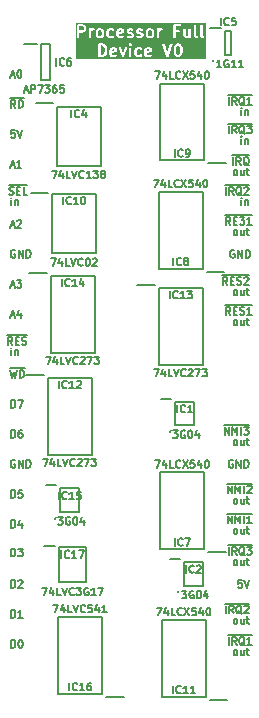
<source format=gto>
%TF.GenerationSoftware,KiCad,Pcbnew,9.0.4*%
%TF.CreationDate,2025-09-20T10:09:57+02:00*%
%TF.ProjectId,Processor Full Device,50726f63-6573-4736-9f72-2046756c6c20,V0*%
%TF.SameCoordinates,Original*%
%TF.FileFunction,Legend,Top*%
%TF.FilePolarity,Positive*%
%FSLAX46Y46*%
G04 Gerber Fmt 4.6, Leading zero omitted, Abs format (unit mm)*
G04 Created by KiCad (PCBNEW 9.0.4) date 2025-09-20 10:09:57*
%MOMM*%
%LPD*%
G01*
G04 APERTURE LIST*
%ADD10C,0.150000*%
%ADD11C,0.200000*%
G04 APERTURE END LIST*
D10*
X20892601Y-3460963D02*
X20892601Y-3037629D01*
X20892601Y-2825963D02*
X20862363Y-2856201D01*
X20862363Y-2856201D02*
X20892601Y-2886439D01*
X20892601Y-2886439D02*
X20922839Y-2856201D01*
X20922839Y-2856201D02*
X20892601Y-2825963D01*
X20892601Y-2825963D02*
X20892601Y-2886439D01*
X21194982Y-3037629D02*
X21194982Y-3460963D01*
X21194982Y-3098105D02*
X21225220Y-3067867D01*
X21225220Y-3067867D02*
X21285696Y-3037629D01*
X21285696Y-3037629D02*
X21376411Y-3037629D01*
X21376411Y-3037629D02*
X21436887Y-3067867D01*
X21436887Y-3067867D02*
X21467125Y-3128344D01*
X21467125Y-3128344D02*
X21467125Y-3460963D01*
X20892601Y-5873963D02*
X20892601Y-5450629D01*
X20892601Y-5238963D02*
X20862363Y-5269201D01*
X20862363Y-5269201D02*
X20892601Y-5299439D01*
X20892601Y-5299439D02*
X20922839Y-5269201D01*
X20922839Y-5269201D02*
X20892601Y-5238963D01*
X20892601Y-5238963D02*
X20892601Y-5299439D01*
X21194982Y-5450629D02*
X21194982Y-5873963D01*
X21194982Y-5511105D02*
X21225220Y-5480867D01*
X21225220Y-5480867D02*
X21285696Y-5450629D01*
X21285696Y-5450629D02*
X21376411Y-5450629D01*
X21376411Y-5450629D02*
X21436887Y-5480867D01*
X21436887Y-5480867D02*
X21467125Y-5541344D01*
X21467125Y-5541344D02*
X21467125Y-5873963D01*
X20348315Y-8540963D02*
X20287839Y-8510725D01*
X20287839Y-8510725D02*
X20257601Y-8480486D01*
X20257601Y-8480486D02*
X20227363Y-8420010D01*
X20227363Y-8420010D02*
X20227363Y-8238582D01*
X20227363Y-8238582D02*
X20257601Y-8178105D01*
X20257601Y-8178105D02*
X20287839Y-8147867D01*
X20287839Y-8147867D02*
X20348315Y-8117629D01*
X20348315Y-8117629D02*
X20439030Y-8117629D01*
X20439030Y-8117629D02*
X20499506Y-8147867D01*
X20499506Y-8147867D02*
X20529744Y-8178105D01*
X20529744Y-8178105D02*
X20559982Y-8238582D01*
X20559982Y-8238582D02*
X20559982Y-8420010D01*
X20559982Y-8420010D02*
X20529744Y-8480486D01*
X20529744Y-8480486D02*
X20499506Y-8510725D01*
X20499506Y-8510725D02*
X20439030Y-8540963D01*
X20439030Y-8540963D02*
X20348315Y-8540963D01*
X21104268Y-8117629D02*
X21104268Y-8540963D01*
X20832125Y-8117629D02*
X20832125Y-8450248D01*
X20832125Y-8450248D02*
X20862363Y-8510725D01*
X20862363Y-8510725D02*
X20922839Y-8540963D01*
X20922839Y-8540963D02*
X21013554Y-8540963D01*
X21013554Y-8540963D02*
X21074030Y-8510725D01*
X21074030Y-8510725D02*
X21104268Y-8480486D01*
X21315935Y-8117629D02*
X21557839Y-8117629D01*
X21406649Y-7905963D02*
X21406649Y-8450248D01*
X21406649Y-8450248D02*
X21436887Y-8510725D01*
X21436887Y-8510725D02*
X21497363Y-8540963D01*
X21497363Y-8540963D02*
X21557839Y-8540963D01*
X20892601Y-11080963D02*
X20892601Y-10657629D01*
X20892601Y-10445963D02*
X20862363Y-10476201D01*
X20862363Y-10476201D02*
X20892601Y-10506439D01*
X20892601Y-10506439D02*
X20922839Y-10476201D01*
X20922839Y-10476201D02*
X20892601Y-10445963D01*
X20892601Y-10445963D02*
X20892601Y-10506439D01*
X21194982Y-10657629D02*
X21194982Y-11080963D01*
X21194982Y-10718105D02*
X21225220Y-10687867D01*
X21225220Y-10687867D02*
X21285696Y-10657629D01*
X21285696Y-10657629D02*
X21376411Y-10657629D01*
X21376411Y-10657629D02*
X21436887Y-10687867D01*
X21436887Y-10687867D02*
X21467125Y-10748344D01*
X21467125Y-10748344D02*
X21467125Y-11080963D01*
X20348315Y-13620963D02*
X20287839Y-13590725D01*
X20287839Y-13590725D02*
X20257601Y-13560486D01*
X20257601Y-13560486D02*
X20227363Y-13500010D01*
X20227363Y-13500010D02*
X20227363Y-13318582D01*
X20227363Y-13318582D02*
X20257601Y-13258105D01*
X20257601Y-13258105D02*
X20287839Y-13227867D01*
X20287839Y-13227867D02*
X20348315Y-13197629D01*
X20348315Y-13197629D02*
X20439030Y-13197629D01*
X20439030Y-13197629D02*
X20499506Y-13227867D01*
X20499506Y-13227867D02*
X20529744Y-13258105D01*
X20529744Y-13258105D02*
X20559982Y-13318582D01*
X20559982Y-13318582D02*
X20559982Y-13500010D01*
X20559982Y-13500010D02*
X20529744Y-13560486D01*
X20529744Y-13560486D02*
X20499506Y-13590725D01*
X20499506Y-13590725D02*
X20439030Y-13620963D01*
X20439030Y-13620963D02*
X20348315Y-13620963D01*
X21104268Y-13197629D02*
X21104268Y-13620963D01*
X20832125Y-13197629D02*
X20832125Y-13530248D01*
X20832125Y-13530248D02*
X20862363Y-13590725D01*
X20862363Y-13590725D02*
X20922839Y-13620963D01*
X20922839Y-13620963D02*
X21013554Y-13620963D01*
X21013554Y-13620963D02*
X21074030Y-13590725D01*
X21074030Y-13590725D02*
X21104268Y-13560486D01*
X21315935Y-13197629D02*
X21557839Y-13197629D01*
X21406649Y-12985963D02*
X21406649Y-13530248D01*
X21406649Y-13530248D02*
X21436887Y-13590725D01*
X21436887Y-13590725D02*
X21497363Y-13620963D01*
X21497363Y-13620963D02*
X21557839Y-13620963D01*
X20348315Y-18700963D02*
X20287839Y-18670725D01*
X20287839Y-18670725D02*
X20257601Y-18640486D01*
X20257601Y-18640486D02*
X20227363Y-18580010D01*
X20227363Y-18580010D02*
X20227363Y-18398582D01*
X20227363Y-18398582D02*
X20257601Y-18338105D01*
X20257601Y-18338105D02*
X20287839Y-18307867D01*
X20287839Y-18307867D02*
X20348315Y-18277629D01*
X20348315Y-18277629D02*
X20439030Y-18277629D01*
X20439030Y-18277629D02*
X20499506Y-18307867D01*
X20499506Y-18307867D02*
X20529744Y-18338105D01*
X20529744Y-18338105D02*
X20559982Y-18398582D01*
X20559982Y-18398582D02*
X20559982Y-18580010D01*
X20559982Y-18580010D02*
X20529744Y-18640486D01*
X20529744Y-18640486D02*
X20499506Y-18670725D01*
X20499506Y-18670725D02*
X20439030Y-18700963D01*
X20439030Y-18700963D02*
X20348315Y-18700963D01*
X21104268Y-18277629D02*
X21104268Y-18700963D01*
X20832125Y-18277629D02*
X20832125Y-18610248D01*
X20832125Y-18610248D02*
X20862363Y-18670725D01*
X20862363Y-18670725D02*
X20922839Y-18700963D01*
X20922839Y-18700963D02*
X21013554Y-18700963D01*
X21013554Y-18700963D02*
X21074030Y-18670725D01*
X21074030Y-18670725D02*
X21104268Y-18640486D01*
X21315935Y-18277629D02*
X21557839Y-18277629D01*
X21406649Y-18065963D02*
X21406649Y-18610248D01*
X21406649Y-18610248D02*
X21436887Y-18670725D01*
X21436887Y-18670725D02*
X21497363Y-18700963D01*
X21497363Y-18700963D02*
X21557839Y-18700963D01*
X20348315Y-21240963D02*
X20287839Y-21210725D01*
X20287839Y-21210725D02*
X20257601Y-21180486D01*
X20257601Y-21180486D02*
X20227363Y-21120010D01*
X20227363Y-21120010D02*
X20227363Y-20938582D01*
X20227363Y-20938582D02*
X20257601Y-20878105D01*
X20257601Y-20878105D02*
X20287839Y-20847867D01*
X20287839Y-20847867D02*
X20348315Y-20817629D01*
X20348315Y-20817629D02*
X20439030Y-20817629D01*
X20439030Y-20817629D02*
X20499506Y-20847867D01*
X20499506Y-20847867D02*
X20529744Y-20878105D01*
X20529744Y-20878105D02*
X20559982Y-20938582D01*
X20559982Y-20938582D02*
X20559982Y-21120010D01*
X20559982Y-21120010D02*
X20529744Y-21180486D01*
X20529744Y-21180486D02*
X20499506Y-21210725D01*
X20499506Y-21210725D02*
X20439030Y-21240963D01*
X20439030Y-21240963D02*
X20348315Y-21240963D01*
X21104268Y-20817629D02*
X21104268Y-21240963D01*
X20832125Y-20817629D02*
X20832125Y-21150248D01*
X20832125Y-21150248D02*
X20862363Y-21210725D01*
X20862363Y-21210725D02*
X20922839Y-21240963D01*
X20922839Y-21240963D02*
X21013554Y-21240963D01*
X21013554Y-21240963D02*
X21074030Y-21210725D01*
X21074030Y-21210725D02*
X21104268Y-21180486D01*
X21315935Y-20817629D02*
X21557839Y-20817629D01*
X21406649Y-20605963D02*
X21406649Y-21150248D01*
X21406649Y-21150248D02*
X21436887Y-21210725D01*
X21436887Y-21210725D02*
X21497363Y-21240963D01*
X21497363Y-21240963D02*
X21557839Y-21240963D01*
X20348315Y-31400963D02*
X20287839Y-31370725D01*
X20287839Y-31370725D02*
X20257601Y-31340486D01*
X20257601Y-31340486D02*
X20227363Y-31280010D01*
X20227363Y-31280010D02*
X20227363Y-31098582D01*
X20227363Y-31098582D02*
X20257601Y-31038105D01*
X20257601Y-31038105D02*
X20287839Y-31007867D01*
X20287839Y-31007867D02*
X20348315Y-30977629D01*
X20348315Y-30977629D02*
X20439030Y-30977629D01*
X20439030Y-30977629D02*
X20499506Y-31007867D01*
X20499506Y-31007867D02*
X20529744Y-31038105D01*
X20529744Y-31038105D02*
X20559982Y-31098582D01*
X20559982Y-31098582D02*
X20559982Y-31280010D01*
X20559982Y-31280010D02*
X20529744Y-31340486D01*
X20529744Y-31340486D02*
X20499506Y-31370725D01*
X20499506Y-31370725D02*
X20439030Y-31400963D01*
X20439030Y-31400963D02*
X20348315Y-31400963D01*
X21104268Y-30977629D02*
X21104268Y-31400963D01*
X20832125Y-30977629D02*
X20832125Y-31310248D01*
X20832125Y-31310248D02*
X20862363Y-31370725D01*
X20862363Y-31370725D02*
X20922839Y-31400963D01*
X20922839Y-31400963D02*
X21013554Y-31400963D01*
X21013554Y-31400963D02*
X21074030Y-31370725D01*
X21074030Y-31370725D02*
X21104268Y-31340486D01*
X21315935Y-30977629D02*
X21557839Y-30977629D01*
X21406649Y-30765963D02*
X21406649Y-31310248D01*
X21406649Y-31310248D02*
X21436887Y-31370725D01*
X21436887Y-31370725D02*
X21497363Y-31400963D01*
X21497363Y-31400963D02*
X21557839Y-31400963D01*
X20348315Y-36353963D02*
X20287839Y-36323725D01*
X20287839Y-36323725D02*
X20257601Y-36293486D01*
X20257601Y-36293486D02*
X20227363Y-36233010D01*
X20227363Y-36233010D02*
X20227363Y-36051582D01*
X20227363Y-36051582D02*
X20257601Y-35991105D01*
X20257601Y-35991105D02*
X20287839Y-35960867D01*
X20287839Y-35960867D02*
X20348315Y-35930629D01*
X20348315Y-35930629D02*
X20439030Y-35930629D01*
X20439030Y-35930629D02*
X20499506Y-35960867D01*
X20499506Y-35960867D02*
X20529744Y-35991105D01*
X20529744Y-35991105D02*
X20559982Y-36051582D01*
X20559982Y-36051582D02*
X20559982Y-36233010D01*
X20559982Y-36233010D02*
X20529744Y-36293486D01*
X20529744Y-36293486D02*
X20499506Y-36323725D01*
X20499506Y-36323725D02*
X20439030Y-36353963D01*
X20439030Y-36353963D02*
X20348315Y-36353963D01*
X21104268Y-35930629D02*
X21104268Y-36353963D01*
X20832125Y-35930629D02*
X20832125Y-36263248D01*
X20832125Y-36263248D02*
X20862363Y-36323725D01*
X20862363Y-36323725D02*
X20922839Y-36353963D01*
X20922839Y-36353963D02*
X21013554Y-36353963D01*
X21013554Y-36353963D02*
X21074030Y-36323725D01*
X21074030Y-36323725D02*
X21104268Y-36293486D01*
X21315935Y-35930629D02*
X21557839Y-35930629D01*
X21406649Y-35718963D02*
X21406649Y-36263248D01*
X21406649Y-36263248D02*
X21436887Y-36323725D01*
X21436887Y-36323725D02*
X21497363Y-36353963D01*
X21497363Y-36353963D02*
X21557839Y-36353963D01*
X20348315Y-38893963D02*
X20287839Y-38863725D01*
X20287839Y-38863725D02*
X20257601Y-38833486D01*
X20257601Y-38833486D02*
X20227363Y-38773010D01*
X20227363Y-38773010D02*
X20227363Y-38591582D01*
X20227363Y-38591582D02*
X20257601Y-38531105D01*
X20257601Y-38531105D02*
X20287839Y-38500867D01*
X20287839Y-38500867D02*
X20348315Y-38470629D01*
X20348315Y-38470629D02*
X20439030Y-38470629D01*
X20439030Y-38470629D02*
X20499506Y-38500867D01*
X20499506Y-38500867D02*
X20529744Y-38531105D01*
X20529744Y-38531105D02*
X20559982Y-38591582D01*
X20559982Y-38591582D02*
X20559982Y-38773010D01*
X20559982Y-38773010D02*
X20529744Y-38833486D01*
X20529744Y-38833486D02*
X20499506Y-38863725D01*
X20499506Y-38863725D02*
X20439030Y-38893963D01*
X20439030Y-38893963D02*
X20348315Y-38893963D01*
X21104268Y-38470629D02*
X21104268Y-38893963D01*
X20832125Y-38470629D02*
X20832125Y-38803248D01*
X20832125Y-38803248D02*
X20862363Y-38863725D01*
X20862363Y-38863725D02*
X20922839Y-38893963D01*
X20922839Y-38893963D02*
X21013554Y-38893963D01*
X21013554Y-38893963D02*
X21074030Y-38863725D01*
X21074030Y-38863725D02*
X21104268Y-38833486D01*
X21315935Y-38470629D02*
X21557839Y-38470629D01*
X21406649Y-38258963D02*
X21406649Y-38803248D01*
X21406649Y-38803248D02*
X21436887Y-38863725D01*
X21436887Y-38863725D02*
X21497363Y-38893963D01*
X21497363Y-38893963D02*
X21557839Y-38893963D01*
X20348315Y-41560963D02*
X20287839Y-41530725D01*
X20287839Y-41530725D02*
X20257601Y-41500486D01*
X20257601Y-41500486D02*
X20227363Y-41440010D01*
X20227363Y-41440010D02*
X20227363Y-41258582D01*
X20227363Y-41258582D02*
X20257601Y-41198105D01*
X20257601Y-41198105D02*
X20287839Y-41167867D01*
X20287839Y-41167867D02*
X20348315Y-41137629D01*
X20348315Y-41137629D02*
X20439030Y-41137629D01*
X20439030Y-41137629D02*
X20499506Y-41167867D01*
X20499506Y-41167867D02*
X20529744Y-41198105D01*
X20529744Y-41198105D02*
X20559982Y-41258582D01*
X20559982Y-41258582D02*
X20559982Y-41440010D01*
X20559982Y-41440010D02*
X20529744Y-41500486D01*
X20529744Y-41500486D02*
X20499506Y-41530725D01*
X20499506Y-41530725D02*
X20439030Y-41560963D01*
X20439030Y-41560963D02*
X20348315Y-41560963D01*
X21104268Y-41137629D02*
X21104268Y-41560963D01*
X20832125Y-41137629D02*
X20832125Y-41470248D01*
X20832125Y-41470248D02*
X20862363Y-41530725D01*
X20862363Y-41530725D02*
X20922839Y-41560963D01*
X20922839Y-41560963D02*
X21013554Y-41560963D01*
X21013554Y-41560963D02*
X21074030Y-41530725D01*
X21074030Y-41530725D02*
X21104268Y-41500486D01*
X21315935Y-41137629D02*
X21557839Y-41137629D01*
X21406649Y-40925963D02*
X21406649Y-41470248D01*
X21406649Y-41470248D02*
X21436887Y-41530725D01*
X21436887Y-41530725D02*
X21497363Y-41560963D01*
X21497363Y-41560963D02*
X21557839Y-41560963D01*
X20348315Y-46513963D02*
X20287839Y-46483725D01*
X20287839Y-46483725D02*
X20257601Y-46453486D01*
X20257601Y-46453486D02*
X20227363Y-46393010D01*
X20227363Y-46393010D02*
X20227363Y-46211582D01*
X20227363Y-46211582D02*
X20257601Y-46151105D01*
X20257601Y-46151105D02*
X20287839Y-46120867D01*
X20287839Y-46120867D02*
X20348315Y-46090629D01*
X20348315Y-46090629D02*
X20439030Y-46090629D01*
X20439030Y-46090629D02*
X20499506Y-46120867D01*
X20499506Y-46120867D02*
X20529744Y-46151105D01*
X20529744Y-46151105D02*
X20559982Y-46211582D01*
X20559982Y-46211582D02*
X20559982Y-46393010D01*
X20559982Y-46393010D02*
X20529744Y-46453486D01*
X20529744Y-46453486D02*
X20499506Y-46483725D01*
X20499506Y-46483725D02*
X20439030Y-46513963D01*
X20439030Y-46513963D02*
X20348315Y-46513963D01*
X21104268Y-46090629D02*
X21104268Y-46513963D01*
X20832125Y-46090629D02*
X20832125Y-46423248D01*
X20832125Y-46423248D02*
X20862363Y-46483725D01*
X20862363Y-46483725D02*
X20922839Y-46513963D01*
X20922839Y-46513963D02*
X21013554Y-46513963D01*
X21013554Y-46513963D02*
X21074030Y-46483725D01*
X21074030Y-46483725D02*
X21104268Y-46453486D01*
X21315935Y-46090629D02*
X21557839Y-46090629D01*
X21406649Y-45878963D02*
X21406649Y-46423248D01*
X21406649Y-46423248D02*
X21436887Y-46483725D01*
X21436887Y-46483725D02*
X21497363Y-46513963D01*
X21497363Y-46513963D02*
X21557839Y-46513963D01*
X20348315Y-49180963D02*
X20287839Y-49150725D01*
X20287839Y-49150725D02*
X20257601Y-49120486D01*
X20257601Y-49120486D02*
X20227363Y-49060010D01*
X20227363Y-49060010D02*
X20227363Y-48878582D01*
X20227363Y-48878582D02*
X20257601Y-48818105D01*
X20257601Y-48818105D02*
X20287839Y-48787867D01*
X20287839Y-48787867D02*
X20348315Y-48757629D01*
X20348315Y-48757629D02*
X20439030Y-48757629D01*
X20439030Y-48757629D02*
X20499506Y-48787867D01*
X20499506Y-48787867D02*
X20529744Y-48818105D01*
X20529744Y-48818105D02*
X20559982Y-48878582D01*
X20559982Y-48878582D02*
X20559982Y-49060010D01*
X20559982Y-49060010D02*
X20529744Y-49120486D01*
X20529744Y-49120486D02*
X20499506Y-49150725D01*
X20499506Y-49150725D02*
X20439030Y-49180963D01*
X20439030Y-49180963D02*
X20348315Y-49180963D01*
X21104268Y-48757629D02*
X21104268Y-49180963D01*
X20832125Y-48757629D02*
X20832125Y-49090248D01*
X20832125Y-49090248D02*
X20862363Y-49150725D01*
X20862363Y-49150725D02*
X20922839Y-49180963D01*
X20922839Y-49180963D02*
X21013554Y-49180963D01*
X21013554Y-49180963D02*
X21074030Y-49150725D01*
X21074030Y-49150725D02*
X21104268Y-49120486D01*
X21315935Y-48757629D02*
X21557839Y-48757629D01*
X21406649Y-48545963D02*
X21406649Y-49090248D01*
X21406649Y-49090248D02*
X21436887Y-49150725D01*
X21436887Y-49150725D02*
X21497363Y-49180963D01*
X21497363Y-49180963D02*
X21557839Y-49180963D01*
X1392874Y-23780963D02*
X1392874Y-23357629D01*
X1392874Y-23145963D02*
X1362636Y-23176201D01*
X1362636Y-23176201D02*
X1392874Y-23206439D01*
X1392874Y-23206439D02*
X1423112Y-23176201D01*
X1423112Y-23176201D02*
X1392874Y-23145963D01*
X1392874Y-23145963D02*
X1392874Y-23206439D01*
X1695255Y-23357629D02*
X1695255Y-23780963D01*
X1695255Y-23418105D02*
X1725493Y-23387867D01*
X1725493Y-23387867D02*
X1785969Y-23357629D01*
X1785969Y-23357629D02*
X1876684Y-23357629D01*
X1876684Y-23357629D02*
X1937160Y-23387867D01*
X1937160Y-23387867D02*
X1967398Y-23448344D01*
X1967398Y-23448344D02*
X1967398Y-23780963D01*
X1392874Y-11080963D02*
X1392874Y-10657629D01*
X1392874Y-10445963D02*
X1362636Y-10476201D01*
X1362636Y-10476201D02*
X1392874Y-10506439D01*
X1392874Y-10506439D02*
X1423112Y-10476201D01*
X1423112Y-10476201D02*
X1392874Y-10445963D01*
X1392874Y-10445963D02*
X1392874Y-10506439D01*
X1695255Y-10657629D02*
X1695255Y-11080963D01*
X1695255Y-10718105D02*
X1725493Y-10687867D01*
X1725493Y-10687867D02*
X1785969Y-10657629D01*
X1785969Y-10657629D02*
X1876684Y-10657629D01*
X1876684Y-10657629D02*
X1937160Y-10687867D01*
X1937160Y-10687867D02*
X1967398Y-10748344D01*
X1967398Y-10748344D02*
X1967398Y-11080963D01*
X1235636Y-10161725D02*
X1326350Y-10191963D01*
X1326350Y-10191963D02*
X1477541Y-10191963D01*
X1477541Y-10191963D02*
X1538017Y-10161725D01*
X1538017Y-10161725D02*
X1568255Y-10131486D01*
X1568255Y-10131486D02*
X1598493Y-10071010D01*
X1598493Y-10071010D02*
X1598493Y-10010534D01*
X1598493Y-10010534D02*
X1568255Y-9950058D01*
X1568255Y-9950058D02*
X1538017Y-9919820D01*
X1538017Y-9919820D02*
X1477541Y-9889582D01*
X1477541Y-9889582D02*
X1356588Y-9859344D01*
X1356588Y-9859344D02*
X1296112Y-9829105D01*
X1296112Y-9829105D02*
X1265874Y-9798867D01*
X1265874Y-9798867D02*
X1235636Y-9738391D01*
X1235636Y-9738391D02*
X1235636Y-9677915D01*
X1235636Y-9677915D02*
X1265874Y-9617439D01*
X1265874Y-9617439D02*
X1296112Y-9587201D01*
X1296112Y-9587201D02*
X1356588Y-9556963D01*
X1356588Y-9556963D02*
X1507779Y-9556963D01*
X1507779Y-9556963D02*
X1598493Y-9587201D01*
X1870636Y-9859344D02*
X2082303Y-9859344D01*
X2173017Y-10191963D02*
X1870636Y-10191963D01*
X1870636Y-10191963D02*
X1870636Y-9556963D01*
X1870636Y-9556963D02*
X2173017Y-9556963D01*
X2747541Y-10191963D02*
X2445160Y-10191963D01*
X2445160Y-10191963D02*
X2445160Y-9556963D01*
X1178184Y-9380675D02*
X2744518Y-9380675D01*
X1501731Y-22891963D02*
X1290064Y-22589582D01*
X1138874Y-22891963D02*
X1138874Y-22256963D01*
X1138874Y-22256963D02*
X1380779Y-22256963D01*
X1380779Y-22256963D02*
X1441255Y-22287201D01*
X1441255Y-22287201D02*
X1471493Y-22317439D01*
X1471493Y-22317439D02*
X1501731Y-22377915D01*
X1501731Y-22377915D02*
X1501731Y-22468629D01*
X1501731Y-22468629D02*
X1471493Y-22529105D01*
X1471493Y-22529105D02*
X1441255Y-22559344D01*
X1441255Y-22559344D02*
X1380779Y-22589582D01*
X1380779Y-22589582D02*
X1138874Y-22589582D01*
X1773874Y-22559344D02*
X1985541Y-22559344D01*
X2076255Y-22891963D02*
X1773874Y-22891963D01*
X1773874Y-22891963D02*
X1773874Y-22256963D01*
X1773874Y-22256963D02*
X2076255Y-22256963D01*
X2318160Y-22861725D02*
X2408874Y-22891963D01*
X2408874Y-22891963D02*
X2560065Y-22891963D01*
X2560065Y-22891963D02*
X2620541Y-22861725D01*
X2620541Y-22861725D02*
X2650779Y-22831486D01*
X2650779Y-22831486D02*
X2681017Y-22771010D01*
X2681017Y-22771010D02*
X2681017Y-22710534D01*
X2681017Y-22710534D02*
X2650779Y-22650058D01*
X2650779Y-22650058D02*
X2620541Y-22619820D01*
X2620541Y-22619820D02*
X2560065Y-22589582D01*
X2560065Y-22589582D02*
X2439112Y-22559344D01*
X2439112Y-22559344D02*
X2378636Y-22529105D01*
X2378636Y-22529105D02*
X2348398Y-22498867D01*
X2348398Y-22498867D02*
X2318160Y-22438391D01*
X2318160Y-22438391D02*
X2318160Y-22377915D01*
X2318160Y-22377915D02*
X2348398Y-22317439D01*
X2348398Y-22317439D02*
X2378636Y-22287201D01*
X2378636Y-22287201D02*
X2439112Y-22256963D01*
X2439112Y-22256963D02*
X2590303Y-22256963D01*
X2590303Y-22256963D02*
X2681017Y-22287201D01*
X1051184Y-22080675D02*
X2738470Y-22080675D01*
X19816125Y-2571963D02*
X19816125Y-1936963D01*
X20481363Y-2571963D02*
X20269696Y-2269582D01*
X20118506Y-2571963D02*
X20118506Y-1936963D01*
X20118506Y-1936963D02*
X20360411Y-1936963D01*
X20360411Y-1936963D02*
X20420887Y-1967201D01*
X20420887Y-1967201D02*
X20451125Y-1997439D01*
X20451125Y-1997439D02*
X20481363Y-2057915D01*
X20481363Y-2057915D02*
X20481363Y-2148629D01*
X20481363Y-2148629D02*
X20451125Y-2209105D01*
X20451125Y-2209105D02*
X20420887Y-2239344D01*
X20420887Y-2239344D02*
X20360411Y-2269582D01*
X20360411Y-2269582D02*
X20118506Y-2269582D01*
X21176839Y-2632439D02*
X21116363Y-2602201D01*
X21116363Y-2602201D02*
X21055887Y-2541725D01*
X21055887Y-2541725D02*
X20965173Y-2451010D01*
X20965173Y-2451010D02*
X20904696Y-2420772D01*
X20904696Y-2420772D02*
X20844220Y-2420772D01*
X20874458Y-2571963D02*
X20813982Y-2541725D01*
X20813982Y-2541725D02*
X20753506Y-2481248D01*
X20753506Y-2481248D02*
X20723268Y-2360296D01*
X20723268Y-2360296D02*
X20723268Y-2148629D01*
X20723268Y-2148629D02*
X20753506Y-2027677D01*
X20753506Y-2027677D02*
X20813982Y-1967201D01*
X20813982Y-1967201D02*
X20874458Y-1936963D01*
X20874458Y-1936963D02*
X20995411Y-1936963D01*
X20995411Y-1936963D02*
X21055887Y-1967201D01*
X21055887Y-1967201D02*
X21116363Y-2027677D01*
X21116363Y-2027677D02*
X21146601Y-2148629D01*
X21146601Y-2148629D02*
X21146601Y-2360296D01*
X21146601Y-2360296D02*
X21116363Y-2481248D01*
X21116363Y-2481248D02*
X21055887Y-2541725D01*
X21055887Y-2541725D02*
X20995411Y-2571963D01*
X20995411Y-2571963D02*
X20874458Y-2571963D01*
X21751363Y-2571963D02*
X21388506Y-2571963D01*
X21569934Y-2571963D02*
X21569934Y-1936963D01*
X21569934Y-1936963D02*
X21509458Y-2027677D01*
X21509458Y-2027677D02*
X21448982Y-2088153D01*
X21448982Y-2088153D02*
X21388506Y-2118391D01*
X19728435Y-1760675D02*
X21808816Y-1760675D01*
X19816125Y-4984963D02*
X19816125Y-4349963D01*
X20481363Y-4984963D02*
X20269696Y-4682582D01*
X20118506Y-4984963D02*
X20118506Y-4349963D01*
X20118506Y-4349963D02*
X20360411Y-4349963D01*
X20360411Y-4349963D02*
X20420887Y-4380201D01*
X20420887Y-4380201D02*
X20451125Y-4410439D01*
X20451125Y-4410439D02*
X20481363Y-4470915D01*
X20481363Y-4470915D02*
X20481363Y-4561629D01*
X20481363Y-4561629D02*
X20451125Y-4622105D01*
X20451125Y-4622105D02*
X20420887Y-4652344D01*
X20420887Y-4652344D02*
X20360411Y-4682582D01*
X20360411Y-4682582D02*
X20118506Y-4682582D01*
X21176839Y-5045439D02*
X21116363Y-5015201D01*
X21116363Y-5015201D02*
X21055887Y-4954725D01*
X21055887Y-4954725D02*
X20965173Y-4864010D01*
X20965173Y-4864010D02*
X20904696Y-4833772D01*
X20904696Y-4833772D02*
X20844220Y-4833772D01*
X20874458Y-4984963D02*
X20813982Y-4954725D01*
X20813982Y-4954725D02*
X20753506Y-4894248D01*
X20753506Y-4894248D02*
X20723268Y-4773296D01*
X20723268Y-4773296D02*
X20723268Y-4561629D01*
X20723268Y-4561629D02*
X20753506Y-4440677D01*
X20753506Y-4440677D02*
X20813982Y-4380201D01*
X20813982Y-4380201D02*
X20874458Y-4349963D01*
X20874458Y-4349963D02*
X20995411Y-4349963D01*
X20995411Y-4349963D02*
X21055887Y-4380201D01*
X21055887Y-4380201D02*
X21116363Y-4440677D01*
X21116363Y-4440677D02*
X21146601Y-4561629D01*
X21146601Y-4561629D02*
X21146601Y-4773296D01*
X21146601Y-4773296D02*
X21116363Y-4894248D01*
X21116363Y-4894248D02*
X21055887Y-4954725D01*
X21055887Y-4954725D02*
X20995411Y-4984963D01*
X20995411Y-4984963D02*
X20874458Y-4984963D01*
X21358268Y-4349963D02*
X21751363Y-4349963D01*
X21751363Y-4349963D02*
X21539696Y-4591867D01*
X21539696Y-4591867D02*
X21630411Y-4591867D01*
X21630411Y-4591867D02*
X21690887Y-4622105D01*
X21690887Y-4622105D02*
X21721125Y-4652344D01*
X21721125Y-4652344D02*
X21751363Y-4712820D01*
X21751363Y-4712820D02*
X21751363Y-4864010D01*
X21751363Y-4864010D02*
X21721125Y-4924486D01*
X21721125Y-4924486D02*
X21690887Y-4954725D01*
X21690887Y-4954725D02*
X21630411Y-4984963D01*
X21630411Y-4984963D02*
X21448982Y-4984963D01*
X21448982Y-4984963D02*
X21388506Y-4954725D01*
X21388506Y-4954725D02*
X21358268Y-4924486D01*
X19728435Y-4173675D02*
X21808816Y-4173675D01*
X20166887Y-7651963D02*
X20166887Y-7016963D01*
X20832125Y-7651963D02*
X20620458Y-7349582D01*
X20469268Y-7651963D02*
X20469268Y-7016963D01*
X20469268Y-7016963D02*
X20711173Y-7016963D01*
X20711173Y-7016963D02*
X20771649Y-7047201D01*
X20771649Y-7047201D02*
X20801887Y-7077439D01*
X20801887Y-7077439D02*
X20832125Y-7137915D01*
X20832125Y-7137915D02*
X20832125Y-7228629D01*
X20832125Y-7228629D02*
X20801887Y-7289105D01*
X20801887Y-7289105D02*
X20771649Y-7319344D01*
X20771649Y-7319344D02*
X20711173Y-7349582D01*
X20711173Y-7349582D02*
X20469268Y-7349582D01*
X21527601Y-7712439D02*
X21467125Y-7682201D01*
X21467125Y-7682201D02*
X21406649Y-7621725D01*
X21406649Y-7621725D02*
X21315935Y-7531010D01*
X21315935Y-7531010D02*
X21255458Y-7500772D01*
X21255458Y-7500772D02*
X21194982Y-7500772D01*
X21225220Y-7651963D02*
X21164744Y-7621725D01*
X21164744Y-7621725D02*
X21104268Y-7561248D01*
X21104268Y-7561248D02*
X21074030Y-7440296D01*
X21074030Y-7440296D02*
X21074030Y-7228629D01*
X21074030Y-7228629D02*
X21104268Y-7107677D01*
X21104268Y-7107677D02*
X21164744Y-7047201D01*
X21164744Y-7047201D02*
X21225220Y-7016963D01*
X21225220Y-7016963D02*
X21346173Y-7016963D01*
X21346173Y-7016963D02*
X21406649Y-7047201D01*
X21406649Y-7047201D02*
X21467125Y-7107677D01*
X21467125Y-7107677D02*
X21497363Y-7228629D01*
X21497363Y-7228629D02*
X21497363Y-7440296D01*
X21497363Y-7440296D02*
X21467125Y-7561248D01*
X21467125Y-7561248D02*
X21406649Y-7621725D01*
X21406649Y-7621725D02*
X21346173Y-7651963D01*
X21346173Y-7651963D02*
X21225220Y-7651963D01*
X20079197Y-6840675D02*
X21554816Y-6840675D01*
X19562125Y-10191963D02*
X19562125Y-9556963D01*
X20227363Y-10191963D02*
X20015696Y-9889582D01*
X19864506Y-10191963D02*
X19864506Y-9556963D01*
X19864506Y-9556963D02*
X20106411Y-9556963D01*
X20106411Y-9556963D02*
X20166887Y-9587201D01*
X20166887Y-9587201D02*
X20197125Y-9617439D01*
X20197125Y-9617439D02*
X20227363Y-9677915D01*
X20227363Y-9677915D02*
X20227363Y-9768629D01*
X20227363Y-9768629D02*
X20197125Y-9829105D01*
X20197125Y-9829105D02*
X20166887Y-9859344D01*
X20166887Y-9859344D02*
X20106411Y-9889582D01*
X20106411Y-9889582D02*
X19864506Y-9889582D01*
X20922839Y-10252439D02*
X20862363Y-10222201D01*
X20862363Y-10222201D02*
X20801887Y-10161725D01*
X20801887Y-10161725D02*
X20711173Y-10071010D01*
X20711173Y-10071010D02*
X20650696Y-10040772D01*
X20650696Y-10040772D02*
X20590220Y-10040772D01*
X20620458Y-10191963D02*
X20559982Y-10161725D01*
X20559982Y-10161725D02*
X20499506Y-10101248D01*
X20499506Y-10101248D02*
X20469268Y-9980296D01*
X20469268Y-9980296D02*
X20469268Y-9768629D01*
X20469268Y-9768629D02*
X20499506Y-9647677D01*
X20499506Y-9647677D02*
X20559982Y-9587201D01*
X20559982Y-9587201D02*
X20620458Y-9556963D01*
X20620458Y-9556963D02*
X20741411Y-9556963D01*
X20741411Y-9556963D02*
X20801887Y-9587201D01*
X20801887Y-9587201D02*
X20862363Y-9647677D01*
X20862363Y-9647677D02*
X20892601Y-9768629D01*
X20892601Y-9768629D02*
X20892601Y-9980296D01*
X20892601Y-9980296D02*
X20862363Y-10101248D01*
X20862363Y-10101248D02*
X20801887Y-10161725D01*
X20801887Y-10161725D02*
X20741411Y-10191963D01*
X20741411Y-10191963D02*
X20620458Y-10191963D01*
X21134506Y-9617439D02*
X21164744Y-9587201D01*
X21164744Y-9587201D02*
X21225220Y-9556963D01*
X21225220Y-9556963D02*
X21376411Y-9556963D01*
X21376411Y-9556963D02*
X21436887Y-9587201D01*
X21436887Y-9587201D02*
X21467125Y-9617439D01*
X21467125Y-9617439D02*
X21497363Y-9677915D01*
X21497363Y-9677915D02*
X21497363Y-9738391D01*
X21497363Y-9738391D02*
X21467125Y-9829105D01*
X21467125Y-9829105D02*
X21104268Y-10191963D01*
X21104268Y-10191963D02*
X21497363Y-10191963D01*
X19474435Y-9380675D02*
X21554816Y-9380675D01*
X19967315Y-12731963D02*
X19755648Y-12429582D01*
X19604458Y-12731963D02*
X19604458Y-12096963D01*
X19604458Y-12096963D02*
X19846363Y-12096963D01*
X19846363Y-12096963D02*
X19906839Y-12127201D01*
X19906839Y-12127201D02*
X19937077Y-12157439D01*
X19937077Y-12157439D02*
X19967315Y-12217915D01*
X19967315Y-12217915D02*
X19967315Y-12308629D01*
X19967315Y-12308629D02*
X19937077Y-12369105D01*
X19937077Y-12369105D02*
X19906839Y-12399344D01*
X19906839Y-12399344D02*
X19846363Y-12429582D01*
X19846363Y-12429582D02*
X19604458Y-12429582D01*
X20239458Y-12399344D02*
X20451125Y-12399344D01*
X20541839Y-12731963D02*
X20239458Y-12731963D01*
X20239458Y-12731963D02*
X20239458Y-12096963D01*
X20239458Y-12096963D02*
X20541839Y-12096963D01*
X20753506Y-12096963D02*
X21146601Y-12096963D01*
X21146601Y-12096963D02*
X20934934Y-12338867D01*
X20934934Y-12338867D02*
X21025649Y-12338867D01*
X21025649Y-12338867D02*
X21086125Y-12369105D01*
X21086125Y-12369105D02*
X21116363Y-12399344D01*
X21116363Y-12399344D02*
X21146601Y-12459820D01*
X21146601Y-12459820D02*
X21146601Y-12611010D01*
X21146601Y-12611010D02*
X21116363Y-12671486D01*
X21116363Y-12671486D02*
X21086125Y-12701725D01*
X21086125Y-12701725D02*
X21025649Y-12731963D01*
X21025649Y-12731963D02*
X20844220Y-12731963D01*
X20844220Y-12731963D02*
X20783744Y-12701725D01*
X20783744Y-12701725D02*
X20753506Y-12671486D01*
X21751363Y-12731963D02*
X21388506Y-12731963D01*
X21569934Y-12731963D02*
X21569934Y-12096963D01*
X21569934Y-12096963D02*
X21509458Y-12187677D01*
X21509458Y-12187677D02*
X21448982Y-12248153D01*
X21448982Y-12248153D02*
X21388506Y-12278391D01*
X19516768Y-11920675D02*
X21808816Y-11920675D01*
X19713315Y-17811963D02*
X19501648Y-17509582D01*
X19350458Y-17811963D02*
X19350458Y-17176963D01*
X19350458Y-17176963D02*
X19592363Y-17176963D01*
X19592363Y-17176963D02*
X19652839Y-17207201D01*
X19652839Y-17207201D02*
X19683077Y-17237439D01*
X19683077Y-17237439D02*
X19713315Y-17297915D01*
X19713315Y-17297915D02*
X19713315Y-17388629D01*
X19713315Y-17388629D02*
X19683077Y-17449105D01*
X19683077Y-17449105D02*
X19652839Y-17479344D01*
X19652839Y-17479344D02*
X19592363Y-17509582D01*
X19592363Y-17509582D02*
X19350458Y-17509582D01*
X19985458Y-17479344D02*
X20197125Y-17479344D01*
X20287839Y-17811963D02*
X19985458Y-17811963D01*
X19985458Y-17811963D02*
X19985458Y-17176963D01*
X19985458Y-17176963D02*
X20287839Y-17176963D01*
X20529744Y-17781725D02*
X20620458Y-17811963D01*
X20620458Y-17811963D02*
X20771649Y-17811963D01*
X20771649Y-17811963D02*
X20832125Y-17781725D01*
X20832125Y-17781725D02*
X20862363Y-17751486D01*
X20862363Y-17751486D02*
X20892601Y-17691010D01*
X20892601Y-17691010D02*
X20892601Y-17630534D01*
X20892601Y-17630534D02*
X20862363Y-17570058D01*
X20862363Y-17570058D02*
X20832125Y-17539820D01*
X20832125Y-17539820D02*
X20771649Y-17509582D01*
X20771649Y-17509582D02*
X20650696Y-17479344D01*
X20650696Y-17479344D02*
X20590220Y-17449105D01*
X20590220Y-17449105D02*
X20559982Y-17418867D01*
X20559982Y-17418867D02*
X20529744Y-17358391D01*
X20529744Y-17358391D02*
X20529744Y-17297915D01*
X20529744Y-17297915D02*
X20559982Y-17237439D01*
X20559982Y-17237439D02*
X20590220Y-17207201D01*
X20590220Y-17207201D02*
X20650696Y-17176963D01*
X20650696Y-17176963D02*
X20801887Y-17176963D01*
X20801887Y-17176963D02*
X20892601Y-17207201D01*
X21134506Y-17237439D02*
X21164744Y-17207201D01*
X21164744Y-17207201D02*
X21225220Y-17176963D01*
X21225220Y-17176963D02*
X21376411Y-17176963D01*
X21376411Y-17176963D02*
X21436887Y-17207201D01*
X21436887Y-17207201D02*
X21467125Y-17237439D01*
X21467125Y-17237439D02*
X21497363Y-17297915D01*
X21497363Y-17297915D02*
X21497363Y-17358391D01*
X21497363Y-17358391D02*
X21467125Y-17449105D01*
X21467125Y-17449105D02*
X21104268Y-17811963D01*
X21104268Y-17811963D02*
X21497363Y-17811963D01*
X19262768Y-17000675D02*
X21554816Y-17000675D01*
X19967315Y-20351963D02*
X19755648Y-20049582D01*
X19604458Y-20351963D02*
X19604458Y-19716963D01*
X19604458Y-19716963D02*
X19846363Y-19716963D01*
X19846363Y-19716963D02*
X19906839Y-19747201D01*
X19906839Y-19747201D02*
X19937077Y-19777439D01*
X19937077Y-19777439D02*
X19967315Y-19837915D01*
X19967315Y-19837915D02*
X19967315Y-19928629D01*
X19967315Y-19928629D02*
X19937077Y-19989105D01*
X19937077Y-19989105D02*
X19906839Y-20019344D01*
X19906839Y-20019344D02*
X19846363Y-20049582D01*
X19846363Y-20049582D02*
X19604458Y-20049582D01*
X20239458Y-20019344D02*
X20451125Y-20019344D01*
X20541839Y-20351963D02*
X20239458Y-20351963D01*
X20239458Y-20351963D02*
X20239458Y-19716963D01*
X20239458Y-19716963D02*
X20541839Y-19716963D01*
X20783744Y-20321725D02*
X20874458Y-20351963D01*
X20874458Y-20351963D02*
X21025649Y-20351963D01*
X21025649Y-20351963D02*
X21086125Y-20321725D01*
X21086125Y-20321725D02*
X21116363Y-20291486D01*
X21116363Y-20291486D02*
X21146601Y-20231010D01*
X21146601Y-20231010D02*
X21146601Y-20170534D01*
X21146601Y-20170534D02*
X21116363Y-20110058D01*
X21116363Y-20110058D02*
X21086125Y-20079820D01*
X21086125Y-20079820D02*
X21025649Y-20049582D01*
X21025649Y-20049582D02*
X20904696Y-20019344D01*
X20904696Y-20019344D02*
X20844220Y-19989105D01*
X20844220Y-19989105D02*
X20813982Y-19958867D01*
X20813982Y-19958867D02*
X20783744Y-19898391D01*
X20783744Y-19898391D02*
X20783744Y-19837915D01*
X20783744Y-19837915D02*
X20813982Y-19777439D01*
X20813982Y-19777439D02*
X20844220Y-19747201D01*
X20844220Y-19747201D02*
X20904696Y-19716963D01*
X20904696Y-19716963D02*
X21055887Y-19716963D01*
X21055887Y-19716963D02*
X21146601Y-19747201D01*
X21751363Y-20351963D02*
X21388506Y-20351963D01*
X21569934Y-20351963D02*
X21569934Y-19716963D01*
X21569934Y-19716963D02*
X21509458Y-19807677D01*
X21509458Y-19807677D02*
X21448982Y-19868153D01*
X21448982Y-19868153D02*
X21388506Y-19898391D01*
X19516768Y-19540675D02*
X21808816Y-19540675D01*
X19725411Y-38004963D02*
X19725411Y-37369963D01*
X19725411Y-37369963D02*
X20088268Y-38004963D01*
X20088268Y-38004963D02*
X20088268Y-37369963D01*
X20390649Y-38004963D02*
X20390649Y-37369963D01*
X20390649Y-37369963D02*
X20602316Y-37823534D01*
X20602316Y-37823534D02*
X20813982Y-37369963D01*
X20813982Y-37369963D02*
X20813982Y-38004963D01*
X21116363Y-38004963D02*
X21116363Y-37369963D01*
X21751363Y-38004963D02*
X21388506Y-38004963D01*
X21569934Y-38004963D02*
X21569934Y-37369963D01*
X21569934Y-37369963D02*
X21509458Y-37460677D01*
X21509458Y-37460677D02*
X21448982Y-37521153D01*
X21448982Y-37521153D02*
X21388506Y-37551391D01*
X19637721Y-37193675D02*
X21808816Y-37193675D01*
X19471411Y-30511963D02*
X19471411Y-29876963D01*
X19471411Y-29876963D02*
X19834268Y-30511963D01*
X19834268Y-30511963D02*
X19834268Y-29876963D01*
X20136649Y-30511963D02*
X20136649Y-29876963D01*
X20136649Y-29876963D02*
X20348316Y-30330534D01*
X20348316Y-30330534D02*
X20559982Y-29876963D01*
X20559982Y-29876963D02*
X20559982Y-30511963D01*
X20862363Y-30511963D02*
X20862363Y-29876963D01*
X21104268Y-29876963D02*
X21497363Y-29876963D01*
X21497363Y-29876963D02*
X21285696Y-30118867D01*
X21285696Y-30118867D02*
X21376411Y-30118867D01*
X21376411Y-30118867D02*
X21436887Y-30149105D01*
X21436887Y-30149105D02*
X21467125Y-30179344D01*
X21467125Y-30179344D02*
X21497363Y-30239820D01*
X21497363Y-30239820D02*
X21497363Y-30391010D01*
X21497363Y-30391010D02*
X21467125Y-30451486D01*
X21467125Y-30451486D02*
X21436887Y-30481725D01*
X21436887Y-30481725D02*
X21376411Y-30511963D01*
X21376411Y-30511963D02*
X21194982Y-30511963D01*
X21194982Y-30511963D02*
X21134506Y-30481725D01*
X21134506Y-30481725D02*
X21104268Y-30451486D01*
X19383721Y-29700675D02*
X21554816Y-29700675D01*
X19725411Y-35464963D02*
X19725411Y-34829963D01*
X19725411Y-34829963D02*
X20088268Y-35464963D01*
X20088268Y-35464963D02*
X20088268Y-34829963D01*
X20390649Y-35464963D02*
X20390649Y-34829963D01*
X20390649Y-34829963D02*
X20602316Y-35283534D01*
X20602316Y-35283534D02*
X20813982Y-34829963D01*
X20813982Y-34829963D02*
X20813982Y-35464963D01*
X21116363Y-35464963D02*
X21116363Y-34829963D01*
X21388506Y-34890439D02*
X21418744Y-34860201D01*
X21418744Y-34860201D02*
X21479220Y-34829963D01*
X21479220Y-34829963D02*
X21630411Y-34829963D01*
X21630411Y-34829963D02*
X21690887Y-34860201D01*
X21690887Y-34860201D02*
X21721125Y-34890439D01*
X21721125Y-34890439D02*
X21751363Y-34950915D01*
X21751363Y-34950915D02*
X21751363Y-35011391D01*
X21751363Y-35011391D02*
X21721125Y-35102105D01*
X21721125Y-35102105D02*
X21358268Y-35464963D01*
X21358268Y-35464963D02*
X21751363Y-35464963D01*
X19637721Y-34653675D02*
X21808816Y-34653675D01*
X19816125Y-40671963D02*
X19816125Y-40036963D01*
X20481363Y-40671963D02*
X20269696Y-40369582D01*
X20118506Y-40671963D02*
X20118506Y-40036963D01*
X20118506Y-40036963D02*
X20360411Y-40036963D01*
X20360411Y-40036963D02*
X20420887Y-40067201D01*
X20420887Y-40067201D02*
X20451125Y-40097439D01*
X20451125Y-40097439D02*
X20481363Y-40157915D01*
X20481363Y-40157915D02*
X20481363Y-40248629D01*
X20481363Y-40248629D02*
X20451125Y-40309105D01*
X20451125Y-40309105D02*
X20420887Y-40339344D01*
X20420887Y-40339344D02*
X20360411Y-40369582D01*
X20360411Y-40369582D02*
X20118506Y-40369582D01*
X21176839Y-40732439D02*
X21116363Y-40702201D01*
X21116363Y-40702201D02*
X21055887Y-40641725D01*
X21055887Y-40641725D02*
X20965173Y-40551010D01*
X20965173Y-40551010D02*
X20904696Y-40520772D01*
X20904696Y-40520772D02*
X20844220Y-40520772D01*
X20874458Y-40671963D02*
X20813982Y-40641725D01*
X20813982Y-40641725D02*
X20753506Y-40581248D01*
X20753506Y-40581248D02*
X20723268Y-40460296D01*
X20723268Y-40460296D02*
X20723268Y-40248629D01*
X20723268Y-40248629D02*
X20753506Y-40127677D01*
X20753506Y-40127677D02*
X20813982Y-40067201D01*
X20813982Y-40067201D02*
X20874458Y-40036963D01*
X20874458Y-40036963D02*
X20995411Y-40036963D01*
X20995411Y-40036963D02*
X21055887Y-40067201D01*
X21055887Y-40067201D02*
X21116363Y-40127677D01*
X21116363Y-40127677D02*
X21146601Y-40248629D01*
X21146601Y-40248629D02*
X21146601Y-40460296D01*
X21146601Y-40460296D02*
X21116363Y-40581248D01*
X21116363Y-40581248D02*
X21055887Y-40641725D01*
X21055887Y-40641725D02*
X20995411Y-40671963D01*
X20995411Y-40671963D02*
X20874458Y-40671963D01*
X21358268Y-40036963D02*
X21751363Y-40036963D01*
X21751363Y-40036963D02*
X21539696Y-40278867D01*
X21539696Y-40278867D02*
X21630411Y-40278867D01*
X21630411Y-40278867D02*
X21690887Y-40309105D01*
X21690887Y-40309105D02*
X21721125Y-40339344D01*
X21721125Y-40339344D02*
X21751363Y-40399820D01*
X21751363Y-40399820D02*
X21751363Y-40551010D01*
X21751363Y-40551010D02*
X21721125Y-40611486D01*
X21721125Y-40611486D02*
X21690887Y-40641725D01*
X21690887Y-40641725D02*
X21630411Y-40671963D01*
X21630411Y-40671963D02*
X21448982Y-40671963D01*
X21448982Y-40671963D02*
X21388506Y-40641725D01*
X21388506Y-40641725D02*
X21358268Y-40611486D01*
X19728435Y-39860675D02*
X21808816Y-39860675D01*
X19562125Y-45624963D02*
X19562125Y-44989963D01*
X20227363Y-45624963D02*
X20015696Y-45322582D01*
X19864506Y-45624963D02*
X19864506Y-44989963D01*
X19864506Y-44989963D02*
X20106411Y-44989963D01*
X20106411Y-44989963D02*
X20166887Y-45020201D01*
X20166887Y-45020201D02*
X20197125Y-45050439D01*
X20197125Y-45050439D02*
X20227363Y-45110915D01*
X20227363Y-45110915D02*
X20227363Y-45201629D01*
X20227363Y-45201629D02*
X20197125Y-45262105D01*
X20197125Y-45262105D02*
X20166887Y-45292344D01*
X20166887Y-45292344D02*
X20106411Y-45322582D01*
X20106411Y-45322582D02*
X19864506Y-45322582D01*
X20922839Y-45685439D02*
X20862363Y-45655201D01*
X20862363Y-45655201D02*
X20801887Y-45594725D01*
X20801887Y-45594725D02*
X20711173Y-45504010D01*
X20711173Y-45504010D02*
X20650696Y-45473772D01*
X20650696Y-45473772D02*
X20590220Y-45473772D01*
X20620458Y-45624963D02*
X20559982Y-45594725D01*
X20559982Y-45594725D02*
X20499506Y-45534248D01*
X20499506Y-45534248D02*
X20469268Y-45413296D01*
X20469268Y-45413296D02*
X20469268Y-45201629D01*
X20469268Y-45201629D02*
X20499506Y-45080677D01*
X20499506Y-45080677D02*
X20559982Y-45020201D01*
X20559982Y-45020201D02*
X20620458Y-44989963D01*
X20620458Y-44989963D02*
X20741411Y-44989963D01*
X20741411Y-44989963D02*
X20801887Y-45020201D01*
X20801887Y-45020201D02*
X20862363Y-45080677D01*
X20862363Y-45080677D02*
X20892601Y-45201629D01*
X20892601Y-45201629D02*
X20892601Y-45413296D01*
X20892601Y-45413296D02*
X20862363Y-45534248D01*
X20862363Y-45534248D02*
X20801887Y-45594725D01*
X20801887Y-45594725D02*
X20741411Y-45624963D01*
X20741411Y-45624963D02*
X20620458Y-45624963D01*
X21134506Y-45050439D02*
X21164744Y-45020201D01*
X21164744Y-45020201D02*
X21225220Y-44989963D01*
X21225220Y-44989963D02*
X21376411Y-44989963D01*
X21376411Y-44989963D02*
X21436887Y-45020201D01*
X21436887Y-45020201D02*
X21467125Y-45050439D01*
X21467125Y-45050439D02*
X21497363Y-45110915D01*
X21497363Y-45110915D02*
X21497363Y-45171391D01*
X21497363Y-45171391D02*
X21467125Y-45262105D01*
X21467125Y-45262105D02*
X21104268Y-45624963D01*
X21104268Y-45624963D02*
X21497363Y-45624963D01*
X19474435Y-44813675D02*
X21554816Y-44813675D01*
X19816125Y-48291963D02*
X19816125Y-47656963D01*
X20481363Y-48291963D02*
X20269696Y-47989582D01*
X20118506Y-48291963D02*
X20118506Y-47656963D01*
X20118506Y-47656963D02*
X20360411Y-47656963D01*
X20360411Y-47656963D02*
X20420887Y-47687201D01*
X20420887Y-47687201D02*
X20451125Y-47717439D01*
X20451125Y-47717439D02*
X20481363Y-47777915D01*
X20481363Y-47777915D02*
X20481363Y-47868629D01*
X20481363Y-47868629D02*
X20451125Y-47929105D01*
X20451125Y-47929105D02*
X20420887Y-47959344D01*
X20420887Y-47959344D02*
X20360411Y-47989582D01*
X20360411Y-47989582D02*
X20118506Y-47989582D01*
X21176839Y-48352439D02*
X21116363Y-48322201D01*
X21116363Y-48322201D02*
X21055887Y-48261725D01*
X21055887Y-48261725D02*
X20965173Y-48171010D01*
X20965173Y-48171010D02*
X20904696Y-48140772D01*
X20904696Y-48140772D02*
X20844220Y-48140772D01*
X20874458Y-48291963D02*
X20813982Y-48261725D01*
X20813982Y-48261725D02*
X20753506Y-48201248D01*
X20753506Y-48201248D02*
X20723268Y-48080296D01*
X20723268Y-48080296D02*
X20723268Y-47868629D01*
X20723268Y-47868629D02*
X20753506Y-47747677D01*
X20753506Y-47747677D02*
X20813982Y-47687201D01*
X20813982Y-47687201D02*
X20874458Y-47656963D01*
X20874458Y-47656963D02*
X20995411Y-47656963D01*
X20995411Y-47656963D02*
X21055887Y-47687201D01*
X21055887Y-47687201D02*
X21116363Y-47747677D01*
X21116363Y-47747677D02*
X21146601Y-47868629D01*
X21146601Y-47868629D02*
X21146601Y-48080296D01*
X21146601Y-48080296D02*
X21116363Y-48201248D01*
X21116363Y-48201248D02*
X21055887Y-48261725D01*
X21055887Y-48261725D02*
X20995411Y-48291963D01*
X20995411Y-48291963D02*
X20874458Y-48291963D01*
X21751363Y-48291963D02*
X21388506Y-48291963D01*
X21569934Y-48291963D02*
X21569934Y-47656963D01*
X21569934Y-47656963D02*
X21509458Y-47747677D01*
X21509458Y-47747677D02*
X21448982Y-47808153D01*
X21448982Y-47808153D02*
X21388506Y-47838391D01*
X19728435Y-47480675D02*
X21808816Y-47480675D01*
X1392874Y-48545963D02*
X1392874Y-47910963D01*
X1392874Y-47910963D02*
X1544064Y-47910963D01*
X1544064Y-47910963D02*
X1634779Y-47941201D01*
X1634779Y-47941201D02*
X1695255Y-48001677D01*
X1695255Y-48001677D02*
X1725493Y-48062153D01*
X1725493Y-48062153D02*
X1755731Y-48183105D01*
X1755731Y-48183105D02*
X1755731Y-48273820D01*
X1755731Y-48273820D02*
X1725493Y-48394772D01*
X1725493Y-48394772D02*
X1695255Y-48455248D01*
X1695255Y-48455248D02*
X1634779Y-48515725D01*
X1634779Y-48515725D02*
X1544064Y-48545963D01*
X1544064Y-48545963D02*
X1392874Y-48545963D01*
X2148826Y-47910963D02*
X2209303Y-47910963D01*
X2209303Y-47910963D02*
X2269779Y-47941201D01*
X2269779Y-47941201D02*
X2300017Y-47971439D01*
X2300017Y-47971439D02*
X2330255Y-48031915D01*
X2330255Y-48031915D02*
X2360493Y-48152867D01*
X2360493Y-48152867D02*
X2360493Y-48304058D01*
X2360493Y-48304058D02*
X2330255Y-48425010D01*
X2330255Y-48425010D02*
X2300017Y-48485486D01*
X2300017Y-48485486D02*
X2269779Y-48515725D01*
X2269779Y-48515725D02*
X2209303Y-48545963D01*
X2209303Y-48545963D02*
X2148826Y-48545963D01*
X2148826Y-48545963D02*
X2088350Y-48515725D01*
X2088350Y-48515725D02*
X2058112Y-48485486D01*
X2058112Y-48485486D02*
X2027874Y-48425010D01*
X2027874Y-48425010D02*
X1997636Y-48304058D01*
X1997636Y-48304058D02*
X1997636Y-48152867D01*
X1997636Y-48152867D02*
X2027874Y-48031915D01*
X2027874Y-48031915D02*
X2058112Y-47971439D01*
X2058112Y-47971439D02*
X2088350Y-47941201D01*
X2088350Y-47941201D02*
X2148826Y-47910963D01*
X1392874Y-46005963D02*
X1392874Y-45370963D01*
X1392874Y-45370963D02*
X1544064Y-45370963D01*
X1544064Y-45370963D02*
X1634779Y-45401201D01*
X1634779Y-45401201D02*
X1695255Y-45461677D01*
X1695255Y-45461677D02*
X1725493Y-45522153D01*
X1725493Y-45522153D02*
X1755731Y-45643105D01*
X1755731Y-45643105D02*
X1755731Y-45733820D01*
X1755731Y-45733820D02*
X1725493Y-45854772D01*
X1725493Y-45854772D02*
X1695255Y-45915248D01*
X1695255Y-45915248D02*
X1634779Y-45975725D01*
X1634779Y-45975725D02*
X1544064Y-46005963D01*
X1544064Y-46005963D02*
X1392874Y-46005963D01*
X2360493Y-46005963D02*
X1997636Y-46005963D01*
X2179064Y-46005963D02*
X2179064Y-45370963D01*
X2179064Y-45370963D02*
X2118588Y-45461677D01*
X2118588Y-45461677D02*
X2058112Y-45522153D01*
X2058112Y-45522153D02*
X1997636Y-45552391D01*
X1392874Y-43465963D02*
X1392874Y-42830963D01*
X1392874Y-42830963D02*
X1544064Y-42830963D01*
X1544064Y-42830963D02*
X1634779Y-42861201D01*
X1634779Y-42861201D02*
X1695255Y-42921677D01*
X1695255Y-42921677D02*
X1725493Y-42982153D01*
X1725493Y-42982153D02*
X1755731Y-43103105D01*
X1755731Y-43103105D02*
X1755731Y-43193820D01*
X1755731Y-43193820D02*
X1725493Y-43314772D01*
X1725493Y-43314772D02*
X1695255Y-43375248D01*
X1695255Y-43375248D02*
X1634779Y-43435725D01*
X1634779Y-43435725D02*
X1544064Y-43465963D01*
X1544064Y-43465963D02*
X1392874Y-43465963D01*
X1997636Y-42891439D02*
X2027874Y-42861201D01*
X2027874Y-42861201D02*
X2088350Y-42830963D01*
X2088350Y-42830963D02*
X2239541Y-42830963D01*
X2239541Y-42830963D02*
X2300017Y-42861201D01*
X2300017Y-42861201D02*
X2330255Y-42891439D01*
X2330255Y-42891439D02*
X2360493Y-42951915D01*
X2360493Y-42951915D02*
X2360493Y-43012391D01*
X2360493Y-43012391D02*
X2330255Y-43103105D01*
X2330255Y-43103105D02*
X1967398Y-43465963D01*
X1967398Y-43465963D02*
X2360493Y-43465963D01*
X1392874Y-40798963D02*
X1392874Y-40163963D01*
X1392874Y-40163963D02*
X1544064Y-40163963D01*
X1544064Y-40163963D02*
X1634779Y-40194201D01*
X1634779Y-40194201D02*
X1695255Y-40254677D01*
X1695255Y-40254677D02*
X1725493Y-40315153D01*
X1725493Y-40315153D02*
X1755731Y-40436105D01*
X1755731Y-40436105D02*
X1755731Y-40526820D01*
X1755731Y-40526820D02*
X1725493Y-40647772D01*
X1725493Y-40647772D02*
X1695255Y-40708248D01*
X1695255Y-40708248D02*
X1634779Y-40768725D01*
X1634779Y-40768725D02*
X1544064Y-40798963D01*
X1544064Y-40798963D02*
X1392874Y-40798963D01*
X1967398Y-40163963D02*
X2360493Y-40163963D01*
X2360493Y-40163963D02*
X2148826Y-40405867D01*
X2148826Y-40405867D02*
X2239541Y-40405867D01*
X2239541Y-40405867D02*
X2300017Y-40436105D01*
X2300017Y-40436105D02*
X2330255Y-40466344D01*
X2330255Y-40466344D02*
X2360493Y-40526820D01*
X2360493Y-40526820D02*
X2360493Y-40678010D01*
X2360493Y-40678010D02*
X2330255Y-40738486D01*
X2330255Y-40738486D02*
X2300017Y-40768725D01*
X2300017Y-40768725D02*
X2239541Y-40798963D01*
X2239541Y-40798963D02*
X2058112Y-40798963D01*
X2058112Y-40798963D02*
X1997636Y-40768725D01*
X1997636Y-40768725D02*
X1967398Y-40738486D01*
X1392874Y-38385963D02*
X1392874Y-37750963D01*
X1392874Y-37750963D02*
X1544064Y-37750963D01*
X1544064Y-37750963D02*
X1634779Y-37781201D01*
X1634779Y-37781201D02*
X1695255Y-37841677D01*
X1695255Y-37841677D02*
X1725493Y-37902153D01*
X1725493Y-37902153D02*
X1755731Y-38023105D01*
X1755731Y-38023105D02*
X1755731Y-38113820D01*
X1755731Y-38113820D02*
X1725493Y-38234772D01*
X1725493Y-38234772D02*
X1695255Y-38295248D01*
X1695255Y-38295248D02*
X1634779Y-38355725D01*
X1634779Y-38355725D02*
X1544064Y-38385963D01*
X1544064Y-38385963D02*
X1392874Y-38385963D01*
X2300017Y-37962629D02*
X2300017Y-38385963D01*
X2148826Y-37720725D02*
X1997636Y-38174296D01*
X1997636Y-38174296D02*
X2390731Y-38174296D01*
X1392874Y-35845963D02*
X1392874Y-35210963D01*
X1392874Y-35210963D02*
X1544064Y-35210963D01*
X1544064Y-35210963D02*
X1634779Y-35241201D01*
X1634779Y-35241201D02*
X1695255Y-35301677D01*
X1695255Y-35301677D02*
X1725493Y-35362153D01*
X1725493Y-35362153D02*
X1755731Y-35483105D01*
X1755731Y-35483105D02*
X1755731Y-35573820D01*
X1755731Y-35573820D02*
X1725493Y-35694772D01*
X1725493Y-35694772D02*
X1695255Y-35755248D01*
X1695255Y-35755248D02*
X1634779Y-35815725D01*
X1634779Y-35815725D02*
X1544064Y-35845963D01*
X1544064Y-35845963D02*
X1392874Y-35845963D01*
X2330255Y-35210963D02*
X2027874Y-35210963D01*
X2027874Y-35210963D02*
X1997636Y-35513344D01*
X1997636Y-35513344D02*
X2027874Y-35483105D01*
X2027874Y-35483105D02*
X2088350Y-35452867D01*
X2088350Y-35452867D02*
X2239541Y-35452867D01*
X2239541Y-35452867D02*
X2300017Y-35483105D01*
X2300017Y-35483105D02*
X2330255Y-35513344D01*
X2330255Y-35513344D02*
X2360493Y-35573820D01*
X2360493Y-35573820D02*
X2360493Y-35725010D01*
X2360493Y-35725010D02*
X2330255Y-35785486D01*
X2330255Y-35785486D02*
X2300017Y-35815725D01*
X2300017Y-35815725D02*
X2239541Y-35845963D01*
X2239541Y-35845963D02*
X2088350Y-35845963D01*
X2088350Y-35845963D02*
X2027874Y-35815725D01*
X2027874Y-35815725D02*
X1997636Y-35785486D01*
X1392874Y-30765963D02*
X1392874Y-30130963D01*
X1392874Y-30130963D02*
X1544064Y-30130963D01*
X1544064Y-30130963D02*
X1634779Y-30161201D01*
X1634779Y-30161201D02*
X1695255Y-30221677D01*
X1695255Y-30221677D02*
X1725493Y-30282153D01*
X1725493Y-30282153D02*
X1755731Y-30403105D01*
X1755731Y-30403105D02*
X1755731Y-30493820D01*
X1755731Y-30493820D02*
X1725493Y-30614772D01*
X1725493Y-30614772D02*
X1695255Y-30675248D01*
X1695255Y-30675248D02*
X1634779Y-30735725D01*
X1634779Y-30735725D02*
X1544064Y-30765963D01*
X1544064Y-30765963D02*
X1392874Y-30765963D01*
X2300017Y-30130963D02*
X2179064Y-30130963D01*
X2179064Y-30130963D02*
X2118588Y-30161201D01*
X2118588Y-30161201D02*
X2088350Y-30191439D01*
X2088350Y-30191439D02*
X2027874Y-30282153D01*
X2027874Y-30282153D02*
X1997636Y-30403105D01*
X1997636Y-30403105D02*
X1997636Y-30645010D01*
X1997636Y-30645010D02*
X2027874Y-30705486D01*
X2027874Y-30705486D02*
X2058112Y-30735725D01*
X2058112Y-30735725D02*
X2118588Y-30765963D01*
X2118588Y-30765963D02*
X2239541Y-30765963D01*
X2239541Y-30765963D02*
X2300017Y-30735725D01*
X2300017Y-30735725D02*
X2330255Y-30705486D01*
X2330255Y-30705486D02*
X2360493Y-30645010D01*
X2360493Y-30645010D02*
X2360493Y-30493820D01*
X2360493Y-30493820D02*
X2330255Y-30433344D01*
X2330255Y-30433344D02*
X2300017Y-30403105D01*
X2300017Y-30403105D02*
X2239541Y-30372867D01*
X2239541Y-30372867D02*
X2118588Y-30372867D01*
X2118588Y-30372867D02*
X2058112Y-30403105D01*
X2058112Y-30403105D02*
X2027874Y-30433344D01*
X2027874Y-30433344D02*
X1997636Y-30493820D01*
X1392874Y-28225963D02*
X1392874Y-27590963D01*
X1392874Y-27590963D02*
X1544064Y-27590963D01*
X1544064Y-27590963D02*
X1634779Y-27621201D01*
X1634779Y-27621201D02*
X1695255Y-27681677D01*
X1695255Y-27681677D02*
X1725493Y-27742153D01*
X1725493Y-27742153D02*
X1755731Y-27863105D01*
X1755731Y-27863105D02*
X1755731Y-27953820D01*
X1755731Y-27953820D02*
X1725493Y-28074772D01*
X1725493Y-28074772D02*
X1695255Y-28135248D01*
X1695255Y-28135248D02*
X1634779Y-28195725D01*
X1634779Y-28195725D02*
X1544064Y-28225963D01*
X1544064Y-28225963D02*
X1392874Y-28225963D01*
X1967398Y-27590963D02*
X2390731Y-27590963D01*
X2390731Y-27590963D02*
X2118588Y-28225963D01*
X1332398Y-25050963D02*
X1483588Y-25685963D01*
X1483588Y-25685963D02*
X1604541Y-25232391D01*
X1604541Y-25232391D02*
X1725493Y-25685963D01*
X1725493Y-25685963D02*
X1876684Y-25050963D01*
X2118588Y-25685963D02*
X2118588Y-25050963D01*
X2118588Y-25050963D02*
X2269778Y-25050963D01*
X2269778Y-25050963D02*
X2360493Y-25081201D01*
X2360493Y-25081201D02*
X2420969Y-25141677D01*
X2420969Y-25141677D02*
X2451207Y-25202153D01*
X2451207Y-25202153D02*
X2481445Y-25323105D01*
X2481445Y-25323105D02*
X2481445Y-25413820D01*
X2481445Y-25413820D02*
X2451207Y-25534772D01*
X2451207Y-25534772D02*
X2420969Y-25595248D01*
X2420969Y-25595248D02*
X2360493Y-25655725D01*
X2360493Y-25655725D02*
X2269778Y-25685963D01*
X2269778Y-25685963D02*
X2118588Y-25685963D01*
X1305184Y-24874675D02*
X2538898Y-24874675D01*
X1362636Y-20424534D02*
X1665017Y-20424534D01*
X1302160Y-20605963D02*
X1513826Y-19970963D01*
X1513826Y-19970963D02*
X1725493Y-20605963D01*
X2209303Y-20182629D02*
X2209303Y-20605963D01*
X2058112Y-19940725D02*
X1906922Y-20394296D01*
X1906922Y-20394296D02*
X2300017Y-20394296D01*
X1362636Y-17884534D02*
X1665017Y-17884534D01*
X1302160Y-18065963D02*
X1513826Y-17430963D01*
X1513826Y-17430963D02*
X1725493Y-18065963D01*
X1876684Y-17430963D02*
X2269779Y-17430963D01*
X2269779Y-17430963D02*
X2058112Y-17672867D01*
X2058112Y-17672867D02*
X2148827Y-17672867D01*
X2148827Y-17672867D02*
X2209303Y-17703105D01*
X2209303Y-17703105D02*
X2239541Y-17733344D01*
X2239541Y-17733344D02*
X2269779Y-17793820D01*
X2269779Y-17793820D02*
X2269779Y-17945010D01*
X2269779Y-17945010D02*
X2239541Y-18005486D01*
X2239541Y-18005486D02*
X2209303Y-18035725D01*
X2209303Y-18035725D02*
X2148827Y-18065963D01*
X2148827Y-18065963D02*
X1967398Y-18065963D01*
X1967398Y-18065963D02*
X1906922Y-18035725D01*
X1906922Y-18035725D02*
X1876684Y-18005486D01*
X1362636Y-12804534D02*
X1665017Y-12804534D01*
X1302160Y-12985963D02*
X1513826Y-12350963D01*
X1513826Y-12350963D02*
X1725493Y-12985963D01*
X1906922Y-12411439D02*
X1937160Y-12381201D01*
X1937160Y-12381201D02*
X1997636Y-12350963D01*
X1997636Y-12350963D02*
X2148827Y-12350963D01*
X2148827Y-12350963D02*
X2209303Y-12381201D01*
X2209303Y-12381201D02*
X2239541Y-12411439D01*
X2239541Y-12411439D02*
X2269779Y-12471915D01*
X2269779Y-12471915D02*
X2269779Y-12532391D01*
X2269779Y-12532391D02*
X2239541Y-12623105D01*
X2239541Y-12623105D02*
X1876684Y-12985963D01*
X1876684Y-12985963D02*
X2269779Y-12985963D01*
X1362636Y-7724534D02*
X1665017Y-7724534D01*
X1302160Y-7905963D02*
X1513826Y-7270963D01*
X1513826Y-7270963D02*
X1725493Y-7905963D01*
X2269779Y-7905963D02*
X1906922Y-7905963D01*
X2088350Y-7905963D02*
X2088350Y-7270963D01*
X2088350Y-7270963D02*
X2027874Y-7361677D01*
X2027874Y-7361677D02*
X1967398Y-7422153D01*
X1967398Y-7422153D02*
X1906922Y-7452391D01*
X1755731Y-2825963D02*
X1544064Y-2523582D01*
X1392874Y-2825963D02*
X1392874Y-2190963D01*
X1392874Y-2190963D02*
X1634779Y-2190963D01*
X1634779Y-2190963D02*
X1695255Y-2221201D01*
X1695255Y-2221201D02*
X1725493Y-2251439D01*
X1725493Y-2251439D02*
X1755731Y-2311915D01*
X1755731Y-2311915D02*
X1755731Y-2402629D01*
X1755731Y-2402629D02*
X1725493Y-2463105D01*
X1725493Y-2463105D02*
X1695255Y-2493344D01*
X1695255Y-2493344D02*
X1634779Y-2523582D01*
X1634779Y-2523582D02*
X1392874Y-2523582D01*
X2027874Y-2825963D02*
X2027874Y-2190963D01*
X2027874Y-2190963D02*
X2179064Y-2190963D01*
X2179064Y-2190963D02*
X2269779Y-2221201D01*
X2269779Y-2221201D02*
X2330255Y-2281677D01*
X2330255Y-2281677D02*
X2360493Y-2342153D01*
X2360493Y-2342153D02*
X2390731Y-2463105D01*
X2390731Y-2463105D02*
X2390731Y-2553820D01*
X2390731Y-2553820D02*
X2360493Y-2674772D01*
X2360493Y-2674772D02*
X2330255Y-2735248D01*
X2330255Y-2735248D02*
X2269779Y-2795725D01*
X2269779Y-2795725D02*
X2179064Y-2825963D01*
X2179064Y-2825963D02*
X2027874Y-2825963D01*
X1305184Y-2014675D02*
X2448184Y-2014675D01*
X1362636Y-104534D02*
X1665017Y-104534D01*
X1302160Y-285963D02*
X1513826Y349036D01*
X1513826Y349036D02*
X1725493Y-285963D01*
X2058112Y349036D02*
X2118589Y349036D01*
X2118589Y349036D02*
X2179065Y318798D01*
X2179065Y318798D02*
X2209303Y288560D01*
X2209303Y288560D02*
X2239541Y228084D01*
X2239541Y228084D02*
X2269779Y107132D01*
X2269779Y107132D02*
X2269779Y-44058D01*
X2269779Y-44058D02*
X2239541Y-165010D01*
X2239541Y-165010D02*
X2209303Y-225486D01*
X2209303Y-225486D02*
X2179065Y-255725D01*
X2179065Y-255725D02*
X2118589Y-285963D01*
X2118589Y-285963D02*
X2058112Y-285963D01*
X2058112Y-285963D02*
X1997636Y-255725D01*
X1997636Y-255725D02*
X1967398Y-225486D01*
X1967398Y-225486D02*
X1937160Y-165010D01*
X1937160Y-165010D02*
X1906922Y-44058D01*
X1906922Y-44058D02*
X1906922Y107132D01*
X1906922Y107132D02*
X1937160Y228084D01*
X1937160Y228084D02*
X1967398Y288560D01*
X1967398Y288560D02*
X1997636Y318798D01*
X1997636Y318798D02*
X2058112Y349036D01*
X1695255Y-4730963D02*
X1392874Y-4730963D01*
X1392874Y-4730963D02*
X1362636Y-5033344D01*
X1362636Y-5033344D02*
X1392874Y-5003105D01*
X1392874Y-5003105D02*
X1453350Y-4972867D01*
X1453350Y-4972867D02*
X1604541Y-4972867D01*
X1604541Y-4972867D02*
X1665017Y-5003105D01*
X1665017Y-5003105D02*
X1695255Y-5033344D01*
X1695255Y-5033344D02*
X1725493Y-5093820D01*
X1725493Y-5093820D02*
X1725493Y-5245010D01*
X1725493Y-5245010D02*
X1695255Y-5305486D01*
X1695255Y-5305486D02*
X1665017Y-5335725D01*
X1665017Y-5335725D02*
X1604541Y-5365963D01*
X1604541Y-5365963D02*
X1453350Y-5365963D01*
X1453350Y-5365963D02*
X1392874Y-5335725D01*
X1392874Y-5335725D02*
X1362636Y-5305486D01*
X1906922Y-4730963D02*
X2118588Y-5365963D01*
X2118588Y-5365963D02*
X2330255Y-4730963D01*
X20166887Y-32701201D02*
X20106411Y-32670963D01*
X20106411Y-32670963D02*
X20015697Y-32670963D01*
X20015697Y-32670963D02*
X19924982Y-32701201D01*
X19924982Y-32701201D02*
X19864506Y-32761677D01*
X19864506Y-32761677D02*
X19834268Y-32822153D01*
X19834268Y-32822153D02*
X19804030Y-32943105D01*
X19804030Y-32943105D02*
X19804030Y-33033820D01*
X19804030Y-33033820D02*
X19834268Y-33154772D01*
X19834268Y-33154772D02*
X19864506Y-33215248D01*
X19864506Y-33215248D02*
X19924982Y-33275725D01*
X19924982Y-33275725D02*
X20015697Y-33305963D01*
X20015697Y-33305963D02*
X20076173Y-33305963D01*
X20076173Y-33305963D02*
X20166887Y-33275725D01*
X20166887Y-33275725D02*
X20197125Y-33245486D01*
X20197125Y-33245486D02*
X20197125Y-33033820D01*
X20197125Y-33033820D02*
X20076173Y-33033820D01*
X20469268Y-33305963D02*
X20469268Y-32670963D01*
X20469268Y-32670963D02*
X20832125Y-33305963D01*
X20832125Y-33305963D02*
X20832125Y-32670963D01*
X21134506Y-33305963D02*
X21134506Y-32670963D01*
X21134506Y-32670963D02*
X21285696Y-32670963D01*
X21285696Y-32670963D02*
X21376411Y-32701201D01*
X21376411Y-32701201D02*
X21436887Y-32761677D01*
X21436887Y-32761677D02*
X21467125Y-32822153D01*
X21467125Y-32822153D02*
X21497363Y-32943105D01*
X21497363Y-32943105D02*
X21497363Y-33033820D01*
X21497363Y-33033820D02*
X21467125Y-33154772D01*
X21467125Y-33154772D02*
X21436887Y-33215248D01*
X21436887Y-33215248D02*
X21376411Y-33275725D01*
X21376411Y-33275725D02*
X21285696Y-33305963D01*
X21285696Y-33305963D02*
X21134506Y-33305963D01*
D11*
G36*
X9193551Y2401786D02*
G01*
X9260624Y2334714D01*
X9296076Y2263808D01*
X9338047Y2095927D01*
X9338047Y1977689D01*
X9296076Y1809808D01*
X9260624Y1738903D01*
X9193551Y1671830D01*
X9088487Y1636808D01*
X8966619Y1636808D01*
X8966619Y2436808D01*
X9088487Y2436808D01*
X9193551Y2401786D01*
G37*
G36*
X10173035Y2081319D02*
G01*
X10190485Y2046419D01*
X9919000Y1992122D01*
X9919000Y2037010D01*
X9941155Y2081320D01*
X9985464Y2103475D01*
X10128726Y2103475D01*
X10173035Y2081319D01*
G37*
G36*
X13125416Y2081319D02*
G01*
X13142866Y2046419D01*
X12871381Y1992122D01*
X12871381Y2037010D01*
X12893536Y2081320D01*
X12937845Y2103475D01*
X13081107Y2103475D01*
X13125416Y2081319D01*
G37*
G36*
X15616907Y2407002D02*
G01*
X15641576Y2382334D01*
X15677029Y2311427D01*
X15719000Y2143546D01*
X15719000Y1930070D01*
X15677029Y1762189D01*
X15641576Y1691282D01*
X15616905Y1666611D01*
X15557299Y1636808D01*
X15509273Y1636808D01*
X15449665Y1666612D01*
X15424996Y1691282D01*
X15389542Y1762189D01*
X15347572Y1930071D01*
X15347572Y2143546D01*
X15389542Y2311427D01*
X15424996Y2382334D01*
X15449664Y2407003D01*
X15509274Y2436808D01*
X15557298Y2436808D01*
X15616907Y2407002D01*
G37*
G36*
X9021667Y3683613D02*
G01*
X9046336Y3658945D01*
X9076141Y3599336D01*
X9076141Y3360836D01*
X9046336Y3301226D01*
X9021665Y3276555D01*
X8962059Y3246752D01*
X8866414Y3246752D01*
X8806806Y3276556D01*
X8782137Y3301226D01*
X8752332Y3360836D01*
X8752332Y3599335D01*
X8782137Y3658945D01*
X8806805Y3683614D01*
X8866415Y3713419D01*
X8962058Y3713419D01*
X9021667Y3683613D01*
G37*
G36*
X10768272Y3691263D02*
G01*
X10785722Y3656363D01*
X10514237Y3602066D01*
X10514237Y3646954D01*
X10536392Y3691264D01*
X10580701Y3713419D01*
X10723963Y3713419D01*
X10768272Y3691263D01*
G37*
G36*
X13259763Y3683613D02*
G01*
X13284432Y3658945D01*
X13314237Y3599336D01*
X13314237Y3360836D01*
X13284432Y3301226D01*
X13259761Y3276555D01*
X13200155Y3246752D01*
X13104510Y3246752D01*
X13044902Y3276556D01*
X13020233Y3301226D01*
X12990428Y3360836D01*
X12990428Y3599335D01*
X13020233Y3658945D01*
X13044901Y3683614D01*
X13104511Y3713419D01*
X13200154Y3713419D01*
X13259763Y3683613D01*
G37*
G36*
X7497857Y4016946D02*
G01*
X7522526Y3992278D01*
X7552331Y3932669D01*
X7552331Y3837026D01*
X7522526Y3777416D01*
X7497857Y3752748D01*
X7438248Y3722943D01*
X7180903Y3722943D01*
X7180903Y4046752D01*
X7438248Y4046752D01*
X7497857Y4016946D01*
G37*
G36*
X17862660Y1325697D02*
G01*
X6869792Y1325697D01*
X6869792Y2536808D01*
X8766619Y2536808D01*
X8766619Y1536808D01*
X8768540Y1517299D01*
X8783472Y1481251D01*
X8811062Y1453661D01*
X8847110Y1438729D01*
X8866619Y1436808D01*
X9104714Y1436808D01*
X9114587Y1437780D01*
X9117222Y1437593D01*
X9120685Y1438380D01*
X9124223Y1438729D01*
X9126664Y1439740D01*
X9136337Y1441940D01*
X9279195Y1489560D01*
X9297095Y1497552D01*
X9299809Y1499906D01*
X9303128Y1501281D01*
X9318282Y1513717D01*
X9413520Y1608955D01*
X9419811Y1616621D01*
X9421809Y1618354D01*
X9423704Y1621365D01*
X9425956Y1624109D01*
X9426965Y1626546D01*
X9432252Y1634945D01*
X9479871Y1730182D01*
X9480417Y1731610D01*
X9480847Y1732190D01*
X9483768Y1740366D01*
X9486877Y1748491D01*
X9486928Y1749211D01*
X9487442Y1750650D01*
X9535061Y1941126D01*
X9535561Y1944507D01*
X9536126Y1945871D01*
X9536849Y1953221D01*
X9537929Y1960519D01*
X9537711Y1961977D01*
X9538047Y1965380D01*
X9538047Y2060618D01*
X9719000Y2060618D01*
X9719000Y1679666D01*
X9720921Y1660157D01*
X9722296Y1656836D01*
X9722551Y1653253D01*
X9729557Y1634945D01*
X9777176Y1539707D01*
X9779228Y1536446D01*
X9779742Y1534906D01*
X9781405Y1532988D01*
X9787619Y1523117D01*
X9797091Y1514901D01*
X9805307Y1505429D01*
X9815178Y1499215D01*
X9817096Y1497552D01*
X9818636Y1497038D01*
X9821897Y1494986D01*
X9917135Y1447366D01*
X9935444Y1440359D01*
X9939027Y1440104D01*
X9942348Y1438729D01*
X9961857Y1436808D01*
X10152333Y1436808D01*
X10171842Y1438729D01*
X10175161Y1440104D01*
X10178747Y1440359D01*
X10197055Y1447366D01*
X10292293Y1494986D01*
X10308884Y1505429D01*
X10334448Y1534906D01*
X10346786Y1571922D01*
X10344020Y1610842D01*
X10326571Y1645740D01*
X10297094Y1671305D01*
X10260078Y1683643D01*
X10221158Y1680877D01*
X10202849Y1673870D01*
X10128727Y1636808D01*
X9985463Y1636808D01*
X9941155Y1658962D01*
X9919000Y1703273D01*
X9919000Y1788161D01*
X10314696Y1867301D01*
X10314699Y1867301D01*
X10314701Y1867302D01*
X10314801Y1867322D01*
X10333555Y1873032D01*
X10341695Y1878483D01*
X10350747Y1882233D01*
X10357748Y1889234D01*
X10365974Y1894743D01*
X10371408Y1902894D01*
X10378337Y1909823D01*
X10382126Y1918970D01*
X10387618Y1927208D01*
X10389519Y1936818D01*
X10393269Y1945871D01*
X10395190Y1965380D01*
X10395190Y2060618D01*
X10393269Y2080127D01*
X10391893Y2083447D01*
X10391639Y2087031D01*
X10384633Y2105340D01*
X10342873Y2188860D01*
X10529597Y2188860D01*
X10534350Y2169841D01*
X10772445Y1503175D01*
X10780815Y1485448D01*
X10784185Y1481725D01*
X10786333Y1477191D01*
X10797184Y1467367D01*
X10807002Y1456523D01*
X10811534Y1454375D01*
X10815259Y1451004D01*
X10829049Y1446079D01*
X10842264Y1439819D01*
X10847274Y1439569D01*
X10852004Y1437881D01*
X10866625Y1438608D01*
X10881234Y1437882D01*
X10885959Y1439569D01*
X10890974Y1439819D01*
X10904200Y1446084D01*
X10917979Y1451005D01*
X10921699Y1454373D01*
X10926236Y1456522D01*
X10936058Y1467372D01*
X10946905Y1477191D01*
X10949052Y1481725D01*
X10952423Y1485448D01*
X10960793Y1503174D01*
X11198888Y2169841D01*
X11203641Y2188860D01*
X11202914Y2203475D01*
X11385667Y2203475D01*
X11385667Y1536808D01*
X11387588Y1517299D01*
X11402520Y1481251D01*
X11430110Y1453661D01*
X11466158Y1438729D01*
X11505176Y1438729D01*
X11541224Y1453661D01*
X11568814Y1481251D01*
X11583746Y1517299D01*
X11585667Y1536808D01*
X11585667Y2012999D01*
X11814238Y2012999D01*
X11814238Y1727285D01*
X11816159Y1707776D01*
X11817534Y1704455D01*
X11817789Y1700872D01*
X11824795Y1682564D01*
X11872414Y1587326D01*
X11877699Y1578929D01*
X11878710Y1576490D01*
X11880963Y1573743D01*
X11882857Y1570736D01*
X11884851Y1569006D01*
X11891146Y1561336D01*
X11938765Y1513718D01*
X11946434Y1507423D01*
X11948164Y1505429D01*
X11951168Y1503537D01*
X11953918Y1501281D01*
X11956361Y1500269D01*
X11964754Y1494986D01*
X12059992Y1447366D01*
X12078301Y1440359D01*
X12081884Y1440104D01*
X12085205Y1438729D01*
X12104714Y1436808D01*
X12295190Y1436808D01*
X12314699Y1438729D01*
X12318018Y1440104D01*
X12321604Y1440359D01*
X12339912Y1447366D01*
X12435150Y1494986D01*
X12451741Y1505429D01*
X12477305Y1534906D01*
X12489643Y1571922D01*
X12486877Y1610842D01*
X12469428Y1645740D01*
X12439951Y1671305D01*
X12402935Y1683643D01*
X12364015Y1680877D01*
X12345706Y1673870D01*
X12271584Y1636808D01*
X12128320Y1636808D01*
X12068712Y1666612D01*
X12044043Y1691282D01*
X12014238Y1750892D01*
X12014238Y1989391D01*
X12044043Y2049001D01*
X12068711Y2073670D01*
X12128321Y2103475D01*
X12271583Y2103475D01*
X12345706Y2066413D01*
X12364015Y2059407D01*
X12402935Y2056641D01*
X12414866Y2060618D01*
X12671381Y2060618D01*
X12671381Y1679666D01*
X12673302Y1660157D01*
X12674677Y1656836D01*
X12674932Y1653253D01*
X12681938Y1634945D01*
X12729557Y1539707D01*
X12731609Y1536446D01*
X12732123Y1534906D01*
X12733786Y1532988D01*
X12740000Y1523117D01*
X12749472Y1514901D01*
X12757688Y1505429D01*
X12767559Y1499215D01*
X12769477Y1497552D01*
X12771017Y1497038D01*
X12774278Y1494986D01*
X12869516Y1447366D01*
X12887825Y1440359D01*
X12891408Y1440104D01*
X12894729Y1438729D01*
X12914238Y1436808D01*
X13104714Y1436808D01*
X13124223Y1438729D01*
X13127542Y1440104D01*
X13131128Y1440359D01*
X13149436Y1447366D01*
X13244674Y1494986D01*
X13261265Y1505429D01*
X13286829Y1534906D01*
X13299167Y1571922D01*
X13296401Y1610842D01*
X13278952Y1645740D01*
X13249475Y1671305D01*
X13212459Y1683643D01*
X13173539Y1680877D01*
X13155230Y1673870D01*
X13081108Y1636808D01*
X12937844Y1636808D01*
X12893536Y1658962D01*
X12871381Y1703273D01*
X12871381Y1788161D01*
X13267077Y1867301D01*
X13267080Y1867301D01*
X13267082Y1867302D01*
X13267182Y1867322D01*
X13285936Y1873032D01*
X13294076Y1878483D01*
X13303128Y1882233D01*
X13310129Y1889234D01*
X13318355Y1894743D01*
X13323789Y1902894D01*
X13330718Y1909823D01*
X13334507Y1918970D01*
X13339999Y1927208D01*
X13341900Y1936818D01*
X13345650Y1945871D01*
X13347571Y1965380D01*
X13347571Y2060618D01*
X13345650Y2080127D01*
X13344274Y2083447D01*
X13344020Y2087031D01*
X13337014Y2105340D01*
X13289395Y2200577D01*
X13287340Y2203840D01*
X13286828Y2205379D01*
X13285166Y2207294D01*
X13278952Y2217168D01*
X13269476Y2225385D01*
X13261263Y2234856D01*
X13251391Y2241069D01*
X13249475Y2242732D01*
X13247936Y2243245D01*
X13244673Y2245299D01*
X13149435Y2292918D01*
X13131127Y2299924D01*
X13127543Y2300178D01*
X13124223Y2301554D01*
X13104714Y2303475D01*
X12914238Y2303475D01*
X12894729Y2301554D01*
X12891408Y2300178D01*
X12887825Y2299924D01*
X12869516Y2292918D01*
X12774279Y2245299D01*
X12771015Y2243244D01*
X12769477Y2242732D01*
X12767561Y2241070D01*
X12757688Y2234856D01*
X12749470Y2225380D01*
X12740000Y2217167D01*
X12733786Y2207295D01*
X12732124Y2205379D01*
X12731610Y2203840D01*
X12729557Y2200577D01*
X12681938Y2105339D01*
X12674932Y2087031D01*
X12674677Y2083447D01*
X12673302Y2080127D01*
X12671381Y2060618D01*
X12414866Y2060618D01*
X12439951Y2068980D01*
X12469428Y2094545D01*
X12486877Y2129443D01*
X12489642Y2168363D01*
X12477304Y2205379D01*
X12451739Y2234856D01*
X12435149Y2245299D01*
X12339911Y2292918D01*
X12321603Y2299924D01*
X12318019Y2300178D01*
X12314699Y2301554D01*
X12295190Y2303475D01*
X12104714Y2303475D01*
X12085205Y2301554D01*
X12081884Y2300178D01*
X12078301Y2299924D01*
X12059992Y2292918D01*
X11964755Y2245299D01*
X11956358Y2240013D01*
X11953918Y2239003D01*
X11951172Y2236749D01*
X11948164Y2234856D01*
X11946431Y2232858D01*
X11938765Y2226566D01*
X11891146Y2178948D01*
X11884851Y2171277D01*
X11882857Y2169548D01*
X11880963Y2166540D01*
X11878710Y2163794D01*
X11877699Y2161354D01*
X11872414Y2152958D01*
X11824795Y2057720D01*
X11817789Y2039412D01*
X11817534Y2035828D01*
X11816159Y2032508D01*
X11814238Y2012999D01*
X11585667Y2012999D01*
X11585667Y2203475D01*
X11583746Y2222984D01*
X11568814Y2259032D01*
X11541224Y2286622D01*
X11505176Y2301554D01*
X11466158Y2301554D01*
X11430110Y2286622D01*
X11402520Y2259032D01*
X11387588Y2222984D01*
X11385667Y2203475D01*
X11202914Y2203475D01*
X11201703Y2227830D01*
X11185000Y2263092D01*
X11156074Y2289278D01*
X11119329Y2302401D01*
X11080359Y2300464D01*
X11045097Y2283760D01*
X11018910Y2254835D01*
X11010540Y2237108D01*
X10866619Y1834129D01*
X10722698Y2237109D01*
X10714328Y2254835D01*
X10688141Y2283761D01*
X10652879Y2300464D01*
X10613909Y2302402D01*
X10577164Y2289279D01*
X10548238Y2263092D01*
X10531535Y2227830D01*
X10529597Y2188860D01*
X10342873Y2188860D01*
X10337014Y2200577D01*
X10334959Y2203840D01*
X10334447Y2205379D01*
X10332785Y2207294D01*
X10326571Y2217168D01*
X10317095Y2225385D01*
X10308882Y2234856D01*
X10299010Y2241069D01*
X10297094Y2242732D01*
X10295555Y2243245D01*
X10292292Y2245299D01*
X10197054Y2292918D01*
X10178746Y2299924D01*
X10175162Y2300178D01*
X10171842Y2301554D01*
X10152333Y2303475D01*
X9961857Y2303475D01*
X9942348Y2301554D01*
X9939027Y2300178D01*
X9935444Y2299924D01*
X9917135Y2292918D01*
X9821898Y2245299D01*
X9818634Y2243244D01*
X9817096Y2242732D01*
X9815180Y2241070D01*
X9805307Y2234856D01*
X9797089Y2225380D01*
X9787619Y2217167D01*
X9781405Y2207295D01*
X9779743Y2205379D01*
X9779229Y2203840D01*
X9777176Y2200577D01*
X9729557Y2105339D01*
X9722551Y2087031D01*
X9722296Y2083447D01*
X9720921Y2080127D01*
X9719000Y2060618D01*
X9538047Y2060618D01*
X9538047Y2108237D01*
X9537711Y2111639D01*
X9537929Y2113098D01*
X9536849Y2120395D01*
X9536126Y2127746D01*
X9535561Y2129109D01*
X9535061Y2132491D01*
X9487442Y2322967D01*
X9486928Y2324405D01*
X9486877Y2325126D01*
X9483768Y2333250D01*
X9480847Y2341427D01*
X9480417Y2342006D01*
X9479871Y2343435D01*
X9432252Y2438672D01*
X9426965Y2447070D01*
X9425956Y2449508D01*
X9423704Y2452251D01*
X9421809Y2455263D01*
X9419811Y2456995D01*
X9413520Y2464662D01*
X9369484Y2508698D01*
X11339969Y2508698D01*
X11339969Y2469680D01*
X11354901Y2433632D01*
X11367337Y2418478D01*
X11414956Y2370860D01*
X11430109Y2358423D01*
X11440667Y2354049D01*
X11466158Y2343491D01*
X11505176Y2343491D01*
X11541224Y2358423D01*
X11556378Y2370859D01*
X11603996Y2418478D01*
X11616433Y2433631D01*
X11631364Y2469680D01*
X11631364Y2508698D01*
X11628504Y2515602D01*
X11624901Y2524301D01*
X14195976Y2524301D01*
X14200323Y2505185D01*
X14533656Y1505186D01*
X14541647Y1487285D01*
X14546330Y1481885D01*
X14549525Y1475496D01*
X14558996Y1467280D01*
X14567212Y1457809D01*
X14573600Y1454614D01*
X14579001Y1449931D01*
X14590902Y1445963D01*
X14602111Y1440360D01*
X14609235Y1439853D01*
X14616017Y1437593D01*
X14628526Y1438482D01*
X14641031Y1437593D01*
X14647809Y1439852D01*
X14654937Y1440359D01*
X14666153Y1445967D01*
X14678047Y1449932D01*
X14683444Y1454612D01*
X14689836Y1457809D01*
X14698054Y1467284D01*
X14707523Y1475497D01*
X14710716Y1481883D01*
X14715401Y1487285D01*
X14723392Y1505185D01*
X14940282Y2155856D01*
X15147572Y2155856D01*
X15147572Y1917761D01*
X15147907Y1914358D01*
X15147690Y1912900D01*
X15148769Y1905602D01*
X15149493Y1898252D01*
X15150057Y1896888D01*
X15150558Y1893507D01*
X15198177Y1703032D01*
X15198690Y1701594D01*
X15198742Y1700872D01*
X15201850Y1692747D01*
X15204772Y1684571D01*
X15205202Y1683990D01*
X15205748Y1682564D01*
X15253367Y1587326D01*
X15258652Y1578929D01*
X15259663Y1576490D01*
X15261916Y1573743D01*
X15263810Y1570736D01*
X15265804Y1569006D01*
X15272099Y1561336D01*
X15319718Y1513718D01*
X15327387Y1507423D01*
X15329117Y1505429D01*
X15332121Y1503537D01*
X15334871Y1501281D01*
X15337314Y1500269D01*
X15345707Y1494986D01*
X15440945Y1447366D01*
X15459254Y1440359D01*
X15462837Y1440104D01*
X15466158Y1438729D01*
X15485667Y1436808D01*
X15580905Y1436808D01*
X15600414Y1438729D01*
X15603733Y1440104D01*
X15607319Y1440359D01*
X15625627Y1447366D01*
X15720865Y1494986D01*
X15729260Y1500270D01*
X15731700Y1501281D01*
X15734445Y1503534D01*
X15737456Y1505429D01*
X15739187Y1507425D01*
X15746854Y1513717D01*
X15794472Y1561336D01*
X15800764Y1569002D01*
X15802762Y1570735D01*
X15804655Y1573743D01*
X15806909Y1576489D01*
X15807919Y1578929D01*
X15813205Y1587326D01*
X15860824Y1682563D01*
X15861370Y1683991D01*
X15861800Y1684571D01*
X15864721Y1692747D01*
X15867830Y1700872D01*
X15867881Y1701592D01*
X15868395Y1703031D01*
X15916014Y1893507D01*
X15916514Y1896888D01*
X15917079Y1898252D01*
X15917802Y1905602D01*
X15918882Y1912900D01*
X15918664Y1914358D01*
X15919000Y1917761D01*
X15919000Y2155856D01*
X15918664Y2159258D01*
X15918882Y2160717D01*
X15917802Y2168014D01*
X15917079Y2175365D01*
X15916514Y2176728D01*
X15916014Y2180110D01*
X15868395Y2370586D01*
X15867881Y2372024D01*
X15867830Y2372745D01*
X15864721Y2380869D01*
X15861800Y2389046D01*
X15861370Y2389625D01*
X15860824Y2391054D01*
X15813205Y2486291D01*
X15807919Y2494687D01*
X15806909Y2497128D01*
X15804655Y2499873D01*
X15802762Y2502882D01*
X15800764Y2504614D01*
X15794472Y2512281D01*
X15746854Y2559900D01*
X15739183Y2566194D01*
X15737454Y2568189D01*
X15734446Y2570082D01*
X15731700Y2572336D01*
X15729260Y2573346D01*
X15720864Y2578632D01*
X15625626Y2626251D01*
X15607318Y2633257D01*
X15603734Y2633511D01*
X15600414Y2634887D01*
X15580905Y2636808D01*
X15485667Y2636808D01*
X15466158Y2634887D01*
X15462837Y2633511D01*
X15459254Y2633257D01*
X15440945Y2626251D01*
X15345708Y2578632D01*
X15337311Y2573346D01*
X15334871Y2572336D01*
X15332125Y2570082D01*
X15329117Y2568189D01*
X15327384Y2566191D01*
X15319718Y2559899D01*
X15272099Y2512281D01*
X15265804Y2504610D01*
X15263810Y2502881D01*
X15261916Y2499873D01*
X15259663Y2497127D01*
X15258652Y2494687D01*
X15253367Y2486291D01*
X15205748Y2391053D01*
X15205202Y2389626D01*
X15204772Y2389046D01*
X15201850Y2380869D01*
X15198742Y2372745D01*
X15198690Y2372022D01*
X15198177Y2370585D01*
X15150558Y2180110D01*
X15150057Y2176728D01*
X15149493Y2175365D01*
X15148769Y2168014D01*
X15147690Y2160717D01*
X15147907Y2159258D01*
X15147572Y2155856D01*
X14940282Y2155856D01*
X15056725Y2505185D01*
X15061072Y2524300D01*
X15058306Y2563220D01*
X15040856Y2598119D01*
X15011380Y2623684D01*
X14974364Y2636023D01*
X14935444Y2633256D01*
X14900545Y2615807D01*
X14874980Y2586331D01*
X14866989Y2568430D01*
X14628524Y1853035D01*
X14390059Y2568431D01*
X14382068Y2586331D01*
X14356503Y2615807D01*
X14321604Y2633257D01*
X14282684Y2636023D01*
X14245668Y2623685D01*
X14216192Y2598120D01*
X14198742Y2563221D01*
X14195976Y2524301D01*
X11624901Y2524301D01*
X11616433Y2544747D01*
X11603996Y2559900D01*
X11556378Y2607519D01*
X11541224Y2619955D01*
X11505176Y2634887D01*
X11466158Y2634887D01*
X11440667Y2624328D01*
X11430109Y2619955D01*
X11414956Y2607518D01*
X11367337Y2559900D01*
X11354902Y2544747D01*
X11354901Y2544746D01*
X11339969Y2508698D01*
X9369484Y2508698D01*
X9318282Y2559900D01*
X9303128Y2572336D01*
X9299809Y2573710D01*
X9297094Y2576066D01*
X9279193Y2584057D01*
X9136337Y2631676D01*
X9126665Y2633875D01*
X9124223Y2634887D01*
X9120684Y2635235D01*
X9117221Y2636023D01*
X9114587Y2635835D01*
X9104714Y2636808D01*
X8866619Y2636808D01*
X8847110Y2634887D01*
X8811062Y2619955D01*
X8783472Y2592365D01*
X8768540Y2556317D01*
X8766619Y2536808D01*
X6869792Y2536808D01*
X6869792Y4146752D01*
X6980903Y4146752D01*
X6980903Y3146752D01*
X6982824Y3127243D01*
X6997756Y3091195D01*
X7025346Y3063605D01*
X7061394Y3048673D01*
X7100412Y3048673D01*
X7136460Y3063605D01*
X7164050Y3091195D01*
X7178982Y3127243D01*
X7180903Y3146752D01*
X7180903Y3522943D01*
X7461855Y3522943D01*
X7481364Y3524864D01*
X7484684Y3526239D01*
X7488268Y3526494D01*
X7506576Y3533500D01*
X7601814Y3581119D01*
X7610210Y3586404D01*
X7612650Y3587415D01*
X7615396Y3589668D01*
X7618404Y3591562D01*
X7620133Y3593556D01*
X7627804Y3599851D01*
X7675422Y3647470D01*
X7681714Y3655136D01*
X7683712Y3656869D01*
X7685605Y3659877D01*
X7687859Y3662623D01*
X7688869Y3665063D01*
X7694155Y3673460D01*
X7741774Y3768697D01*
X7748780Y3787006D01*
X7749034Y3790589D01*
X7750410Y3793910D01*
X7752331Y3813419D01*
X7980903Y3813419D01*
X7980903Y3146752D01*
X7982824Y3127243D01*
X7997756Y3091195D01*
X8025346Y3063605D01*
X8061394Y3048673D01*
X8100412Y3048673D01*
X8136460Y3063605D01*
X8164050Y3091195D01*
X8178982Y3127243D01*
X8180903Y3146752D01*
X8180903Y3599335D01*
X8192707Y3622943D01*
X8552332Y3622943D01*
X8552332Y3337229D01*
X8554253Y3317720D01*
X8555628Y3314399D01*
X8555883Y3310816D01*
X8562889Y3292508D01*
X8610508Y3197270D01*
X8615793Y3188873D01*
X8616804Y3186434D01*
X8619057Y3183687D01*
X8620951Y3180680D01*
X8622945Y3178950D01*
X8629240Y3171280D01*
X8676859Y3123662D01*
X8684528Y3117367D01*
X8686258Y3115373D01*
X8689262Y3113481D01*
X8692012Y3111225D01*
X8694455Y3110213D01*
X8702848Y3104930D01*
X8798086Y3057310D01*
X8816395Y3050303D01*
X8819978Y3050048D01*
X8823299Y3048673D01*
X8842808Y3046752D01*
X8985665Y3046752D01*
X9005174Y3048673D01*
X9008493Y3050048D01*
X9012079Y3050303D01*
X9030387Y3057310D01*
X9125625Y3104930D01*
X9134020Y3110214D01*
X9136460Y3111225D01*
X9139205Y3113478D01*
X9142216Y3115373D01*
X9143947Y3117369D01*
X9151614Y3123661D01*
X9199232Y3171280D01*
X9205524Y3178946D01*
X9207522Y3180679D01*
X9209415Y3183687D01*
X9211669Y3186433D01*
X9212679Y3188873D01*
X9217965Y3197270D01*
X9265584Y3292507D01*
X9272590Y3310816D01*
X9272844Y3314399D01*
X9274220Y3317720D01*
X9276141Y3337229D01*
X9276141Y3622943D01*
X9457094Y3622943D01*
X9457094Y3337229D01*
X9459015Y3317720D01*
X9460390Y3314399D01*
X9460645Y3310816D01*
X9467651Y3292508D01*
X9515270Y3197270D01*
X9520555Y3188873D01*
X9521566Y3186434D01*
X9523819Y3183687D01*
X9525713Y3180680D01*
X9527707Y3178950D01*
X9534002Y3171280D01*
X9581621Y3123662D01*
X9589290Y3117367D01*
X9591020Y3115373D01*
X9594024Y3113481D01*
X9596774Y3111225D01*
X9599217Y3110213D01*
X9607610Y3104930D01*
X9702848Y3057310D01*
X9721157Y3050303D01*
X9724740Y3050048D01*
X9728061Y3048673D01*
X9747570Y3046752D01*
X9938046Y3046752D01*
X9957555Y3048673D01*
X9960874Y3050048D01*
X9964460Y3050303D01*
X9982768Y3057310D01*
X10078006Y3104930D01*
X10094597Y3115373D01*
X10120161Y3144850D01*
X10132499Y3181866D01*
X10129733Y3220786D01*
X10112284Y3255684D01*
X10082807Y3281249D01*
X10045791Y3293587D01*
X10006871Y3290821D01*
X9988562Y3283814D01*
X9914440Y3246752D01*
X9771176Y3246752D01*
X9711568Y3276556D01*
X9686899Y3301226D01*
X9657094Y3360836D01*
X9657094Y3599335D01*
X9686899Y3658945D01*
X9711567Y3683614D01*
X9771177Y3713419D01*
X9914439Y3713419D01*
X9988562Y3676357D01*
X10006871Y3669351D01*
X10045791Y3666585D01*
X10057722Y3670562D01*
X10314237Y3670562D01*
X10314237Y3289610D01*
X10316158Y3270101D01*
X10317533Y3266780D01*
X10317788Y3263197D01*
X10324794Y3244889D01*
X10372413Y3149651D01*
X10374465Y3146390D01*
X10374979Y3144850D01*
X10376642Y3142932D01*
X10382856Y3133061D01*
X10392328Y3124845D01*
X10400544Y3115373D01*
X10410415Y3109159D01*
X10412333Y3107496D01*
X10413873Y3106982D01*
X10417134Y3104930D01*
X10512372Y3057310D01*
X10530681Y3050303D01*
X10534264Y3050048D01*
X10537585Y3048673D01*
X10557094Y3046752D01*
X10747570Y3046752D01*
X10767079Y3048673D01*
X10770398Y3050048D01*
X10773984Y3050303D01*
X10792292Y3057310D01*
X10887530Y3104930D01*
X10904121Y3115373D01*
X10929685Y3144850D01*
X10942023Y3181866D01*
X10939257Y3220786D01*
X10921808Y3255684D01*
X10892331Y3281249D01*
X10855315Y3293587D01*
X10816395Y3290821D01*
X10798086Y3283814D01*
X10723964Y3246752D01*
X10580700Y3246752D01*
X10536392Y3268906D01*
X10514237Y3313217D01*
X10514237Y3398105D01*
X10909933Y3477245D01*
X10909936Y3477245D01*
X10909938Y3477246D01*
X10910038Y3477266D01*
X10928792Y3482976D01*
X10936932Y3488427D01*
X10945984Y3492177D01*
X10952985Y3499178D01*
X10961211Y3504687D01*
X10966645Y3512838D01*
X10973574Y3519767D01*
X10977364Y3528916D01*
X10982855Y3537152D01*
X10984756Y3546762D01*
X10988506Y3555815D01*
X10990427Y3575324D01*
X10990427Y3670562D01*
X11171380Y3670562D01*
X11171380Y3622943D01*
X11173301Y3603434D01*
X11174676Y3600113D01*
X11174931Y3596530D01*
X11181937Y3578222D01*
X11229556Y3482984D01*
X11231609Y3479720D01*
X11232123Y3478182D01*
X11233785Y3476265D01*
X11239999Y3466394D01*
X11249469Y3458180D01*
X11257687Y3448705D01*
X11267560Y3442490D01*
X11269476Y3440829D01*
X11271014Y3440316D01*
X11274278Y3438262D01*
X11369515Y3390643D01*
X11387824Y3383637D01*
X11391407Y3383382D01*
X11394728Y3382007D01*
X11414237Y3380086D01*
X11533487Y3380086D01*
X11577796Y3357930D01*
X11599951Y3313622D01*
X11599951Y3313217D01*
X11577795Y3268906D01*
X11533488Y3246752D01*
X11390224Y3246752D01*
X11316102Y3283814D01*
X11297794Y3290821D01*
X11258874Y3293587D01*
X11221858Y3281249D01*
X11192381Y3255684D01*
X11174931Y3220786D01*
X11172165Y3181866D01*
X11184503Y3144850D01*
X11210068Y3115373D01*
X11226658Y3104930D01*
X11321896Y3057310D01*
X11340205Y3050303D01*
X11343788Y3050048D01*
X11347109Y3048673D01*
X11366618Y3046752D01*
X11557094Y3046752D01*
X11576603Y3048673D01*
X11579922Y3050048D01*
X11583508Y3050303D01*
X11601816Y3057310D01*
X11697054Y3104930D01*
X11700315Y3106982D01*
X11701855Y3107496D01*
X11703772Y3109158D01*
X11713645Y3115373D01*
X11721859Y3124845D01*
X11731332Y3133060D01*
X11737546Y3142932D01*
X11739209Y3144850D01*
X11739722Y3146389D01*
X11741775Y3149651D01*
X11789394Y3244888D01*
X11796400Y3263197D01*
X11796654Y3266780D01*
X11798030Y3270101D01*
X11799951Y3289610D01*
X11799951Y3337229D01*
X11798030Y3356738D01*
X11796654Y3360058D01*
X11796400Y3363642D01*
X11789394Y3381951D01*
X11741775Y3477188D01*
X11739720Y3480451D01*
X11739208Y3481990D01*
X11737546Y3483905D01*
X11731332Y3493779D01*
X11721856Y3501996D01*
X11713643Y3511467D01*
X11703771Y3517680D01*
X11701855Y3519343D01*
X11700316Y3519856D01*
X11697053Y3521910D01*
X11601815Y3569529D01*
X11583507Y3576535D01*
X11579923Y3576789D01*
X11576603Y3578165D01*
X11557094Y3580086D01*
X11437844Y3580086D01*
X11393535Y3602240D01*
X11371380Y3646550D01*
X11371380Y3646954D01*
X11393535Y3691264D01*
X11437844Y3713419D01*
X11533487Y3713419D01*
X11607610Y3676357D01*
X11625919Y3669351D01*
X11664839Y3666585D01*
X11676770Y3670562D01*
X11980904Y3670562D01*
X11980904Y3622943D01*
X11982825Y3603434D01*
X11984200Y3600113D01*
X11984455Y3596530D01*
X11991461Y3578222D01*
X12039080Y3482984D01*
X12041133Y3479720D01*
X12041647Y3478182D01*
X12043309Y3476265D01*
X12049523Y3466394D01*
X12058993Y3458180D01*
X12067211Y3448705D01*
X12077084Y3442490D01*
X12079000Y3440829D01*
X12080538Y3440316D01*
X12083802Y3438262D01*
X12179039Y3390643D01*
X12197348Y3383637D01*
X12200931Y3383382D01*
X12204252Y3382007D01*
X12223761Y3380086D01*
X12343011Y3380086D01*
X12387320Y3357930D01*
X12409475Y3313622D01*
X12409475Y3313217D01*
X12387319Y3268906D01*
X12343012Y3246752D01*
X12199748Y3246752D01*
X12125626Y3283814D01*
X12107318Y3290821D01*
X12068398Y3293587D01*
X12031382Y3281249D01*
X12001905Y3255684D01*
X11984455Y3220786D01*
X11981689Y3181866D01*
X11994027Y3144850D01*
X12019592Y3115373D01*
X12036182Y3104930D01*
X12131420Y3057310D01*
X12149729Y3050303D01*
X12153312Y3050048D01*
X12156633Y3048673D01*
X12176142Y3046752D01*
X12366618Y3046752D01*
X12386127Y3048673D01*
X12389446Y3050048D01*
X12393032Y3050303D01*
X12411340Y3057310D01*
X12506578Y3104930D01*
X12509839Y3106982D01*
X12511379Y3107496D01*
X12513296Y3109158D01*
X12523169Y3115373D01*
X12531383Y3124845D01*
X12540856Y3133060D01*
X12547070Y3142932D01*
X12548733Y3144850D01*
X12549246Y3146389D01*
X12551299Y3149651D01*
X12598918Y3244888D01*
X12605924Y3263197D01*
X12606178Y3266780D01*
X12607554Y3270101D01*
X12609475Y3289610D01*
X12609475Y3337229D01*
X12607554Y3356738D01*
X12606178Y3360058D01*
X12605924Y3363642D01*
X12598918Y3381951D01*
X12551299Y3477188D01*
X12549244Y3480451D01*
X12548732Y3481990D01*
X12547070Y3483905D01*
X12540856Y3493779D01*
X12531380Y3501996D01*
X12523167Y3511467D01*
X12513295Y3517680D01*
X12511379Y3519343D01*
X12509840Y3519856D01*
X12506577Y3521910D01*
X12411339Y3569529D01*
X12393031Y3576535D01*
X12389447Y3576789D01*
X12386127Y3578165D01*
X12366618Y3580086D01*
X12247368Y3580086D01*
X12203059Y3602240D01*
X12192707Y3622943D01*
X12790428Y3622943D01*
X12790428Y3337229D01*
X12792349Y3317720D01*
X12793724Y3314399D01*
X12793979Y3310816D01*
X12800985Y3292508D01*
X12848604Y3197270D01*
X12853889Y3188873D01*
X12854900Y3186434D01*
X12857153Y3183687D01*
X12859047Y3180680D01*
X12861041Y3178950D01*
X12867336Y3171280D01*
X12914955Y3123662D01*
X12922624Y3117367D01*
X12924354Y3115373D01*
X12927358Y3113481D01*
X12930108Y3111225D01*
X12932551Y3110213D01*
X12940944Y3104930D01*
X13036182Y3057310D01*
X13054491Y3050303D01*
X13058074Y3050048D01*
X13061395Y3048673D01*
X13080904Y3046752D01*
X13223761Y3046752D01*
X13243270Y3048673D01*
X13246589Y3050048D01*
X13250175Y3050303D01*
X13268483Y3057310D01*
X13363721Y3104930D01*
X13372116Y3110214D01*
X13374556Y3111225D01*
X13377301Y3113478D01*
X13380312Y3115373D01*
X13382043Y3117369D01*
X13389710Y3123661D01*
X13437328Y3171280D01*
X13443620Y3178946D01*
X13445618Y3180679D01*
X13447511Y3183687D01*
X13449765Y3186433D01*
X13450775Y3188873D01*
X13456061Y3197270D01*
X13503680Y3292507D01*
X13510686Y3310816D01*
X13510940Y3314399D01*
X13512316Y3317720D01*
X13514237Y3337229D01*
X13514237Y3622943D01*
X13512316Y3642452D01*
X13510940Y3645772D01*
X13510686Y3649356D01*
X13503680Y3667665D01*
X13456061Y3762902D01*
X13450775Y3771298D01*
X13449765Y3773739D01*
X13447511Y3776484D01*
X13445618Y3779493D01*
X13443620Y3781225D01*
X13437328Y3788892D01*
X13412802Y3813419D01*
X13742809Y3813419D01*
X13742809Y3146752D01*
X13744730Y3127243D01*
X13759662Y3091195D01*
X13787252Y3063605D01*
X13823300Y3048673D01*
X13862318Y3048673D01*
X13898366Y3063605D01*
X13925956Y3091195D01*
X13940888Y3127243D01*
X13942809Y3146752D01*
X13942809Y3599335D01*
X13972614Y3658945D01*
X13997282Y3683614D01*
X14056892Y3713419D01*
X14128523Y3713419D01*
X14148032Y3715340D01*
X14184080Y3730272D01*
X14211670Y3757862D01*
X14226602Y3793910D01*
X14226602Y3832928D01*
X14211670Y3868976D01*
X14184080Y3896566D01*
X14148032Y3911498D01*
X14128523Y3913419D01*
X14033285Y3913419D01*
X14013776Y3911498D01*
X14010455Y3910122D01*
X14006872Y3909868D01*
X13988563Y3902862D01*
X13924234Y3870697D01*
X13898366Y3896566D01*
X13862318Y3911498D01*
X13823300Y3911498D01*
X13787252Y3896566D01*
X13759662Y3868976D01*
X13744730Y3832928D01*
X13742809Y3813419D01*
X13412802Y3813419D01*
X13389710Y3836511D01*
X13382039Y3842805D01*
X13380310Y3844800D01*
X13377302Y3846693D01*
X13374556Y3848947D01*
X13372116Y3849957D01*
X13363720Y3855243D01*
X13268482Y3902862D01*
X13250174Y3909868D01*
X13246590Y3910122D01*
X13243270Y3911498D01*
X13223761Y3913419D01*
X13080904Y3913419D01*
X13061395Y3911498D01*
X13058074Y3910122D01*
X13054491Y3909868D01*
X13036182Y3902862D01*
X12940945Y3855243D01*
X12932548Y3849957D01*
X12930108Y3848947D01*
X12927362Y3846693D01*
X12924354Y3844800D01*
X12922621Y3842802D01*
X12914955Y3836510D01*
X12867336Y3788892D01*
X12861041Y3781221D01*
X12859047Y3779492D01*
X12857153Y3776484D01*
X12854900Y3773738D01*
X12853889Y3771298D01*
X12848604Y3762902D01*
X12800985Y3667664D01*
X12793979Y3649356D01*
X12793724Y3645772D01*
X12792349Y3642452D01*
X12790428Y3622943D01*
X12192707Y3622943D01*
X12180904Y3646550D01*
X12180904Y3646954D01*
X12203059Y3691264D01*
X12247368Y3713419D01*
X12343011Y3713419D01*
X12417134Y3676357D01*
X12435443Y3669351D01*
X12474363Y3666585D01*
X12511379Y3678924D01*
X12540856Y3704489D01*
X12558305Y3739387D01*
X12561070Y3778307D01*
X12548732Y3815323D01*
X12523167Y3844800D01*
X12506577Y3855243D01*
X12411339Y3902862D01*
X12393031Y3909868D01*
X12389447Y3910122D01*
X12386127Y3911498D01*
X12366618Y3913419D01*
X12223761Y3913419D01*
X12204252Y3911498D01*
X12200931Y3910122D01*
X12197348Y3909868D01*
X12179039Y3902862D01*
X12083802Y3855243D01*
X12080538Y3853188D01*
X12079000Y3852676D01*
X12077084Y3851014D01*
X12067211Y3844800D01*
X12058993Y3835324D01*
X12049523Y3827111D01*
X12043309Y3817239D01*
X12041647Y3815323D01*
X12041133Y3813784D01*
X12039080Y3810521D01*
X11991461Y3715283D01*
X11984455Y3696975D01*
X11984200Y3693391D01*
X11982825Y3690071D01*
X11980904Y3670562D01*
X11676770Y3670562D01*
X11701855Y3678924D01*
X11731332Y3704489D01*
X11748781Y3739387D01*
X11751546Y3778307D01*
X11739208Y3815323D01*
X11713643Y3844800D01*
X11697053Y3855243D01*
X11601815Y3902862D01*
X11583507Y3909868D01*
X11579923Y3910122D01*
X11576603Y3911498D01*
X11557094Y3913419D01*
X11414237Y3913419D01*
X11394728Y3911498D01*
X11391407Y3910122D01*
X11387824Y3909868D01*
X11369515Y3902862D01*
X11274278Y3855243D01*
X11271014Y3853188D01*
X11269476Y3852676D01*
X11267560Y3851014D01*
X11257687Y3844800D01*
X11249469Y3835324D01*
X11239999Y3827111D01*
X11233785Y3817239D01*
X11232123Y3815323D01*
X11231609Y3813784D01*
X11229556Y3810521D01*
X11181937Y3715283D01*
X11174931Y3696975D01*
X11174676Y3693391D01*
X11173301Y3690071D01*
X11171380Y3670562D01*
X10990427Y3670562D01*
X10988506Y3690071D01*
X10987130Y3693391D01*
X10986876Y3696975D01*
X10979870Y3715284D01*
X10932251Y3810521D01*
X10930196Y3813784D01*
X10929684Y3815323D01*
X10928022Y3817238D01*
X10921808Y3827112D01*
X10912332Y3835329D01*
X10904119Y3844800D01*
X10894247Y3851013D01*
X10892331Y3852676D01*
X10890792Y3853189D01*
X10887529Y3855243D01*
X10792291Y3902862D01*
X10773983Y3909868D01*
X10770399Y3910122D01*
X10767079Y3911498D01*
X10747570Y3913419D01*
X10557094Y3913419D01*
X10537585Y3911498D01*
X10534264Y3910122D01*
X10530681Y3909868D01*
X10512372Y3902862D01*
X10417135Y3855243D01*
X10413871Y3853188D01*
X10412333Y3852676D01*
X10410417Y3851014D01*
X10400544Y3844800D01*
X10392326Y3835324D01*
X10382856Y3827111D01*
X10376642Y3817239D01*
X10374980Y3815323D01*
X10374466Y3813784D01*
X10372413Y3810521D01*
X10324794Y3715283D01*
X10317788Y3696975D01*
X10317533Y3693391D01*
X10316158Y3690071D01*
X10314237Y3670562D01*
X10057722Y3670562D01*
X10082807Y3678924D01*
X10112284Y3704489D01*
X10129733Y3739387D01*
X10132498Y3778307D01*
X10120160Y3815323D01*
X10094595Y3844800D01*
X10078005Y3855243D01*
X9982767Y3902862D01*
X9964459Y3909868D01*
X9960875Y3910122D01*
X9957555Y3911498D01*
X9938046Y3913419D01*
X9747570Y3913419D01*
X9728061Y3911498D01*
X9724740Y3910122D01*
X9721157Y3909868D01*
X9702848Y3902862D01*
X9607611Y3855243D01*
X9599214Y3849957D01*
X9596774Y3848947D01*
X9594028Y3846693D01*
X9591020Y3844800D01*
X9589287Y3842802D01*
X9581621Y3836510D01*
X9534002Y3788892D01*
X9527707Y3781221D01*
X9525713Y3779492D01*
X9523819Y3776484D01*
X9521566Y3773738D01*
X9520555Y3771298D01*
X9515270Y3762902D01*
X9467651Y3667664D01*
X9460645Y3649356D01*
X9460390Y3645772D01*
X9459015Y3642452D01*
X9457094Y3622943D01*
X9276141Y3622943D01*
X9274220Y3642452D01*
X9272844Y3645772D01*
X9272590Y3649356D01*
X9265584Y3667665D01*
X9217965Y3762902D01*
X9212679Y3771298D01*
X9211669Y3773739D01*
X9209415Y3776484D01*
X9207522Y3779493D01*
X9205524Y3781225D01*
X9199232Y3788892D01*
X9151614Y3836511D01*
X9143943Y3842805D01*
X9142214Y3844800D01*
X9139206Y3846693D01*
X9136460Y3848947D01*
X9134020Y3849957D01*
X9125624Y3855243D01*
X9030386Y3902862D01*
X9012078Y3909868D01*
X9008494Y3910122D01*
X9005174Y3911498D01*
X8985665Y3913419D01*
X8842808Y3913419D01*
X8823299Y3911498D01*
X8819978Y3910122D01*
X8816395Y3909868D01*
X8798086Y3902862D01*
X8702849Y3855243D01*
X8694452Y3849957D01*
X8692012Y3848947D01*
X8689266Y3846693D01*
X8686258Y3844800D01*
X8684525Y3842802D01*
X8676859Y3836510D01*
X8629240Y3788892D01*
X8622945Y3781221D01*
X8620951Y3779492D01*
X8619057Y3776484D01*
X8616804Y3773738D01*
X8615793Y3771298D01*
X8610508Y3762902D01*
X8562889Y3667664D01*
X8555883Y3649356D01*
X8555628Y3645772D01*
X8554253Y3642452D01*
X8552332Y3622943D01*
X8192707Y3622943D01*
X8210708Y3658945D01*
X8235376Y3683614D01*
X8294986Y3713419D01*
X8366617Y3713419D01*
X8386126Y3715340D01*
X8422174Y3730272D01*
X8449764Y3757862D01*
X8464696Y3793910D01*
X8464696Y3832928D01*
X8449764Y3868976D01*
X8422174Y3896566D01*
X8386126Y3911498D01*
X8366617Y3913419D01*
X8271379Y3913419D01*
X8251870Y3911498D01*
X8248549Y3910122D01*
X8244966Y3909868D01*
X8226657Y3902862D01*
X8162328Y3870697D01*
X8136460Y3896566D01*
X8100412Y3911498D01*
X8061394Y3911498D01*
X8025346Y3896566D01*
X7997756Y3868976D01*
X7982824Y3832928D01*
X7980903Y3813419D01*
X7752331Y3813419D01*
X7752331Y3956276D01*
X7750410Y3975785D01*
X7749034Y3979105D01*
X7748780Y3982689D01*
X7741774Y4000998D01*
X7694155Y4096235D01*
X7688869Y4104631D01*
X7687859Y4107072D01*
X7685605Y4109817D01*
X7683712Y4112826D01*
X7681714Y4114558D01*
X7675422Y4122225D01*
X7650896Y4146752D01*
X15123762Y4146752D01*
X15123762Y3146752D01*
X15125683Y3127243D01*
X15140615Y3091195D01*
X15168205Y3063605D01*
X15204253Y3048673D01*
X15243271Y3048673D01*
X15279319Y3063605D01*
X15306909Y3091195D01*
X15321841Y3127243D01*
X15323762Y3146752D01*
X15323762Y3570562D01*
X15557095Y3570562D01*
X15576604Y3572483D01*
X15612652Y3587415D01*
X15640242Y3615005D01*
X15655174Y3651053D01*
X15655174Y3690071D01*
X15640242Y3726119D01*
X15612652Y3753709D01*
X15576604Y3768641D01*
X15557095Y3770562D01*
X15323762Y3770562D01*
X15323762Y3813419D01*
X15980905Y3813419D01*
X15980905Y3289610D01*
X15982826Y3270101D01*
X15984201Y3266780D01*
X15984456Y3263197D01*
X15991462Y3244889D01*
X16039081Y3149651D01*
X16041133Y3146390D01*
X16041647Y3144850D01*
X16043310Y3142932D01*
X16049524Y3133061D01*
X16058996Y3124845D01*
X16067212Y3115373D01*
X16077083Y3109159D01*
X16079001Y3107496D01*
X16080541Y3106982D01*
X16083802Y3104930D01*
X16179040Y3057310D01*
X16197349Y3050303D01*
X16200932Y3050048D01*
X16204253Y3048673D01*
X16223762Y3046752D01*
X16366619Y3046752D01*
X16386128Y3048673D01*
X16389447Y3050048D01*
X16393033Y3050303D01*
X16411341Y3057310D01*
X16443922Y3073601D01*
X16453919Y3063605D01*
X16489967Y3048673D01*
X16528985Y3048673D01*
X16565033Y3063605D01*
X16592623Y3091195D01*
X16607555Y3127243D01*
X16609476Y3146752D01*
X16609476Y3813419D01*
X16607555Y3832928D01*
X16592623Y3868976D01*
X16565033Y3896566D01*
X16528985Y3911498D01*
X16489967Y3911498D01*
X16453919Y3896566D01*
X16426329Y3868976D01*
X16411397Y3832928D01*
X16409476Y3813419D01*
X16409476Y3283412D01*
X16402619Y3276555D01*
X16343013Y3246752D01*
X16247368Y3246752D01*
X16203060Y3268906D01*
X16180905Y3313217D01*
X16180905Y3813419D01*
X16178984Y3832928D01*
X16164052Y3868976D01*
X16136462Y3896566D01*
X16100414Y3911498D01*
X16061396Y3911498D01*
X16025348Y3896566D01*
X15997758Y3868976D01*
X15982826Y3832928D01*
X15980905Y3813419D01*
X15323762Y3813419D01*
X15323762Y4046752D01*
X15699952Y4046752D01*
X15719461Y4048673D01*
X15755509Y4063605D01*
X15783099Y4091195D01*
X15798031Y4127243D01*
X15798031Y4146752D01*
X16885667Y4146752D01*
X16885667Y3289610D01*
X16887588Y3270101D01*
X16888963Y3266780D01*
X16889218Y3263197D01*
X16896224Y3244889D01*
X16943843Y3149651D01*
X16945895Y3146390D01*
X16946409Y3144850D01*
X16948072Y3142932D01*
X16954286Y3133061D01*
X16963758Y3124845D01*
X16971974Y3115373D01*
X16981845Y3109159D01*
X16983763Y3107496D01*
X16985303Y3106982D01*
X16988564Y3104930D01*
X17083802Y3057310D01*
X17102111Y3050303D01*
X17141031Y3047537D01*
X17178047Y3059875D01*
X17207524Y3085440D01*
X17224973Y3120338D01*
X17227739Y3159258D01*
X17215401Y3196274D01*
X17189837Y3225751D01*
X17173246Y3236194D01*
X17107822Y3268906D01*
X17085667Y3313217D01*
X17085667Y4146752D01*
X17409477Y4146752D01*
X17409477Y3289610D01*
X17411398Y3270101D01*
X17412773Y3266780D01*
X17413028Y3263197D01*
X17420034Y3244889D01*
X17467653Y3149651D01*
X17469705Y3146390D01*
X17470219Y3144850D01*
X17471882Y3142932D01*
X17478096Y3133061D01*
X17487568Y3124845D01*
X17495784Y3115373D01*
X17505655Y3109159D01*
X17507573Y3107496D01*
X17509113Y3106982D01*
X17512374Y3104930D01*
X17607612Y3057310D01*
X17625921Y3050303D01*
X17664841Y3047537D01*
X17701857Y3059875D01*
X17731334Y3085440D01*
X17748783Y3120338D01*
X17751549Y3159258D01*
X17739211Y3196274D01*
X17713647Y3225751D01*
X17697056Y3236194D01*
X17631632Y3268906D01*
X17609477Y3313217D01*
X17609477Y4146752D01*
X17607556Y4166261D01*
X17592624Y4202309D01*
X17565034Y4229899D01*
X17528986Y4244831D01*
X17489968Y4244831D01*
X17453920Y4229899D01*
X17426330Y4202309D01*
X17411398Y4166261D01*
X17409477Y4146752D01*
X17085667Y4146752D01*
X17083746Y4166261D01*
X17068814Y4202309D01*
X17041224Y4229899D01*
X17005176Y4244831D01*
X16966158Y4244831D01*
X16930110Y4229899D01*
X16902520Y4202309D01*
X16887588Y4166261D01*
X16885667Y4146752D01*
X15798031Y4146752D01*
X15798031Y4166261D01*
X15783099Y4202309D01*
X15755509Y4229899D01*
X15719461Y4244831D01*
X15699952Y4246752D01*
X15223762Y4246752D01*
X15204253Y4244831D01*
X15168205Y4229899D01*
X15140615Y4202309D01*
X15125683Y4166261D01*
X15123762Y4146752D01*
X7650896Y4146752D01*
X7627804Y4169844D01*
X7620133Y4176138D01*
X7618404Y4178133D01*
X7615396Y4180026D01*
X7612650Y4182280D01*
X7610210Y4183290D01*
X7601814Y4188576D01*
X7506576Y4236195D01*
X7488268Y4243201D01*
X7484684Y4243455D01*
X7481364Y4244831D01*
X7461855Y4246752D01*
X7080903Y4246752D01*
X7061394Y4244831D01*
X7025346Y4229899D01*
X6997756Y4202309D01*
X6982824Y4166261D01*
X6980903Y4146752D01*
X6869792Y4146752D01*
X6869792Y4357863D01*
X17862660Y4357863D01*
X17862660Y1325697D01*
G37*
D10*
X20293887Y-14921201D02*
X20233411Y-14890963D01*
X20233411Y-14890963D02*
X20142697Y-14890963D01*
X20142697Y-14890963D02*
X20051982Y-14921201D01*
X20051982Y-14921201D02*
X19991506Y-14981677D01*
X19991506Y-14981677D02*
X19961268Y-15042153D01*
X19961268Y-15042153D02*
X19931030Y-15163105D01*
X19931030Y-15163105D02*
X19931030Y-15253820D01*
X19931030Y-15253820D02*
X19961268Y-15374772D01*
X19961268Y-15374772D02*
X19991506Y-15435248D01*
X19991506Y-15435248D02*
X20051982Y-15495725D01*
X20051982Y-15495725D02*
X20142697Y-15525963D01*
X20142697Y-15525963D02*
X20203173Y-15525963D01*
X20203173Y-15525963D02*
X20293887Y-15495725D01*
X20293887Y-15495725D02*
X20324125Y-15465486D01*
X20324125Y-15465486D02*
X20324125Y-15253820D01*
X20324125Y-15253820D02*
X20203173Y-15253820D01*
X20596268Y-15525963D02*
X20596268Y-14890963D01*
X20596268Y-14890963D02*
X20959125Y-15525963D01*
X20959125Y-15525963D02*
X20959125Y-14890963D01*
X21261506Y-15525963D02*
X21261506Y-14890963D01*
X21261506Y-14890963D02*
X21412696Y-14890963D01*
X21412696Y-14890963D02*
X21503411Y-14921201D01*
X21503411Y-14921201D02*
X21563887Y-14981677D01*
X21563887Y-14981677D02*
X21594125Y-15042153D01*
X21594125Y-15042153D02*
X21624363Y-15163105D01*
X21624363Y-15163105D02*
X21624363Y-15253820D01*
X21624363Y-15253820D02*
X21594125Y-15374772D01*
X21594125Y-15374772D02*
X21563887Y-15435248D01*
X21563887Y-15435248D02*
X21503411Y-15495725D01*
X21503411Y-15495725D02*
X21412696Y-15525963D01*
X21412696Y-15525963D02*
X21261506Y-15525963D01*
X1725493Y-32701201D02*
X1665017Y-32670963D01*
X1665017Y-32670963D02*
X1574303Y-32670963D01*
X1574303Y-32670963D02*
X1483588Y-32701201D01*
X1483588Y-32701201D02*
X1423112Y-32761677D01*
X1423112Y-32761677D02*
X1392874Y-32822153D01*
X1392874Y-32822153D02*
X1362636Y-32943105D01*
X1362636Y-32943105D02*
X1362636Y-33033820D01*
X1362636Y-33033820D02*
X1392874Y-33154772D01*
X1392874Y-33154772D02*
X1423112Y-33215248D01*
X1423112Y-33215248D02*
X1483588Y-33275725D01*
X1483588Y-33275725D02*
X1574303Y-33305963D01*
X1574303Y-33305963D02*
X1634779Y-33305963D01*
X1634779Y-33305963D02*
X1725493Y-33275725D01*
X1725493Y-33275725D02*
X1755731Y-33245486D01*
X1755731Y-33245486D02*
X1755731Y-33033820D01*
X1755731Y-33033820D02*
X1634779Y-33033820D01*
X2027874Y-33305963D02*
X2027874Y-32670963D01*
X2027874Y-32670963D02*
X2390731Y-33305963D01*
X2390731Y-33305963D02*
X2390731Y-32670963D01*
X2693112Y-33305963D02*
X2693112Y-32670963D01*
X2693112Y-32670963D02*
X2844302Y-32670963D01*
X2844302Y-32670963D02*
X2935017Y-32701201D01*
X2935017Y-32701201D02*
X2995493Y-32761677D01*
X2995493Y-32761677D02*
X3025731Y-32822153D01*
X3025731Y-32822153D02*
X3055969Y-32943105D01*
X3055969Y-32943105D02*
X3055969Y-33033820D01*
X3055969Y-33033820D02*
X3025731Y-33154772D01*
X3025731Y-33154772D02*
X2995493Y-33215248D01*
X2995493Y-33215248D02*
X2935017Y-33275725D01*
X2935017Y-33275725D02*
X2844302Y-33305963D01*
X2844302Y-33305963D02*
X2693112Y-33305963D01*
X1725493Y-14921201D02*
X1665017Y-14890963D01*
X1665017Y-14890963D02*
X1574303Y-14890963D01*
X1574303Y-14890963D02*
X1483588Y-14921201D01*
X1483588Y-14921201D02*
X1423112Y-14981677D01*
X1423112Y-14981677D02*
X1392874Y-15042153D01*
X1392874Y-15042153D02*
X1362636Y-15163105D01*
X1362636Y-15163105D02*
X1362636Y-15253820D01*
X1362636Y-15253820D02*
X1392874Y-15374772D01*
X1392874Y-15374772D02*
X1423112Y-15435248D01*
X1423112Y-15435248D02*
X1483588Y-15495725D01*
X1483588Y-15495725D02*
X1574303Y-15525963D01*
X1574303Y-15525963D02*
X1634779Y-15525963D01*
X1634779Y-15525963D02*
X1725493Y-15495725D01*
X1725493Y-15495725D02*
X1755731Y-15465486D01*
X1755731Y-15465486D02*
X1755731Y-15253820D01*
X1755731Y-15253820D02*
X1634779Y-15253820D01*
X2027874Y-15525963D02*
X2027874Y-14890963D01*
X2027874Y-14890963D02*
X2390731Y-15525963D01*
X2390731Y-15525963D02*
X2390731Y-14890963D01*
X2693112Y-15525963D02*
X2693112Y-14890963D01*
X2693112Y-14890963D02*
X2844302Y-14890963D01*
X2844302Y-14890963D02*
X2935017Y-14921201D01*
X2935017Y-14921201D02*
X2995493Y-14981677D01*
X2995493Y-14981677D02*
X3025731Y-15042153D01*
X3025731Y-15042153D02*
X3055969Y-15163105D01*
X3055969Y-15163105D02*
X3055969Y-15253820D01*
X3055969Y-15253820D02*
X3025731Y-15374772D01*
X3025731Y-15374772D02*
X2995493Y-15435248D01*
X2995493Y-15435248D02*
X2935017Y-15495725D01*
X2935017Y-15495725D02*
X2844302Y-15525963D01*
X2844302Y-15525963D02*
X2693112Y-15525963D01*
X20922839Y-42830963D02*
X20620458Y-42830963D01*
X20620458Y-42830963D02*
X20590220Y-43133344D01*
X20590220Y-43133344D02*
X20620458Y-43103105D01*
X20620458Y-43103105D02*
X20680934Y-43072867D01*
X20680934Y-43072867D02*
X20832125Y-43072867D01*
X20832125Y-43072867D02*
X20892601Y-43103105D01*
X20892601Y-43103105D02*
X20922839Y-43133344D01*
X20922839Y-43133344D02*
X20953077Y-43193820D01*
X20953077Y-43193820D02*
X20953077Y-43345010D01*
X20953077Y-43345010D02*
X20922839Y-43405486D01*
X20922839Y-43405486D02*
X20892601Y-43435725D01*
X20892601Y-43435725D02*
X20832125Y-43465963D01*
X20832125Y-43465963D02*
X20680934Y-43465963D01*
X20680934Y-43465963D02*
X20620458Y-43435725D01*
X20620458Y-43435725D02*
X20590220Y-43405486D01*
X21134506Y-42830963D02*
X21346172Y-43465963D01*
X21346172Y-43465963D02*
X21557839Y-42830963D01*
X5681738Y-17938963D02*
X5681738Y-17303963D01*
X6346976Y-17878486D02*
X6316738Y-17908725D01*
X6316738Y-17908725D02*
X6226024Y-17938963D01*
X6226024Y-17938963D02*
X6165548Y-17938963D01*
X6165548Y-17938963D02*
X6074833Y-17908725D01*
X6074833Y-17908725D02*
X6014357Y-17848248D01*
X6014357Y-17848248D02*
X5984119Y-17787772D01*
X5984119Y-17787772D02*
X5953881Y-17666820D01*
X5953881Y-17666820D02*
X5953881Y-17576105D01*
X5953881Y-17576105D02*
X5984119Y-17455153D01*
X5984119Y-17455153D02*
X6014357Y-17394677D01*
X6014357Y-17394677D02*
X6074833Y-17334201D01*
X6074833Y-17334201D02*
X6165548Y-17303963D01*
X6165548Y-17303963D02*
X6226024Y-17303963D01*
X6226024Y-17303963D02*
X6316738Y-17334201D01*
X6316738Y-17334201D02*
X6346976Y-17364439D01*
X6951738Y-17938963D02*
X6588881Y-17938963D01*
X6770309Y-17938963D02*
X6770309Y-17303963D01*
X6770309Y-17303963D02*
X6709833Y-17394677D01*
X6709833Y-17394677D02*
X6649357Y-17455153D01*
X6649357Y-17455153D02*
X6588881Y-17485391D01*
X7496024Y-17515629D02*
X7496024Y-17938963D01*
X7344833Y-17273725D02*
X7193643Y-17727296D01*
X7193643Y-17727296D02*
X7586738Y-17727296D01*
X4336142Y-23907963D02*
X4759475Y-23907963D01*
X4759475Y-23907963D02*
X4487332Y-24542963D01*
X5273523Y-24119629D02*
X5273523Y-24542963D01*
X5122332Y-23877725D02*
X4971142Y-24331296D01*
X4971142Y-24331296D02*
X5364237Y-24331296D01*
X5908523Y-24542963D02*
X5606142Y-24542963D01*
X5606142Y-24542963D02*
X5606142Y-23907963D01*
X6029476Y-23907963D02*
X6241142Y-24542963D01*
X6241142Y-24542963D02*
X6452809Y-23907963D01*
X7027333Y-24482486D02*
X6997095Y-24512725D01*
X6997095Y-24512725D02*
X6906381Y-24542963D01*
X6906381Y-24542963D02*
X6845905Y-24542963D01*
X6845905Y-24542963D02*
X6755190Y-24512725D01*
X6755190Y-24512725D02*
X6694714Y-24452248D01*
X6694714Y-24452248D02*
X6664476Y-24391772D01*
X6664476Y-24391772D02*
X6634238Y-24270820D01*
X6634238Y-24270820D02*
X6634238Y-24180105D01*
X6634238Y-24180105D02*
X6664476Y-24059153D01*
X6664476Y-24059153D02*
X6694714Y-23998677D01*
X6694714Y-23998677D02*
X6755190Y-23938201D01*
X6755190Y-23938201D02*
X6845905Y-23907963D01*
X6845905Y-23907963D02*
X6906381Y-23907963D01*
X6906381Y-23907963D02*
X6997095Y-23938201D01*
X6997095Y-23938201D02*
X7027333Y-23968439D01*
X7269238Y-23968439D02*
X7299476Y-23938201D01*
X7299476Y-23938201D02*
X7359952Y-23907963D01*
X7359952Y-23907963D02*
X7511143Y-23907963D01*
X7511143Y-23907963D02*
X7571619Y-23938201D01*
X7571619Y-23938201D02*
X7601857Y-23968439D01*
X7601857Y-23968439D02*
X7632095Y-24028915D01*
X7632095Y-24028915D02*
X7632095Y-24089391D01*
X7632095Y-24089391D02*
X7601857Y-24180105D01*
X7601857Y-24180105D02*
X7239000Y-24542963D01*
X7239000Y-24542963D02*
X7632095Y-24542963D01*
X7843762Y-23907963D02*
X8267095Y-23907963D01*
X8267095Y-23907963D02*
X7994952Y-24542963D01*
X8448524Y-23907963D02*
X8841619Y-23907963D01*
X8841619Y-23907963D02*
X8629952Y-24149867D01*
X8629952Y-24149867D02*
X8720667Y-24149867D01*
X8720667Y-24149867D02*
X8781143Y-24180105D01*
X8781143Y-24180105D02*
X8811381Y-24210344D01*
X8811381Y-24210344D02*
X8841619Y-24270820D01*
X8841619Y-24270820D02*
X8841619Y-24422010D01*
X8841619Y-24422010D02*
X8811381Y-24482486D01*
X8811381Y-24482486D02*
X8781143Y-24512725D01*
X8781143Y-24512725D02*
X8720667Y-24542963D01*
X8720667Y-24542963D02*
X8539238Y-24542963D01*
X8539238Y-24542963D02*
X8478762Y-24512725D01*
X8478762Y-24512725D02*
X8448524Y-24482486D01*
X14825738Y-18978964D02*
X14825738Y-18343964D01*
X15490976Y-18918487D02*
X15460738Y-18948726D01*
X15460738Y-18948726D02*
X15370024Y-18978964D01*
X15370024Y-18978964D02*
X15309548Y-18978964D01*
X15309548Y-18978964D02*
X15218833Y-18948726D01*
X15218833Y-18948726D02*
X15158357Y-18888249D01*
X15158357Y-18888249D02*
X15128119Y-18827773D01*
X15128119Y-18827773D02*
X15097881Y-18706821D01*
X15097881Y-18706821D02*
X15097881Y-18616106D01*
X15097881Y-18616106D02*
X15128119Y-18495154D01*
X15128119Y-18495154D02*
X15158357Y-18434678D01*
X15158357Y-18434678D02*
X15218833Y-18374202D01*
X15218833Y-18374202D02*
X15309548Y-18343964D01*
X15309548Y-18343964D02*
X15370024Y-18343964D01*
X15370024Y-18343964D02*
X15460738Y-18374202D01*
X15460738Y-18374202D02*
X15490976Y-18404440D01*
X16095738Y-18978964D02*
X15732881Y-18978964D01*
X15914309Y-18978964D02*
X15914309Y-18343964D01*
X15914309Y-18343964D02*
X15853833Y-18434678D01*
X15853833Y-18434678D02*
X15793357Y-18495154D01*
X15793357Y-18495154D02*
X15732881Y-18525392D01*
X16307405Y-18343964D02*
X16700500Y-18343964D01*
X16700500Y-18343964D02*
X16488833Y-18585868D01*
X16488833Y-18585868D02*
X16579548Y-18585868D01*
X16579548Y-18585868D02*
X16640024Y-18616106D01*
X16640024Y-18616106D02*
X16670262Y-18646345D01*
X16670262Y-18646345D02*
X16700500Y-18706821D01*
X16700500Y-18706821D02*
X16700500Y-18858011D01*
X16700500Y-18858011D02*
X16670262Y-18918487D01*
X16670262Y-18918487D02*
X16640024Y-18948726D01*
X16640024Y-18948726D02*
X16579548Y-18978964D01*
X16579548Y-18978964D02*
X16398119Y-18978964D01*
X16398119Y-18978964D02*
X16337643Y-18948726D01*
X16337643Y-18948726D02*
X16307405Y-18918487D01*
X13480142Y-24947964D02*
X13903475Y-24947964D01*
X13903475Y-24947964D02*
X13631332Y-25582964D01*
X14417523Y-25159630D02*
X14417523Y-25582964D01*
X14266332Y-24917726D02*
X14115142Y-25371297D01*
X14115142Y-25371297D02*
X14508237Y-25371297D01*
X15052523Y-25582964D02*
X14750142Y-25582964D01*
X14750142Y-25582964D02*
X14750142Y-24947964D01*
X15173476Y-24947964D02*
X15385142Y-25582964D01*
X15385142Y-25582964D02*
X15596809Y-24947964D01*
X16171333Y-25522487D02*
X16141095Y-25552726D01*
X16141095Y-25552726D02*
X16050381Y-25582964D01*
X16050381Y-25582964D02*
X15989905Y-25582964D01*
X15989905Y-25582964D02*
X15899190Y-25552726D01*
X15899190Y-25552726D02*
X15838714Y-25492249D01*
X15838714Y-25492249D02*
X15808476Y-25431773D01*
X15808476Y-25431773D02*
X15778238Y-25310821D01*
X15778238Y-25310821D02*
X15778238Y-25220106D01*
X15778238Y-25220106D02*
X15808476Y-25099154D01*
X15808476Y-25099154D02*
X15838714Y-25038678D01*
X15838714Y-25038678D02*
X15899190Y-24978202D01*
X15899190Y-24978202D02*
X15989905Y-24947964D01*
X15989905Y-24947964D02*
X16050381Y-24947964D01*
X16050381Y-24947964D02*
X16141095Y-24978202D01*
X16141095Y-24978202D02*
X16171333Y-25008440D01*
X16413238Y-25008440D02*
X16443476Y-24978202D01*
X16443476Y-24978202D02*
X16503952Y-24947964D01*
X16503952Y-24947964D02*
X16655143Y-24947964D01*
X16655143Y-24947964D02*
X16715619Y-24978202D01*
X16715619Y-24978202D02*
X16745857Y-25008440D01*
X16745857Y-25008440D02*
X16776095Y-25068916D01*
X16776095Y-25068916D02*
X16776095Y-25129392D01*
X16776095Y-25129392D02*
X16745857Y-25220106D01*
X16745857Y-25220106D02*
X16383000Y-25582964D01*
X16383000Y-25582964D02*
X16776095Y-25582964D01*
X16987762Y-24947964D02*
X17411095Y-24947964D01*
X17411095Y-24947964D02*
X17138952Y-25582964D01*
X17592524Y-24947964D02*
X17985619Y-24947964D01*
X17985619Y-24947964D02*
X17773952Y-25189868D01*
X17773952Y-25189868D02*
X17864667Y-25189868D01*
X17864667Y-25189868D02*
X17925143Y-25220106D01*
X17925143Y-25220106D02*
X17955381Y-25250345D01*
X17955381Y-25250345D02*
X17985619Y-25310821D01*
X17985619Y-25310821D02*
X17985619Y-25462011D01*
X17985619Y-25462011D02*
X17955381Y-25522487D01*
X17955381Y-25522487D02*
X17925143Y-25552726D01*
X17925143Y-25552726D02*
X17864667Y-25582964D01*
X17864667Y-25582964D02*
X17683238Y-25582964D01*
X17683238Y-25582964D02*
X17622762Y-25552726D01*
X17622762Y-25552726D02*
X17592524Y-25522487D01*
X5427738Y-26574963D02*
X5427738Y-25939963D01*
X6092976Y-26514486D02*
X6062738Y-26544725D01*
X6062738Y-26544725D02*
X5972024Y-26574963D01*
X5972024Y-26574963D02*
X5911548Y-26574963D01*
X5911548Y-26574963D02*
X5820833Y-26544725D01*
X5820833Y-26544725D02*
X5760357Y-26484248D01*
X5760357Y-26484248D02*
X5730119Y-26423772D01*
X5730119Y-26423772D02*
X5699881Y-26302820D01*
X5699881Y-26302820D02*
X5699881Y-26212105D01*
X5699881Y-26212105D02*
X5730119Y-26091153D01*
X5730119Y-26091153D02*
X5760357Y-26030677D01*
X5760357Y-26030677D02*
X5820833Y-25970201D01*
X5820833Y-25970201D02*
X5911548Y-25939963D01*
X5911548Y-25939963D02*
X5972024Y-25939963D01*
X5972024Y-25939963D02*
X6062738Y-25970201D01*
X6062738Y-25970201D02*
X6092976Y-26000439D01*
X6697738Y-26574963D02*
X6334881Y-26574963D01*
X6516309Y-26574963D02*
X6516309Y-25939963D01*
X6516309Y-25939963D02*
X6455833Y-26030677D01*
X6455833Y-26030677D02*
X6395357Y-26091153D01*
X6395357Y-26091153D02*
X6334881Y-26121391D01*
X6939643Y-26000439D02*
X6969881Y-25970201D01*
X6969881Y-25970201D02*
X7030357Y-25939963D01*
X7030357Y-25939963D02*
X7181548Y-25939963D01*
X7181548Y-25939963D02*
X7242024Y-25970201D01*
X7242024Y-25970201D02*
X7272262Y-26000439D01*
X7272262Y-26000439D02*
X7302500Y-26060915D01*
X7302500Y-26060915D02*
X7302500Y-26121391D01*
X7302500Y-26121391D02*
X7272262Y-26212105D01*
X7272262Y-26212105D02*
X6909405Y-26574963D01*
X6909405Y-26574963D02*
X7302500Y-26574963D01*
X4082142Y-32543963D02*
X4505475Y-32543963D01*
X4505475Y-32543963D02*
X4233332Y-33178963D01*
X5019523Y-32755629D02*
X5019523Y-33178963D01*
X4868332Y-32513725D02*
X4717142Y-32967296D01*
X4717142Y-32967296D02*
X5110237Y-32967296D01*
X5654523Y-33178963D02*
X5352142Y-33178963D01*
X5352142Y-33178963D02*
X5352142Y-32543963D01*
X5775476Y-32543963D02*
X5987142Y-33178963D01*
X5987142Y-33178963D02*
X6198809Y-32543963D01*
X6773333Y-33118486D02*
X6743095Y-33148725D01*
X6743095Y-33148725D02*
X6652381Y-33178963D01*
X6652381Y-33178963D02*
X6591905Y-33178963D01*
X6591905Y-33178963D02*
X6501190Y-33148725D01*
X6501190Y-33148725D02*
X6440714Y-33088248D01*
X6440714Y-33088248D02*
X6410476Y-33027772D01*
X6410476Y-33027772D02*
X6380238Y-32906820D01*
X6380238Y-32906820D02*
X6380238Y-32816105D01*
X6380238Y-32816105D02*
X6410476Y-32695153D01*
X6410476Y-32695153D02*
X6440714Y-32634677D01*
X6440714Y-32634677D02*
X6501190Y-32574201D01*
X6501190Y-32574201D02*
X6591905Y-32543963D01*
X6591905Y-32543963D02*
X6652381Y-32543963D01*
X6652381Y-32543963D02*
X6743095Y-32574201D01*
X6743095Y-32574201D02*
X6773333Y-32604439D01*
X7015238Y-32604439D02*
X7045476Y-32574201D01*
X7045476Y-32574201D02*
X7105952Y-32543963D01*
X7105952Y-32543963D02*
X7257143Y-32543963D01*
X7257143Y-32543963D02*
X7317619Y-32574201D01*
X7317619Y-32574201D02*
X7347857Y-32604439D01*
X7347857Y-32604439D02*
X7378095Y-32664915D01*
X7378095Y-32664915D02*
X7378095Y-32725391D01*
X7378095Y-32725391D02*
X7347857Y-32816105D01*
X7347857Y-32816105D02*
X6985000Y-33178963D01*
X6985000Y-33178963D02*
X7378095Y-33178963D01*
X7589762Y-32543963D02*
X8013095Y-32543963D01*
X8013095Y-32543963D02*
X7740952Y-33178963D01*
X8194524Y-32543963D02*
X8587619Y-32543963D01*
X8587619Y-32543963D02*
X8375952Y-32785867D01*
X8375952Y-32785867D02*
X8466667Y-32785867D01*
X8466667Y-32785867D02*
X8527143Y-32816105D01*
X8527143Y-32816105D02*
X8557381Y-32846344D01*
X8557381Y-32846344D02*
X8587619Y-32906820D01*
X8587619Y-32906820D02*
X8587619Y-33058010D01*
X8587619Y-33058010D02*
X8557381Y-33118486D01*
X8557381Y-33118486D02*
X8527143Y-33148725D01*
X8527143Y-33148725D02*
X8466667Y-33178963D01*
X8466667Y-33178963D02*
X8285238Y-33178963D01*
X8285238Y-33178963D02*
X8224762Y-33148725D01*
X8224762Y-33148725D02*
X8194524Y-33118486D01*
X5808738Y-11003963D02*
X5808738Y-10368963D01*
X6473976Y-10943486D02*
X6443738Y-10973725D01*
X6443738Y-10973725D02*
X6353024Y-11003963D01*
X6353024Y-11003963D02*
X6292548Y-11003963D01*
X6292548Y-11003963D02*
X6201833Y-10973725D01*
X6201833Y-10973725D02*
X6141357Y-10913248D01*
X6141357Y-10913248D02*
X6111119Y-10852772D01*
X6111119Y-10852772D02*
X6080881Y-10731820D01*
X6080881Y-10731820D02*
X6080881Y-10641105D01*
X6080881Y-10641105D02*
X6111119Y-10520153D01*
X6111119Y-10520153D02*
X6141357Y-10459677D01*
X6141357Y-10459677D02*
X6201833Y-10399201D01*
X6201833Y-10399201D02*
X6292548Y-10368963D01*
X6292548Y-10368963D02*
X6353024Y-10368963D01*
X6353024Y-10368963D02*
X6443738Y-10399201D01*
X6443738Y-10399201D02*
X6473976Y-10429439D01*
X7078738Y-11003963D02*
X6715881Y-11003963D01*
X6897309Y-11003963D02*
X6897309Y-10368963D01*
X6897309Y-10368963D02*
X6836833Y-10459677D01*
X6836833Y-10459677D02*
X6776357Y-10520153D01*
X6776357Y-10520153D02*
X6715881Y-10550391D01*
X7471833Y-10368963D02*
X7532310Y-10368963D01*
X7532310Y-10368963D02*
X7592786Y-10399201D01*
X7592786Y-10399201D02*
X7623024Y-10429439D01*
X7623024Y-10429439D02*
X7653262Y-10489915D01*
X7653262Y-10489915D02*
X7683500Y-10610867D01*
X7683500Y-10610867D02*
X7683500Y-10762058D01*
X7683500Y-10762058D02*
X7653262Y-10883010D01*
X7653262Y-10883010D02*
X7623024Y-10943486D01*
X7623024Y-10943486D02*
X7592786Y-10973725D01*
X7592786Y-10973725D02*
X7532310Y-11003963D01*
X7532310Y-11003963D02*
X7471833Y-11003963D01*
X7471833Y-11003963D02*
X7411357Y-10973725D01*
X7411357Y-10973725D02*
X7381119Y-10943486D01*
X7381119Y-10943486D02*
X7350881Y-10883010D01*
X7350881Y-10883010D02*
X7320643Y-10762058D01*
X7320643Y-10762058D02*
X7320643Y-10610867D01*
X7320643Y-10610867D02*
X7350881Y-10489915D01*
X7350881Y-10489915D02*
X7381119Y-10429439D01*
X7381119Y-10429439D02*
X7411357Y-10399201D01*
X7411357Y-10399201D02*
X7471833Y-10368963D01*
X4765523Y-15575963D02*
X5188856Y-15575963D01*
X5188856Y-15575963D02*
X4916713Y-16210963D01*
X5702904Y-15787629D02*
X5702904Y-16210963D01*
X5551713Y-15545725D02*
X5400523Y-15999296D01*
X5400523Y-15999296D02*
X5793618Y-15999296D01*
X6337904Y-16210963D02*
X6035523Y-16210963D01*
X6035523Y-16210963D02*
X6035523Y-15575963D01*
X6458857Y-15575963D02*
X6670523Y-16210963D01*
X6670523Y-16210963D02*
X6882190Y-15575963D01*
X7456714Y-16150486D02*
X7426476Y-16180725D01*
X7426476Y-16180725D02*
X7335762Y-16210963D01*
X7335762Y-16210963D02*
X7275286Y-16210963D01*
X7275286Y-16210963D02*
X7184571Y-16180725D01*
X7184571Y-16180725D02*
X7124095Y-16120248D01*
X7124095Y-16120248D02*
X7093857Y-16059772D01*
X7093857Y-16059772D02*
X7063619Y-15938820D01*
X7063619Y-15938820D02*
X7063619Y-15848105D01*
X7063619Y-15848105D02*
X7093857Y-15727153D01*
X7093857Y-15727153D02*
X7124095Y-15666677D01*
X7124095Y-15666677D02*
X7184571Y-15606201D01*
X7184571Y-15606201D02*
X7275286Y-15575963D01*
X7275286Y-15575963D02*
X7335762Y-15575963D01*
X7335762Y-15575963D02*
X7426476Y-15606201D01*
X7426476Y-15606201D02*
X7456714Y-15636439D01*
X7849809Y-15575963D02*
X7910286Y-15575963D01*
X7910286Y-15575963D02*
X7970762Y-15606201D01*
X7970762Y-15606201D02*
X8001000Y-15636439D01*
X8001000Y-15636439D02*
X8031238Y-15696915D01*
X8031238Y-15696915D02*
X8061476Y-15817867D01*
X8061476Y-15817867D02*
X8061476Y-15969058D01*
X8061476Y-15969058D02*
X8031238Y-16090010D01*
X8031238Y-16090010D02*
X8001000Y-16150486D01*
X8001000Y-16150486D02*
X7970762Y-16180725D01*
X7970762Y-16180725D02*
X7910286Y-16210963D01*
X7910286Y-16210963D02*
X7849809Y-16210963D01*
X7849809Y-16210963D02*
X7789333Y-16180725D01*
X7789333Y-16180725D02*
X7759095Y-16150486D01*
X7759095Y-16150486D02*
X7728857Y-16090010D01*
X7728857Y-16090010D02*
X7698619Y-15969058D01*
X7698619Y-15969058D02*
X7698619Y-15817867D01*
X7698619Y-15817867D02*
X7728857Y-15696915D01*
X7728857Y-15696915D02*
X7759095Y-15636439D01*
X7759095Y-15636439D02*
X7789333Y-15606201D01*
X7789333Y-15606201D02*
X7849809Y-15575963D01*
X8303381Y-15636439D02*
X8333619Y-15606201D01*
X8333619Y-15606201D02*
X8394095Y-15575963D01*
X8394095Y-15575963D02*
X8545286Y-15575963D01*
X8545286Y-15575963D02*
X8605762Y-15606201D01*
X8605762Y-15606201D02*
X8636000Y-15636439D01*
X8636000Y-15636439D02*
X8666238Y-15696915D01*
X8666238Y-15696915D02*
X8666238Y-15757391D01*
X8666238Y-15757391D02*
X8636000Y-15848105D01*
X8636000Y-15848105D02*
X8273143Y-16210963D01*
X8273143Y-16210963D02*
X8666238Y-16210963D01*
X16195119Y-42207963D02*
X16195119Y-41572963D01*
X16860357Y-42147486D02*
X16830119Y-42177725D01*
X16830119Y-42177725D02*
X16739405Y-42207963D01*
X16739405Y-42207963D02*
X16678929Y-42207963D01*
X16678929Y-42207963D02*
X16588214Y-42177725D01*
X16588214Y-42177725D02*
X16527738Y-42117248D01*
X16527738Y-42117248D02*
X16497500Y-42056772D01*
X16497500Y-42056772D02*
X16467262Y-41935820D01*
X16467262Y-41935820D02*
X16467262Y-41845105D01*
X16467262Y-41845105D02*
X16497500Y-41724153D01*
X16497500Y-41724153D02*
X16527738Y-41663677D01*
X16527738Y-41663677D02*
X16588214Y-41603201D01*
X16588214Y-41603201D02*
X16678929Y-41572963D01*
X16678929Y-41572963D02*
X16739405Y-41572963D01*
X16739405Y-41572963D02*
X16830119Y-41603201D01*
X16830119Y-41603201D02*
X16860357Y-41633439D01*
X17102262Y-41633439D02*
X17132500Y-41603201D01*
X17132500Y-41603201D02*
X17192976Y-41572963D01*
X17192976Y-41572963D02*
X17344167Y-41572963D01*
X17344167Y-41572963D02*
X17404643Y-41603201D01*
X17404643Y-41603201D02*
X17434881Y-41633439D01*
X17434881Y-41633439D02*
X17465119Y-41693915D01*
X17465119Y-41693915D02*
X17465119Y-41754391D01*
X17465119Y-41754391D02*
X17434881Y-41845105D01*
X17434881Y-41845105D02*
X17072024Y-42207963D01*
X17072024Y-42207963D02*
X17465119Y-42207963D01*
X15620595Y-43731963D02*
X15560119Y-43852915D01*
X15832262Y-43731963D02*
X16225357Y-43731963D01*
X16225357Y-43731963D02*
X16013690Y-43973867D01*
X16013690Y-43973867D02*
X16104405Y-43973867D01*
X16104405Y-43973867D02*
X16164881Y-44004105D01*
X16164881Y-44004105D02*
X16195119Y-44034344D01*
X16195119Y-44034344D02*
X16225357Y-44094820D01*
X16225357Y-44094820D02*
X16225357Y-44246010D01*
X16225357Y-44246010D02*
X16195119Y-44306486D01*
X16195119Y-44306486D02*
X16164881Y-44336725D01*
X16164881Y-44336725D02*
X16104405Y-44366963D01*
X16104405Y-44366963D02*
X15922976Y-44366963D01*
X15922976Y-44366963D02*
X15862500Y-44336725D01*
X15862500Y-44336725D02*
X15832262Y-44306486D01*
X16830119Y-43762201D02*
X16769643Y-43731963D01*
X16769643Y-43731963D02*
X16678929Y-43731963D01*
X16678929Y-43731963D02*
X16588214Y-43762201D01*
X16588214Y-43762201D02*
X16527738Y-43822677D01*
X16527738Y-43822677D02*
X16497500Y-43883153D01*
X16497500Y-43883153D02*
X16467262Y-44004105D01*
X16467262Y-44004105D02*
X16467262Y-44094820D01*
X16467262Y-44094820D02*
X16497500Y-44215772D01*
X16497500Y-44215772D02*
X16527738Y-44276248D01*
X16527738Y-44276248D02*
X16588214Y-44336725D01*
X16588214Y-44336725D02*
X16678929Y-44366963D01*
X16678929Y-44366963D02*
X16739405Y-44366963D01*
X16739405Y-44366963D02*
X16830119Y-44336725D01*
X16830119Y-44336725D02*
X16860357Y-44306486D01*
X16860357Y-44306486D02*
X16860357Y-44094820D01*
X16860357Y-44094820D02*
X16739405Y-44094820D01*
X17253452Y-43731963D02*
X17313929Y-43731963D01*
X17313929Y-43731963D02*
X17374405Y-43762201D01*
X17374405Y-43762201D02*
X17404643Y-43792439D01*
X17404643Y-43792439D02*
X17434881Y-43852915D01*
X17434881Y-43852915D02*
X17465119Y-43973867D01*
X17465119Y-43973867D02*
X17465119Y-44125058D01*
X17465119Y-44125058D02*
X17434881Y-44246010D01*
X17434881Y-44246010D02*
X17404643Y-44306486D01*
X17404643Y-44306486D02*
X17374405Y-44336725D01*
X17374405Y-44336725D02*
X17313929Y-44366963D01*
X17313929Y-44366963D02*
X17253452Y-44366963D01*
X17253452Y-44366963D02*
X17192976Y-44336725D01*
X17192976Y-44336725D02*
X17162738Y-44306486D01*
X17162738Y-44306486D02*
X17132500Y-44246010D01*
X17132500Y-44246010D02*
X17102262Y-44125058D01*
X17102262Y-44125058D02*
X17102262Y-43973867D01*
X17102262Y-43973867D02*
X17132500Y-43852915D01*
X17132500Y-43852915D02*
X17162738Y-43792439D01*
X17162738Y-43792439D02*
X17192976Y-43762201D01*
X17192976Y-43762201D02*
X17253452Y-43731963D01*
X18009405Y-43943629D02*
X18009405Y-44366963D01*
X17858214Y-43701725D02*
X17707024Y-44155296D01*
X17707024Y-44155296D02*
X18100119Y-44155296D01*
X6320738Y-52162963D02*
X6320738Y-51527963D01*
X6985976Y-52102486D02*
X6955738Y-52132725D01*
X6955738Y-52132725D02*
X6865024Y-52162963D01*
X6865024Y-52162963D02*
X6804548Y-52162963D01*
X6804548Y-52162963D02*
X6713833Y-52132725D01*
X6713833Y-52132725D02*
X6653357Y-52072248D01*
X6653357Y-52072248D02*
X6623119Y-52011772D01*
X6623119Y-52011772D02*
X6592881Y-51890820D01*
X6592881Y-51890820D02*
X6592881Y-51800105D01*
X6592881Y-51800105D02*
X6623119Y-51679153D01*
X6623119Y-51679153D02*
X6653357Y-51618677D01*
X6653357Y-51618677D02*
X6713833Y-51558201D01*
X6713833Y-51558201D02*
X6804548Y-51527963D01*
X6804548Y-51527963D02*
X6865024Y-51527963D01*
X6865024Y-51527963D02*
X6955738Y-51558201D01*
X6955738Y-51558201D02*
X6985976Y-51588439D01*
X7590738Y-52162963D02*
X7227881Y-52162963D01*
X7409309Y-52162963D02*
X7409309Y-51527963D01*
X7409309Y-51527963D02*
X7348833Y-51618677D01*
X7348833Y-51618677D02*
X7288357Y-51679153D01*
X7288357Y-51679153D02*
X7227881Y-51709391D01*
X8135024Y-51527963D02*
X8014071Y-51527963D01*
X8014071Y-51527963D02*
X7953595Y-51558201D01*
X7953595Y-51558201D02*
X7923357Y-51588439D01*
X7923357Y-51588439D02*
X7862881Y-51679153D01*
X7862881Y-51679153D02*
X7832643Y-51800105D01*
X7832643Y-51800105D02*
X7832643Y-52042010D01*
X7832643Y-52042010D02*
X7862881Y-52102486D01*
X7862881Y-52102486D02*
X7893119Y-52132725D01*
X7893119Y-52132725D02*
X7953595Y-52162963D01*
X7953595Y-52162963D02*
X8074548Y-52162963D01*
X8074548Y-52162963D02*
X8135024Y-52132725D01*
X8135024Y-52132725D02*
X8165262Y-52102486D01*
X8165262Y-52102486D02*
X8195500Y-52042010D01*
X8195500Y-52042010D02*
X8195500Y-51890820D01*
X8195500Y-51890820D02*
X8165262Y-51830344D01*
X8165262Y-51830344D02*
X8135024Y-51800105D01*
X8135024Y-51800105D02*
X8074548Y-51769867D01*
X8074548Y-51769867D02*
X7953595Y-51769867D01*
X7953595Y-51769867D02*
X7893119Y-51800105D01*
X7893119Y-51800105D02*
X7862881Y-51830344D01*
X7862881Y-51830344D02*
X7832643Y-51890820D01*
X4975142Y-44923964D02*
X5398475Y-44923964D01*
X5398475Y-44923964D02*
X5126332Y-45558964D01*
X5912523Y-45135630D02*
X5912523Y-45558964D01*
X5761332Y-44893726D02*
X5610142Y-45347297D01*
X5610142Y-45347297D02*
X6003237Y-45347297D01*
X6547523Y-45558964D02*
X6245142Y-45558964D01*
X6245142Y-45558964D02*
X6245142Y-44923964D01*
X6668476Y-44923964D02*
X6880142Y-45558964D01*
X6880142Y-45558964D02*
X7091809Y-44923964D01*
X7666333Y-45498487D02*
X7636095Y-45528726D01*
X7636095Y-45528726D02*
X7545381Y-45558964D01*
X7545381Y-45558964D02*
X7484905Y-45558964D01*
X7484905Y-45558964D02*
X7394190Y-45528726D01*
X7394190Y-45528726D02*
X7333714Y-45468249D01*
X7333714Y-45468249D02*
X7303476Y-45407773D01*
X7303476Y-45407773D02*
X7273238Y-45286821D01*
X7273238Y-45286821D02*
X7273238Y-45196106D01*
X7273238Y-45196106D02*
X7303476Y-45075154D01*
X7303476Y-45075154D02*
X7333714Y-45014678D01*
X7333714Y-45014678D02*
X7394190Y-44954202D01*
X7394190Y-44954202D02*
X7484905Y-44923964D01*
X7484905Y-44923964D02*
X7545381Y-44923964D01*
X7545381Y-44923964D02*
X7636095Y-44954202D01*
X7636095Y-44954202D02*
X7666333Y-44984440D01*
X8240857Y-44923964D02*
X7938476Y-44923964D01*
X7938476Y-44923964D02*
X7908238Y-45226345D01*
X7908238Y-45226345D02*
X7938476Y-45196106D01*
X7938476Y-45196106D02*
X7998952Y-45165868D01*
X7998952Y-45165868D02*
X8150143Y-45165868D01*
X8150143Y-45165868D02*
X8210619Y-45196106D01*
X8210619Y-45196106D02*
X8240857Y-45226345D01*
X8240857Y-45226345D02*
X8271095Y-45286821D01*
X8271095Y-45286821D02*
X8271095Y-45438011D01*
X8271095Y-45438011D02*
X8240857Y-45498487D01*
X8240857Y-45498487D02*
X8210619Y-45528726D01*
X8210619Y-45528726D02*
X8150143Y-45558964D01*
X8150143Y-45558964D02*
X7998952Y-45558964D01*
X7998952Y-45558964D02*
X7938476Y-45528726D01*
X7938476Y-45528726D02*
X7908238Y-45498487D01*
X8815381Y-45135630D02*
X8815381Y-45558964D01*
X8664190Y-44893726D02*
X8513000Y-45347297D01*
X8513000Y-45347297D02*
X8906095Y-45347297D01*
X9480619Y-45558964D02*
X9117762Y-45558964D01*
X9299190Y-45558964D02*
X9299190Y-44923964D01*
X9299190Y-44923964D02*
X9238714Y-45014678D01*
X9238714Y-45014678D02*
X9178238Y-45075154D01*
X9178238Y-45075154D02*
X9117762Y-45105392D01*
X5656338Y-40951363D02*
X5656338Y-40316363D01*
X6321576Y-40890886D02*
X6291338Y-40921125D01*
X6291338Y-40921125D02*
X6200624Y-40951363D01*
X6200624Y-40951363D02*
X6140148Y-40951363D01*
X6140148Y-40951363D02*
X6049433Y-40921125D01*
X6049433Y-40921125D02*
X5988957Y-40860648D01*
X5988957Y-40860648D02*
X5958719Y-40800172D01*
X5958719Y-40800172D02*
X5928481Y-40679220D01*
X5928481Y-40679220D02*
X5928481Y-40588505D01*
X5928481Y-40588505D02*
X5958719Y-40467553D01*
X5958719Y-40467553D02*
X5988957Y-40407077D01*
X5988957Y-40407077D02*
X6049433Y-40346601D01*
X6049433Y-40346601D02*
X6140148Y-40316363D01*
X6140148Y-40316363D02*
X6200624Y-40316363D01*
X6200624Y-40316363D02*
X6291338Y-40346601D01*
X6291338Y-40346601D02*
X6321576Y-40376839D01*
X6926338Y-40951363D02*
X6563481Y-40951363D01*
X6744909Y-40951363D02*
X6744909Y-40316363D01*
X6744909Y-40316363D02*
X6684433Y-40407077D01*
X6684433Y-40407077D02*
X6623957Y-40467553D01*
X6623957Y-40467553D02*
X6563481Y-40497791D01*
X7138005Y-40316363D02*
X7561338Y-40316363D01*
X7561338Y-40316363D02*
X7289195Y-40951363D01*
X4018642Y-43465963D02*
X4441975Y-43465963D01*
X4441975Y-43465963D02*
X4169832Y-44100963D01*
X4956023Y-43677629D02*
X4956023Y-44100963D01*
X4804832Y-43435725D02*
X4653642Y-43889296D01*
X4653642Y-43889296D02*
X5046737Y-43889296D01*
X5591023Y-44100963D02*
X5288642Y-44100963D01*
X5288642Y-44100963D02*
X5288642Y-43465963D01*
X5711976Y-43465963D02*
X5923642Y-44100963D01*
X5923642Y-44100963D02*
X6135309Y-43465963D01*
X6709833Y-44040486D02*
X6679595Y-44070725D01*
X6679595Y-44070725D02*
X6588881Y-44100963D01*
X6588881Y-44100963D02*
X6528405Y-44100963D01*
X6528405Y-44100963D02*
X6437690Y-44070725D01*
X6437690Y-44070725D02*
X6377214Y-44010248D01*
X6377214Y-44010248D02*
X6346976Y-43949772D01*
X6346976Y-43949772D02*
X6316738Y-43828820D01*
X6316738Y-43828820D02*
X6316738Y-43738105D01*
X6316738Y-43738105D02*
X6346976Y-43617153D01*
X6346976Y-43617153D02*
X6377214Y-43556677D01*
X6377214Y-43556677D02*
X6437690Y-43496201D01*
X6437690Y-43496201D02*
X6528405Y-43465963D01*
X6528405Y-43465963D02*
X6588881Y-43465963D01*
X6588881Y-43465963D02*
X6679595Y-43496201D01*
X6679595Y-43496201D02*
X6709833Y-43526439D01*
X6921500Y-43465963D02*
X7314595Y-43465963D01*
X7314595Y-43465963D02*
X7102928Y-43707867D01*
X7102928Y-43707867D02*
X7193643Y-43707867D01*
X7193643Y-43707867D02*
X7254119Y-43738105D01*
X7254119Y-43738105D02*
X7284357Y-43768344D01*
X7284357Y-43768344D02*
X7314595Y-43828820D01*
X7314595Y-43828820D02*
X7314595Y-43980010D01*
X7314595Y-43980010D02*
X7284357Y-44040486D01*
X7284357Y-44040486D02*
X7254119Y-44070725D01*
X7254119Y-44070725D02*
X7193643Y-44100963D01*
X7193643Y-44100963D02*
X7012214Y-44100963D01*
X7012214Y-44100963D02*
X6951738Y-44070725D01*
X6951738Y-44070725D02*
X6921500Y-44040486D01*
X7919357Y-43496201D02*
X7858881Y-43465963D01*
X7858881Y-43465963D02*
X7768167Y-43465963D01*
X7768167Y-43465963D02*
X7677452Y-43496201D01*
X7677452Y-43496201D02*
X7616976Y-43556677D01*
X7616976Y-43556677D02*
X7586738Y-43617153D01*
X7586738Y-43617153D02*
X7556500Y-43738105D01*
X7556500Y-43738105D02*
X7556500Y-43828820D01*
X7556500Y-43828820D02*
X7586738Y-43949772D01*
X7586738Y-43949772D02*
X7616976Y-44010248D01*
X7616976Y-44010248D02*
X7677452Y-44070725D01*
X7677452Y-44070725D02*
X7768167Y-44100963D01*
X7768167Y-44100963D02*
X7828643Y-44100963D01*
X7828643Y-44100963D02*
X7919357Y-44070725D01*
X7919357Y-44070725D02*
X7949595Y-44040486D01*
X7949595Y-44040486D02*
X7949595Y-43828820D01*
X7949595Y-43828820D02*
X7828643Y-43828820D01*
X8554357Y-44100963D02*
X8191500Y-44100963D01*
X8372928Y-44100963D02*
X8372928Y-43465963D01*
X8372928Y-43465963D02*
X8312452Y-43556677D01*
X8312452Y-43556677D02*
X8251976Y-43617153D01*
X8251976Y-43617153D02*
X8191500Y-43647391D01*
X8766024Y-43465963D02*
X9189357Y-43465963D01*
X9189357Y-43465963D02*
X8917214Y-44100963D01*
X5427738Y-35972963D02*
X5427738Y-35337963D01*
X6092976Y-35912486D02*
X6062738Y-35942725D01*
X6062738Y-35942725D02*
X5972024Y-35972963D01*
X5972024Y-35972963D02*
X5911548Y-35972963D01*
X5911548Y-35972963D02*
X5820833Y-35942725D01*
X5820833Y-35942725D02*
X5760357Y-35882248D01*
X5760357Y-35882248D02*
X5730119Y-35821772D01*
X5730119Y-35821772D02*
X5699881Y-35700820D01*
X5699881Y-35700820D02*
X5699881Y-35610105D01*
X5699881Y-35610105D02*
X5730119Y-35489153D01*
X5730119Y-35489153D02*
X5760357Y-35428677D01*
X5760357Y-35428677D02*
X5820833Y-35368201D01*
X5820833Y-35368201D02*
X5911548Y-35337963D01*
X5911548Y-35337963D02*
X5972024Y-35337963D01*
X5972024Y-35337963D02*
X6062738Y-35368201D01*
X6062738Y-35368201D02*
X6092976Y-35398439D01*
X6697738Y-35972963D02*
X6334881Y-35972963D01*
X6516309Y-35972963D02*
X6516309Y-35337963D01*
X6516309Y-35337963D02*
X6455833Y-35428677D01*
X6455833Y-35428677D02*
X6395357Y-35489153D01*
X6395357Y-35489153D02*
X6334881Y-35519391D01*
X7272262Y-35337963D02*
X6969881Y-35337963D01*
X6969881Y-35337963D02*
X6939643Y-35640344D01*
X6939643Y-35640344D02*
X6969881Y-35610105D01*
X6969881Y-35610105D02*
X7030357Y-35579867D01*
X7030357Y-35579867D02*
X7181548Y-35579867D01*
X7181548Y-35579867D02*
X7242024Y-35610105D01*
X7242024Y-35610105D02*
X7272262Y-35640344D01*
X7272262Y-35640344D02*
X7302500Y-35700820D01*
X7302500Y-35700820D02*
X7302500Y-35852010D01*
X7302500Y-35852010D02*
X7272262Y-35912486D01*
X7272262Y-35912486D02*
X7242024Y-35942725D01*
X7242024Y-35942725D02*
X7181548Y-35972963D01*
X7181548Y-35972963D02*
X7030357Y-35972963D01*
X7030357Y-35972963D02*
X6969881Y-35942725D01*
X6969881Y-35942725D02*
X6939643Y-35912486D01*
X5155595Y-37496963D02*
X5095119Y-37617915D01*
X5367262Y-37496963D02*
X5760357Y-37496963D01*
X5760357Y-37496963D02*
X5548690Y-37738867D01*
X5548690Y-37738867D02*
X5639405Y-37738867D01*
X5639405Y-37738867D02*
X5699881Y-37769105D01*
X5699881Y-37769105D02*
X5730119Y-37799344D01*
X5730119Y-37799344D02*
X5760357Y-37859820D01*
X5760357Y-37859820D02*
X5760357Y-38011010D01*
X5760357Y-38011010D02*
X5730119Y-38071486D01*
X5730119Y-38071486D02*
X5699881Y-38101725D01*
X5699881Y-38101725D02*
X5639405Y-38131963D01*
X5639405Y-38131963D02*
X5457976Y-38131963D01*
X5457976Y-38131963D02*
X5397500Y-38101725D01*
X5397500Y-38101725D02*
X5367262Y-38071486D01*
X6365119Y-37527201D02*
X6304643Y-37496963D01*
X6304643Y-37496963D02*
X6213929Y-37496963D01*
X6213929Y-37496963D02*
X6123214Y-37527201D01*
X6123214Y-37527201D02*
X6062738Y-37587677D01*
X6062738Y-37587677D02*
X6032500Y-37648153D01*
X6032500Y-37648153D02*
X6002262Y-37769105D01*
X6002262Y-37769105D02*
X6002262Y-37859820D01*
X6002262Y-37859820D02*
X6032500Y-37980772D01*
X6032500Y-37980772D02*
X6062738Y-38041248D01*
X6062738Y-38041248D02*
X6123214Y-38101725D01*
X6123214Y-38101725D02*
X6213929Y-38131963D01*
X6213929Y-38131963D02*
X6274405Y-38131963D01*
X6274405Y-38131963D02*
X6365119Y-38101725D01*
X6365119Y-38101725D02*
X6395357Y-38071486D01*
X6395357Y-38071486D02*
X6395357Y-37859820D01*
X6395357Y-37859820D02*
X6274405Y-37859820D01*
X6788452Y-37496963D02*
X6848929Y-37496963D01*
X6848929Y-37496963D02*
X6909405Y-37527201D01*
X6909405Y-37527201D02*
X6939643Y-37557439D01*
X6939643Y-37557439D02*
X6969881Y-37617915D01*
X6969881Y-37617915D02*
X7000119Y-37738867D01*
X7000119Y-37738867D02*
X7000119Y-37890058D01*
X7000119Y-37890058D02*
X6969881Y-38011010D01*
X6969881Y-38011010D02*
X6939643Y-38071486D01*
X6939643Y-38071486D02*
X6909405Y-38101725D01*
X6909405Y-38101725D02*
X6848929Y-38131963D01*
X6848929Y-38131963D02*
X6788452Y-38131963D01*
X6788452Y-38131963D02*
X6727976Y-38101725D01*
X6727976Y-38101725D02*
X6697738Y-38071486D01*
X6697738Y-38071486D02*
X6667500Y-38011010D01*
X6667500Y-38011010D02*
X6637262Y-37890058D01*
X6637262Y-37890058D02*
X6637262Y-37738867D01*
X6637262Y-37738867D02*
X6667500Y-37617915D01*
X6667500Y-37617915D02*
X6697738Y-37557439D01*
X6697738Y-37557439D02*
X6727976Y-37527201D01*
X6727976Y-37527201D02*
X6788452Y-37496963D01*
X7544405Y-37708629D02*
X7544405Y-38131963D01*
X7393214Y-37466725D02*
X7242024Y-37920296D01*
X7242024Y-37920296D02*
X7635119Y-37920296D01*
X5222119Y730036D02*
X5222119Y1365036D01*
X5887357Y790513D02*
X5857119Y760275D01*
X5857119Y760275D02*
X5766405Y730036D01*
X5766405Y730036D02*
X5705929Y730036D01*
X5705929Y730036D02*
X5615214Y760275D01*
X5615214Y760275D02*
X5554738Y820751D01*
X5554738Y820751D02*
X5524500Y881227D01*
X5524500Y881227D02*
X5494262Y1002179D01*
X5494262Y1002179D02*
X5494262Y1092894D01*
X5494262Y1092894D02*
X5524500Y1213846D01*
X5524500Y1213846D02*
X5554738Y1274322D01*
X5554738Y1274322D02*
X5615214Y1334798D01*
X5615214Y1334798D02*
X5705929Y1365036D01*
X5705929Y1365036D02*
X5766405Y1365036D01*
X5766405Y1365036D02*
X5857119Y1334798D01*
X5857119Y1334798D02*
X5887357Y1304560D01*
X6431643Y1365036D02*
X6310690Y1365036D01*
X6310690Y1365036D02*
X6250214Y1334798D01*
X6250214Y1334798D02*
X6219976Y1304560D01*
X6219976Y1304560D02*
X6159500Y1213846D01*
X6159500Y1213846D02*
X6129262Y1092894D01*
X6129262Y1092894D02*
X6129262Y850989D01*
X6129262Y850989D02*
X6159500Y790513D01*
X6159500Y790513D02*
X6189738Y760275D01*
X6189738Y760275D02*
X6250214Y730036D01*
X6250214Y730036D02*
X6371167Y730036D01*
X6371167Y730036D02*
X6431643Y760275D01*
X6431643Y760275D02*
X6461881Y790513D01*
X6461881Y790513D02*
X6492119Y850989D01*
X6492119Y850989D02*
X6492119Y1002179D01*
X6492119Y1002179D02*
X6461881Y1062655D01*
X6461881Y1062655D02*
X6431643Y1092894D01*
X6431643Y1092894D02*
X6371167Y1123132D01*
X6371167Y1123132D02*
X6250214Y1123132D01*
X6250214Y1123132D02*
X6189738Y1092894D01*
X6189738Y1092894D02*
X6159500Y1062655D01*
X6159500Y1062655D02*
X6129262Y1002179D01*
X2512785Y-1374534D02*
X2815166Y-1374534D01*
X2452309Y-1555963D02*
X2663975Y-920963D01*
X2663975Y-920963D02*
X2875642Y-1555963D01*
X3087309Y-1555963D02*
X3087309Y-920963D01*
X3087309Y-920963D02*
X3329214Y-920963D01*
X3329214Y-920963D02*
X3389690Y-951201D01*
X3389690Y-951201D02*
X3419928Y-981439D01*
X3419928Y-981439D02*
X3450166Y-1041915D01*
X3450166Y-1041915D02*
X3450166Y-1132629D01*
X3450166Y-1132629D02*
X3419928Y-1193105D01*
X3419928Y-1193105D02*
X3389690Y-1223344D01*
X3389690Y-1223344D02*
X3329214Y-1253582D01*
X3329214Y-1253582D02*
X3087309Y-1253582D01*
X3661833Y-920963D02*
X4085166Y-920963D01*
X4085166Y-920963D02*
X3813023Y-1555963D01*
X4266595Y-920963D02*
X4659690Y-920963D01*
X4659690Y-920963D02*
X4448023Y-1162867D01*
X4448023Y-1162867D02*
X4538738Y-1162867D01*
X4538738Y-1162867D02*
X4599214Y-1193105D01*
X4599214Y-1193105D02*
X4629452Y-1223344D01*
X4629452Y-1223344D02*
X4659690Y-1283820D01*
X4659690Y-1283820D02*
X4659690Y-1435010D01*
X4659690Y-1435010D02*
X4629452Y-1495486D01*
X4629452Y-1495486D02*
X4599214Y-1525725D01*
X4599214Y-1525725D02*
X4538738Y-1555963D01*
X4538738Y-1555963D02*
X4357309Y-1555963D01*
X4357309Y-1555963D02*
X4296833Y-1525725D01*
X4296833Y-1525725D02*
X4266595Y-1495486D01*
X5203976Y-920963D02*
X5083023Y-920963D01*
X5083023Y-920963D02*
X5022547Y-951201D01*
X5022547Y-951201D02*
X4992309Y-981439D01*
X4992309Y-981439D02*
X4931833Y-1072153D01*
X4931833Y-1072153D02*
X4901595Y-1193105D01*
X4901595Y-1193105D02*
X4901595Y-1435010D01*
X4901595Y-1435010D02*
X4931833Y-1495486D01*
X4931833Y-1495486D02*
X4962071Y-1525725D01*
X4962071Y-1525725D02*
X5022547Y-1555963D01*
X5022547Y-1555963D02*
X5143500Y-1555963D01*
X5143500Y-1555963D02*
X5203976Y-1525725D01*
X5203976Y-1525725D02*
X5234214Y-1495486D01*
X5234214Y-1495486D02*
X5264452Y-1435010D01*
X5264452Y-1435010D02*
X5264452Y-1283820D01*
X5264452Y-1283820D02*
X5234214Y-1223344D01*
X5234214Y-1223344D02*
X5203976Y-1193105D01*
X5203976Y-1193105D02*
X5143500Y-1162867D01*
X5143500Y-1162867D02*
X5022547Y-1162867D01*
X5022547Y-1162867D02*
X4962071Y-1193105D01*
X4962071Y-1193105D02*
X4931833Y-1223344D01*
X4931833Y-1223344D02*
X4901595Y-1283820D01*
X5838976Y-920963D02*
X5536595Y-920963D01*
X5536595Y-920963D02*
X5506357Y-1223344D01*
X5506357Y-1223344D02*
X5536595Y-1193105D01*
X5536595Y-1193105D02*
X5597071Y-1162867D01*
X5597071Y-1162867D02*
X5748262Y-1162867D01*
X5748262Y-1162867D02*
X5808738Y-1193105D01*
X5808738Y-1193105D02*
X5838976Y-1223344D01*
X5838976Y-1223344D02*
X5869214Y-1283820D01*
X5869214Y-1283820D02*
X5869214Y-1435010D01*
X5869214Y-1435010D02*
X5838976Y-1495486D01*
X5838976Y-1495486D02*
X5808738Y-1525725D01*
X5808738Y-1525725D02*
X5748262Y-1555963D01*
X5748262Y-1555963D02*
X5597071Y-1555963D01*
X5597071Y-1555963D02*
X5536595Y-1525725D01*
X5536595Y-1525725D02*
X5506357Y-1495486D01*
X15128119Y-16160963D02*
X15128119Y-15525963D01*
X15793357Y-16100486D02*
X15763119Y-16130725D01*
X15763119Y-16130725D02*
X15672405Y-16160963D01*
X15672405Y-16160963D02*
X15611929Y-16160963D01*
X15611929Y-16160963D02*
X15521214Y-16130725D01*
X15521214Y-16130725D02*
X15460738Y-16070248D01*
X15460738Y-16070248D02*
X15430500Y-16009772D01*
X15430500Y-16009772D02*
X15400262Y-15888820D01*
X15400262Y-15888820D02*
X15400262Y-15798105D01*
X15400262Y-15798105D02*
X15430500Y-15677153D01*
X15430500Y-15677153D02*
X15460738Y-15616677D01*
X15460738Y-15616677D02*
X15521214Y-15556201D01*
X15521214Y-15556201D02*
X15611929Y-15525963D01*
X15611929Y-15525963D02*
X15672405Y-15525963D01*
X15672405Y-15525963D02*
X15763119Y-15556201D01*
X15763119Y-15556201D02*
X15793357Y-15586439D01*
X16156214Y-15798105D02*
X16095738Y-15767867D01*
X16095738Y-15767867D02*
X16065500Y-15737629D01*
X16065500Y-15737629D02*
X16035262Y-15677153D01*
X16035262Y-15677153D02*
X16035262Y-15646915D01*
X16035262Y-15646915D02*
X16065500Y-15586439D01*
X16065500Y-15586439D02*
X16095738Y-15556201D01*
X16095738Y-15556201D02*
X16156214Y-15525963D01*
X16156214Y-15525963D02*
X16277167Y-15525963D01*
X16277167Y-15525963D02*
X16337643Y-15556201D01*
X16337643Y-15556201D02*
X16367881Y-15586439D01*
X16367881Y-15586439D02*
X16398119Y-15646915D01*
X16398119Y-15646915D02*
X16398119Y-15677153D01*
X16398119Y-15677153D02*
X16367881Y-15737629D01*
X16367881Y-15737629D02*
X16337643Y-15767867D01*
X16337643Y-15767867D02*
X16277167Y-15798105D01*
X16277167Y-15798105D02*
X16156214Y-15798105D01*
X16156214Y-15798105D02*
X16095738Y-15828344D01*
X16095738Y-15828344D02*
X16065500Y-15858582D01*
X16065500Y-15858582D02*
X16035262Y-15919058D01*
X16035262Y-15919058D02*
X16035262Y-16040010D01*
X16035262Y-16040010D02*
X16065500Y-16100486D01*
X16065500Y-16100486D02*
X16095738Y-16130725D01*
X16095738Y-16130725D02*
X16156214Y-16160963D01*
X16156214Y-16160963D02*
X16277167Y-16160963D01*
X16277167Y-16160963D02*
X16337643Y-16130725D01*
X16337643Y-16130725D02*
X16367881Y-16100486D01*
X16367881Y-16100486D02*
X16398119Y-16040010D01*
X16398119Y-16040010D02*
X16398119Y-15919058D01*
X16398119Y-15919058D02*
X16367881Y-15858582D01*
X16367881Y-15858582D02*
X16337643Y-15828344D01*
X16337643Y-15828344D02*
X16277167Y-15798105D01*
X13449904Y-8921964D02*
X13873237Y-8921964D01*
X13873237Y-8921964D02*
X13601094Y-9556964D01*
X14387285Y-9133630D02*
X14387285Y-9556964D01*
X14236094Y-8891726D02*
X14084904Y-9345297D01*
X14084904Y-9345297D02*
X14477999Y-9345297D01*
X15022285Y-9556964D02*
X14719904Y-9556964D01*
X14719904Y-9556964D02*
X14719904Y-8921964D01*
X15596809Y-9496487D02*
X15566571Y-9526726D01*
X15566571Y-9526726D02*
X15475857Y-9556964D01*
X15475857Y-9556964D02*
X15415381Y-9556964D01*
X15415381Y-9556964D02*
X15324666Y-9526726D01*
X15324666Y-9526726D02*
X15264190Y-9466249D01*
X15264190Y-9466249D02*
X15233952Y-9405773D01*
X15233952Y-9405773D02*
X15203714Y-9284821D01*
X15203714Y-9284821D02*
X15203714Y-9194106D01*
X15203714Y-9194106D02*
X15233952Y-9073154D01*
X15233952Y-9073154D02*
X15264190Y-9012678D01*
X15264190Y-9012678D02*
X15324666Y-8952202D01*
X15324666Y-8952202D02*
X15415381Y-8921964D01*
X15415381Y-8921964D02*
X15475857Y-8921964D01*
X15475857Y-8921964D02*
X15566571Y-8952202D01*
X15566571Y-8952202D02*
X15596809Y-8982440D01*
X15808476Y-8921964D02*
X16231809Y-9556964D01*
X16231809Y-8921964D02*
X15808476Y-9556964D01*
X16776095Y-8921964D02*
X16473714Y-8921964D01*
X16473714Y-8921964D02*
X16443476Y-9224345D01*
X16443476Y-9224345D02*
X16473714Y-9194106D01*
X16473714Y-9194106D02*
X16534190Y-9163868D01*
X16534190Y-9163868D02*
X16685381Y-9163868D01*
X16685381Y-9163868D02*
X16745857Y-9194106D01*
X16745857Y-9194106D02*
X16776095Y-9224345D01*
X16776095Y-9224345D02*
X16806333Y-9284821D01*
X16806333Y-9284821D02*
X16806333Y-9436011D01*
X16806333Y-9436011D02*
X16776095Y-9496487D01*
X16776095Y-9496487D02*
X16745857Y-9526726D01*
X16745857Y-9526726D02*
X16685381Y-9556964D01*
X16685381Y-9556964D02*
X16534190Y-9556964D01*
X16534190Y-9556964D02*
X16473714Y-9526726D01*
X16473714Y-9526726D02*
X16443476Y-9496487D01*
X17350619Y-9133630D02*
X17350619Y-9556964D01*
X17199428Y-8891726D02*
X17048238Y-9345297D01*
X17048238Y-9345297D02*
X17441333Y-9345297D01*
X17804190Y-8921964D02*
X17864667Y-8921964D01*
X17864667Y-8921964D02*
X17925143Y-8952202D01*
X17925143Y-8952202D02*
X17955381Y-8982440D01*
X17955381Y-8982440D02*
X17985619Y-9042916D01*
X17985619Y-9042916D02*
X18015857Y-9163868D01*
X18015857Y-9163868D02*
X18015857Y-9315059D01*
X18015857Y-9315059D02*
X17985619Y-9436011D01*
X17985619Y-9436011D02*
X17955381Y-9496487D01*
X17955381Y-9496487D02*
X17925143Y-9526726D01*
X17925143Y-9526726D02*
X17864667Y-9556964D01*
X17864667Y-9556964D02*
X17804190Y-9556964D01*
X17804190Y-9556964D02*
X17743714Y-9526726D01*
X17743714Y-9526726D02*
X17713476Y-9496487D01*
X17713476Y-9496487D02*
X17683238Y-9436011D01*
X17683238Y-9436011D02*
X17653000Y-9315059D01*
X17653000Y-9315059D02*
X17653000Y-9163868D01*
X17653000Y-9163868D02*
X17683238Y-9042916D01*
X17683238Y-9042916D02*
X17713476Y-8982440D01*
X17713476Y-8982440D02*
X17743714Y-8952202D01*
X17743714Y-8952202D02*
X17804190Y-8921964D01*
X15475118Y-28634964D02*
X15475118Y-27999964D01*
X16140356Y-28574487D02*
X16110118Y-28604726D01*
X16110118Y-28604726D02*
X16019404Y-28634964D01*
X16019404Y-28634964D02*
X15958928Y-28634964D01*
X15958928Y-28634964D02*
X15868213Y-28604726D01*
X15868213Y-28604726D02*
X15807737Y-28544249D01*
X15807737Y-28544249D02*
X15777499Y-28483773D01*
X15777499Y-28483773D02*
X15747261Y-28362821D01*
X15747261Y-28362821D02*
X15747261Y-28272106D01*
X15747261Y-28272106D02*
X15777499Y-28151154D01*
X15777499Y-28151154D02*
X15807737Y-28090678D01*
X15807737Y-28090678D02*
X15868213Y-28030202D01*
X15868213Y-28030202D02*
X15958928Y-27999964D01*
X15958928Y-27999964D02*
X16019404Y-27999964D01*
X16019404Y-27999964D02*
X16110118Y-28030202D01*
X16110118Y-28030202D02*
X16140356Y-28060440D01*
X16745118Y-28634964D02*
X16382261Y-28634964D01*
X16563689Y-28634964D02*
X16563689Y-27999964D01*
X16563689Y-27999964D02*
X16503213Y-28090678D01*
X16503213Y-28090678D02*
X16442737Y-28151154D01*
X16442737Y-28151154D02*
X16382261Y-28181392D01*
X14900594Y-30158964D02*
X14840118Y-30279916D01*
X15112261Y-30158964D02*
X15505356Y-30158964D01*
X15505356Y-30158964D02*
X15293689Y-30400868D01*
X15293689Y-30400868D02*
X15384404Y-30400868D01*
X15384404Y-30400868D02*
X15444880Y-30431106D01*
X15444880Y-30431106D02*
X15475118Y-30461345D01*
X15475118Y-30461345D02*
X15505356Y-30521821D01*
X15505356Y-30521821D02*
X15505356Y-30673011D01*
X15505356Y-30673011D02*
X15475118Y-30733487D01*
X15475118Y-30733487D02*
X15444880Y-30763726D01*
X15444880Y-30763726D02*
X15384404Y-30793964D01*
X15384404Y-30793964D02*
X15202975Y-30793964D01*
X15202975Y-30793964D02*
X15142499Y-30763726D01*
X15142499Y-30763726D02*
X15112261Y-30733487D01*
X16110118Y-30189202D02*
X16049642Y-30158964D01*
X16049642Y-30158964D02*
X15958928Y-30158964D01*
X15958928Y-30158964D02*
X15868213Y-30189202D01*
X15868213Y-30189202D02*
X15807737Y-30249678D01*
X15807737Y-30249678D02*
X15777499Y-30310154D01*
X15777499Y-30310154D02*
X15747261Y-30431106D01*
X15747261Y-30431106D02*
X15747261Y-30521821D01*
X15747261Y-30521821D02*
X15777499Y-30642773D01*
X15777499Y-30642773D02*
X15807737Y-30703249D01*
X15807737Y-30703249D02*
X15868213Y-30763726D01*
X15868213Y-30763726D02*
X15958928Y-30793964D01*
X15958928Y-30793964D02*
X16019404Y-30793964D01*
X16019404Y-30793964D02*
X16110118Y-30763726D01*
X16110118Y-30763726D02*
X16140356Y-30733487D01*
X16140356Y-30733487D02*
X16140356Y-30521821D01*
X16140356Y-30521821D02*
X16019404Y-30521821D01*
X16533451Y-30158964D02*
X16593928Y-30158964D01*
X16593928Y-30158964D02*
X16654404Y-30189202D01*
X16654404Y-30189202D02*
X16684642Y-30219440D01*
X16684642Y-30219440D02*
X16714880Y-30279916D01*
X16714880Y-30279916D02*
X16745118Y-30400868D01*
X16745118Y-30400868D02*
X16745118Y-30552059D01*
X16745118Y-30552059D02*
X16714880Y-30673011D01*
X16714880Y-30673011D02*
X16684642Y-30733487D01*
X16684642Y-30733487D02*
X16654404Y-30763726D01*
X16654404Y-30763726D02*
X16593928Y-30793964D01*
X16593928Y-30793964D02*
X16533451Y-30793964D01*
X16533451Y-30793964D02*
X16472975Y-30763726D01*
X16472975Y-30763726D02*
X16442737Y-30733487D01*
X16442737Y-30733487D02*
X16412499Y-30673011D01*
X16412499Y-30673011D02*
X16382261Y-30552059D01*
X16382261Y-30552059D02*
X16382261Y-30400868D01*
X16382261Y-30400868D02*
X16412499Y-30279916D01*
X16412499Y-30279916D02*
X16442737Y-30219440D01*
X16442737Y-30219440D02*
X16472975Y-30189202D01*
X16472975Y-30189202D02*
X16533451Y-30158964D01*
X17289404Y-30370630D02*
X17289404Y-30793964D01*
X17138213Y-30128726D02*
X16987023Y-30582297D01*
X16987023Y-30582297D02*
X17380118Y-30582297D01*
X19146119Y4144036D02*
X19146119Y4779036D01*
X19811357Y4204513D02*
X19781119Y4174275D01*
X19781119Y4174275D02*
X19690405Y4144036D01*
X19690405Y4144036D02*
X19629929Y4144036D01*
X19629929Y4144036D02*
X19539214Y4174275D01*
X19539214Y4174275D02*
X19478738Y4234751D01*
X19478738Y4234751D02*
X19448500Y4295227D01*
X19448500Y4295227D02*
X19418262Y4416179D01*
X19418262Y4416179D02*
X19418262Y4506894D01*
X19418262Y4506894D02*
X19448500Y4627846D01*
X19448500Y4627846D02*
X19478738Y4688322D01*
X19478738Y4688322D02*
X19539214Y4748798D01*
X19539214Y4748798D02*
X19629929Y4779036D01*
X19629929Y4779036D02*
X19690405Y4779036D01*
X19690405Y4779036D02*
X19781119Y4748798D01*
X19781119Y4748798D02*
X19811357Y4718560D01*
X20385881Y4779036D02*
X20083500Y4779036D01*
X20083500Y4779036D02*
X20053262Y4476655D01*
X20053262Y4476655D02*
X20083500Y4506894D01*
X20083500Y4506894D02*
X20143976Y4537132D01*
X20143976Y4537132D02*
X20295167Y4537132D01*
X20295167Y4537132D02*
X20355643Y4506894D01*
X20355643Y4506894D02*
X20385881Y4476655D01*
X20385881Y4476655D02*
X20416119Y4416179D01*
X20416119Y4416179D02*
X20416119Y4264989D01*
X20416119Y4264989D02*
X20385881Y4204513D01*
X20385881Y4204513D02*
X20355643Y4174275D01*
X20355643Y4174275D02*
X20295167Y4144036D01*
X20295167Y4144036D02*
X20143976Y4144036D01*
X20143976Y4144036D02*
X20083500Y4174275D01*
X20083500Y4174275D02*
X20053262Y4204513D01*
X18571595Y1223036D02*
X18511119Y1102084D01*
X19176357Y588036D02*
X18813500Y588036D01*
X18994928Y588036D02*
X18994928Y1223036D01*
X18994928Y1223036D02*
X18934452Y1132322D01*
X18934452Y1132322D02*
X18873976Y1071846D01*
X18873976Y1071846D02*
X18813500Y1041608D01*
X19781119Y1192798D02*
X19720643Y1223036D01*
X19720643Y1223036D02*
X19629929Y1223036D01*
X19629929Y1223036D02*
X19539214Y1192798D01*
X19539214Y1192798D02*
X19478738Y1132322D01*
X19478738Y1132322D02*
X19448500Y1071846D01*
X19448500Y1071846D02*
X19418262Y950894D01*
X19418262Y950894D02*
X19418262Y860179D01*
X19418262Y860179D02*
X19448500Y739227D01*
X19448500Y739227D02*
X19478738Y678751D01*
X19478738Y678751D02*
X19539214Y618275D01*
X19539214Y618275D02*
X19629929Y588036D01*
X19629929Y588036D02*
X19690405Y588036D01*
X19690405Y588036D02*
X19781119Y618275D01*
X19781119Y618275D02*
X19811357Y648513D01*
X19811357Y648513D02*
X19811357Y860179D01*
X19811357Y860179D02*
X19690405Y860179D01*
X20416119Y588036D02*
X20053262Y588036D01*
X20234690Y588036D02*
X20234690Y1223036D01*
X20234690Y1223036D02*
X20174214Y1132322D01*
X20174214Y1132322D02*
X20113738Y1071846D01*
X20113738Y1071846D02*
X20053262Y1041608D01*
X21020881Y588036D02*
X20658024Y588036D01*
X20839452Y588036D02*
X20839452Y1223036D01*
X20839452Y1223036D02*
X20778976Y1132322D01*
X20778976Y1132322D02*
X20718500Y1071846D01*
X20718500Y1071846D02*
X20658024Y1041608D01*
X6496119Y-3637963D02*
X6496119Y-3002963D01*
X7161357Y-3577486D02*
X7131119Y-3607725D01*
X7131119Y-3607725D02*
X7040405Y-3637963D01*
X7040405Y-3637963D02*
X6979929Y-3637963D01*
X6979929Y-3637963D02*
X6889214Y-3607725D01*
X6889214Y-3607725D02*
X6828738Y-3547248D01*
X6828738Y-3547248D02*
X6798500Y-3486772D01*
X6798500Y-3486772D02*
X6768262Y-3365820D01*
X6768262Y-3365820D02*
X6768262Y-3275105D01*
X6768262Y-3275105D02*
X6798500Y-3154153D01*
X6798500Y-3154153D02*
X6828738Y-3093677D01*
X6828738Y-3093677D02*
X6889214Y-3033201D01*
X6889214Y-3033201D02*
X6979929Y-3002963D01*
X6979929Y-3002963D02*
X7040405Y-3002963D01*
X7040405Y-3002963D02*
X7131119Y-3033201D01*
X7131119Y-3033201D02*
X7161357Y-3063439D01*
X7705643Y-3214629D02*
X7705643Y-3637963D01*
X7554452Y-2972725D02*
X7403262Y-3426296D01*
X7403262Y-3426296D02*
X7796357Y-3426296D01*
X4848142Y-8157963D02*
X5271475Y-8157963D01*
X5271475Y-8157963D02*
X4999332Y-8792963D01*
X5785523Y-8369629D02*
X5785523Y-8792963D01*
X5634332Y-8127725D02*
X5483142Y-8581296D01*
X5483142Y-8581296D02*
X5876237Y-8581296D01*
X6420523Y-8792963D02*
X6118142Y-8792963D01*
X6118142Y-8792963D02*
X6118142Y-8157963D01*
X6541476Y-8157963D02*
X6753142Y-8792963D01*
X6753142Y-8792963D02*
X6964809Y-8157963D01*
X7539333Y-8732486D02*
X7509095Y-8762725D01*
X7509095Y-8762725D02*
X7418381Y-8792963D01*
X7418381Y-8792963D02*
X7357905Y-8792963D01*
X7357905Y-8792963D02*
X7267190Y-8762725D01*
X7267190Y-8762725D02*
X7206714Y-8702248D01*
X7206714Y-8702248D02*
X7176476Y-8641772D01*
X7176476Y-8641772D02*
X7146238Y-8520820D01*
X7146238Y-8520820D02*
X7146238Y-8430105D01*
X7146238Y-8430105D02*
X7176476Y-8309153D01*
X7176476Y-8309153D02*
X7206714Y-8248677D01*
X7206714Y-8248677D02*
X7267190Y-8188201D01*
X7267190Y-8188201D02*
X7357905Y-8157963D01*
X7357905Y-8157963D02*
X7418381Y-8157963D01*
X7418381Y-8157963D02*
X7509095Y-8188201D01*
X7509095Y-8188201D02*
X7539333Y-8218439D01*
X8144095Y-8792963D02*
X7781238Y-8792963D01*
X7962666Y-8792963D02*
X7962666Y-8157963D01*
X7962666Y-8157963D02*
X7902190Y-8248677D01*
X7902190Y-8248677D02*
X7841714Y-8309153D01*
X7841714Y-8309153D02*
X7781238Y-8339391D01*
X8355762Y-8157963D02*
X8748857Y-8157963D01*
X8748857Y-8157963D02*
X8537190Y-8399867D01*
X8537190Y-8399867D02*
X8627905Y-8399867D01*
X8627905Y-8399867D02*
X8688381Y-8430105D01*
X8688381Y-8430105D02*
X8718619Y-8460344D01*
X8718619Y-8460344D02*
X8748857Y-8520820D01*
X8748857Y-8520820D02*
X8748857Y-8672010D01*
X8748857Y-8672010D02*
X8718619Y-8732486D01*
X8718619Y-8732486D02*
X8688381Y-8762725D01*
X8688381Y-8762725D02*
X8627905Y-8792963D01*
X8627905Y-8792963D02*
X8446476Y-8792963D01*
X8446476Y-8792963D02*
X8386000Y-8762725D01*
X8386000Y-8762725D02*
X8355762Y-8732486D01*
X9111714Y-8430105D02*
X9051238Y-8399867D01*
X9051238Y-8399867D02*
X9021000Y-8369629D01*
X9021000Y-8369629D02*
X8990762Y-8309153D01*
X8990762Y-8309153D02*
X8990762Y-8278915D01*
X8990762Y-8278915D02*
X9021000Y-8218439D01*
X9021000Y-8218439D02*
X9051238Y-8188201D01*
X9051238Y-8188201D02*
X9111714Y-8157963D01*
X9111714Y-8157963D02*
X9232667Y-8157963D01*
X9232667Y-8157963D02*
X9293143Y-8188201D01*
X9293143Y-8188201D02*
X9323381Y-8218439D01*
X9323381Y-8218439D02*
X9353619Y-8278915D01*
X9353619Y-8278915D02*
X9353619Y-8309153D01*
X9353619Y-8309153D02*
X9323381Y-8369629D01*
X9323381Y-8369629D02*
X9293143Y-8399867D01*
X9293143Y-8399867D02*
X9232667Y-8430105D01*
X9232667Y-8430105D02*
X9111714Y-8430105D01*
X9111714Y-8430105D02*
X9051238Y-8460344D01*
X9051238Y-8460344D02*
X9021000Y-8490582D01*
X9021000Y-8490582D02*
X8990762Y-8551058D01*
X8990762Y-8551058D02*
X8990762Y-8672010D01*
X8990762Y-8672010D02*
X9021000Y-8732486D01*
X9021000Y-8732486D02*
X9051238Y-8762725D01*
X9051238Y-8762725D02*
X9111714Y-8792963D01*
X9111714Y-8792963D02*
X9232667Y-8792963D01*
X9232667Y-8792963D02*
X9293143Y-8762725D01*
X9293143Y-8762725D02*
X9323381Y-8732486D01*
X9323381Y-8732486D02*
X9353619Y-8672010D01*
X9353619Y-8672010D02*
X9353619Y-8551058D01*
X9353619Y-8551058D02*
X9323381Y-8490582D01*
X9323381Y-8490582D02*
X9293143Y-8460344D01*
X9293143Y-8460344D02*
X9232667Y-8430105D01*
X15079738Y-52411963D02*
X15079738Y-51776963D01*
X15744976Y-52351486D02*
X15714738Y-52381725D01*
X15714738Y-52381725D02*
X15624024Y-52411963D01*
X15624024Y-52411963D02*
X15563548Y-52411963D01*
X15563548Y-52411963D02*
X15472833Y-52381725D01*
X15472833Y-52381725D02*
X15412357Y-52321248D01*
X15412357Y-52321248D02*
X15382119Y-52260772D01*
X15382119Y-52260772D02*
X15351881Y-52139820D01*
X15351881Y-52139820D02*
X15351881Y-52049105D01*
X15351881Y-52049105D02*
X15382119Y-51928153D01*
X15382119Y-51928153D02*
X15412357Y-51867677D01*
X15412357Y-51867677D02*
X15472833Y-51807201D01*
X15472833Y-51807201D02*
X15563548Y-51776963D01*
X15563548Y-51776963D02*
X15624024Y-51776963D01*
X15624024Y-51776963D02*
X15714738Y-51807201D01*
X15714738Y-51807201D02*
X15744976Y-51837439D01*
X16349738Y-52411963D02*
X15986881Y-52411963D01*
X16168309Y-52411963D02*
X16168309Y-51776963D01*
X16168309Y-51776963D02*
X16107833Y-51867677D01*
X16107833Y-51867677D02*
X16047357Y-51928153D01*
X16047357Y-51928153D02*
X15986881Y-51958391D01*
X16954500Y-52411963D02*
X16591643Y-52411963D01*
X16773071Y-52411963D02*
X16773071Y-51776963D01*
X16773071Y-51776963D02*
X16712595Y-51867677D01*
X16712595Y-51867677D02*
X16652119Y-51928153D01*
X16652119Y-51928153D02*
X16591643Y-51958391D01*
X13703904Y-45172964D02*
X14127237Y-45172964D01*
X14127237Y-45172964D02*
X13855094Y-45807964D01*
X14641285Y-45384630D02*
X14641285Y-45807964D01*
X14490094Y-45142726D02*
X14338904Y-45596297D01*
X14338904Y-45596297D02*
X14731999Y-45596297D01*
X15276285Y-45807964D02*
X14973904Y-45807964D01*
X14973904Y-45807964D02*
X14973904Y-45172964D01*
X15850809Y-45747487D02*
X15820571Y-45777726D01*
X15820571Y-45777726D02*
X15729857Y-45807964D01*
X15729857Y-45807964D02*
X15669381Y-45807964D01*
X15669381Y-45807964D02*
X15578666Y-45777726D01*
X15578666Y-45777726D02*
X15518190Y-45717249D01*
X15518190Y-45717249D02*
X15487952Y-45656773D01*
X15487952Y-45656773D02*
X15457714Y-45535821D01*
X15457714Y-45535821D02*
X15457714Y-45445106D01*
X15457714Y-45445106D02*
X15487952Y-45324154D01*
X15487952Y-45324154D02*
X15518190Y-45263678D01*
X15518190Y-45263678D02*
X15578666Y-45203202D01*
X15578666Y-45203202D02*
X15669381Y-45172964D01*
X15669381Y-45172964D02*
X15729857Y-45172964D01*
X15729857Y-45172964D02*
X15820571Y-45203202D01*
X15820571Y-45203202D02*
X15850809Y-45233440D01*
X16062476Y-45172964D02*
X16485809Y-45807964D01*
X16485809Y-45172964D02*
X16062476Y-45807964D01*
X17030095Y-45172964D02*
X16727714Y-45172964D01*
X16727714Y-45172964D02*
X16697476Y-45475345D01*
X16697476Y-45475345D02*
X16727714Y-45445106D01*
X16727714Y-45445106D02*
X16788190Y-45414868D01*
X16788190Y-45414868D02*
X16939381Y-45414868D01*
X16939381Y-45414868D02*
X16999857Y-45445106D01*
X16999857Y-45445106D02*
X17030095Y-45475345D01*
X17030095Y-45475345D02*
X17060333Y-45535821D01*
X17060333Y-45535821D02*
X17060333Y-45687011D01*
X17060333Y-45687011D02*
X17030095Y-45747487D01*
X17030095Y-45747487D02*
X16999857Y-45777726D01*
X16999857Y-45777726D02*
X16939381Y-45807964D01*
X16939381Y-45807964D02*
X16788190Y-45807964D01*
X16788190Y-45807964D02*
X16727714Y-45777726D01*
X16727714Y-45777726D02*
X16697476Y-45747487D01*
X17604619Y-45384630D02*
X17604619Y-45807964D01*
X17453428Y-45142726D02*
X17302238Y-45596297D01*
X17302238Y-45596297D02*
X17695333Y-45596297D01*
X18058190Y-45172964D02*
X18118667Y-45172964D01*
X18118667Y-45172964D02*
X18179143Y-45203202D01*
X18179143Y-45203202D02*
X18209381Y-45233440D01*
X18209381Y-45233440D02*
X18239619Y-45293916D01*
X18239619Y-45293916D02*
X18269857Y-45414868D01*
X18269857Y-45414868D02*
X18269857Y-45566059D01*
X18269857Y-45566059D02*
X18239619Y-45687011D01*
X18239619Y-45687011D02*
X18209381Y-45747487D01*
X18209381Y-45747487D02*
X18179143Y-45777726D01*
X18179143Y-45777726D02*
X18118667Y-45807964D01*
X18118667Y-45807964D02*
X18058190Y-45807964D01*
X18058190Y-45807964D02*
X17997714Y-45777726D01*
X17997714Y-45777726D02*
X17967476Y-45747487D01*
X17967476Y-45747487D02*
X17937238Y-45687011D01*
X17937238Y-45687011D02*
X17907000Y-45566059D01*
X17907000Y-45566059D02*
X17907000Y-45414868D01*
X17907000Y-45414868D02*
X17937238Y-45293916D01*
X17937238Y-45293916D02*
X17967476Y-45233440D01*
X17967476Y-45233440D02*
X17997714Y-45203202D01*
X17997714Y-45203202D02*
X18058190Y-45172964D01*
X15255119Y-6990963D02*
X15255119Y-6355963D01*
X15920357Y-6930486D02*
X15890119Y-6960725D01*
X15890119Y-6960725D02*
X15799405Y-6990963D01*
X15799405Y-6990963D02*
X15738929Y-6990963D01*
X15738929Y-6990963D02*
X15648214Y-6960725D01*
X15648214Y-6960725D02*
X15587738Y-6900248D01*
X15587738Y-6900248D02*
X15557500Y-6839772D01*
X15557500Y-6839772D02*
X15527262Y-6718820D01*
X15527262Y-6718820D02*
X15527262Y-6628105D01*
X15527262Y-6628105D02*
X15557500Y-6507153D01*
X15557500Y-6507153D02*
X15587738Y-6446677D01*
X15587738Y-6446677D02*
X15648214Y-6386201D01*
X15648214Y-6386201D02*
X15738929Y-6355963D01*
X15738929Y-6355963D02*
X15799405Y-6355963D01*
X15799405Y-6355963D02*
X15890119Y-6386201D01*
X15890119Y-6386201D02*
X15920357Y-6416439D01*
X16222738Y-6990963D02*
X16343690Y-6990963D01*
X16343690Y-6990963D02*
X16404167Y-6960725D01*
X16404167Y-6960725D02*
X16434405Y-6930486D01*
X16434405Y-6930486D02*
X16494881Y-6839772D01*
X16494881Y-6839772D02*
X16525119Y-6718820D01*
X16525119Y-6718820D02*
X16525119Y-6476915D01*
X16525119Y-6476915D02*
X16494881Y-6416439D01*
X16494881Y-6416439D02*
X16464643Y-6386201D01*
X16464643Y-6386201D02*
X16404167Y-6355963D01*
X16404167Y-6355963D02*
X16283214Y-6355963D01*
X16283214Y-6355963D02*
X16222738Y-6386201D01*
X16222738Y-6386201D02*
X16192500Y-6416439D01*
X16192500Y-6416439D02*
X16162262Y-6476915D01*
X16162262Y-6476915D02*
X16162262Y-6628105D01*
X16162262Y-6628105D02*
X16192500Y-6688582D01*
X16192500Y-6688582D02*
X16222738Y-6718820D01*
X16222738Y-6718820D02*
X16283214Y-6749058D01*
X16283214Y-6749058D02*
X16404167Y-6749058D01*
X16404167Y-6749058D02*
X16464643Y-6718820D01*
X16464643Y-6718820D02*
X16494881Y-6688582D01*
X16494881Y-6688582D02*
X16525119Y-6628105D01*
X13576904Y248035D02*
X14000237Y248035D01*
X14000237Y248035D02*
X13728094Y-386964D01*
X14514285Y36369D02*
X14514285Y-386964D01*
X14363094Y278274D02*
X14211904Y-175297D01*
X14211904Y-175297D02*
X14604999Y-175297D01*
X15149285Y-386964D02*
X14846904Y-386964D01*
X14846904Y-386964D02*
X14846904Y248035D01*
X15723809Y-326487D02*
X15693571Y-356726D01*
X15693571Y-356726D02*
X15602857Y-386964D01*
X15602857Y-386964D02*
X15542381Y-386964D01*
X15542381Y-386964D02*
X15451666Y-356726D01*
X15451666Y-356726D02*
X15391190Y-296249D01*
X15391190Y-296249D02*
X15360952Y-235773D01*
X15360952Y-235773D02*
X15330714Y-114821D01*
X15330714Y-114821D02*
X15330714Y-24106D01*
X15330714Y-24106D02*
X15360952Y96845D01*
X15360952Y96845D02*
X15391190Y157321D01*
X15391190Y157321D02*
X15451666Y217797D01*
X15451666Y217797D02*
X15542381Y248035D01*
X15542381Y248035D02*
X15602857Y248035D01*
X15602857Y248035D02*
X15693571Y217797D01*
X15693571Y217797D02*
X15723809Y187559D01*
X15935476Y248035D02*
X16358809Y-386964D01*
X16358809Y248035D02*
X15935476Y-386964D01*
X16903095Y248035D02*
X16600714Y248035D01*
X16600714Y248035D02*
X16570476Y-54345D01*
X16570476Y-54345D02*
X16600714Y-24106D01*
X16600714Y-24106D02*
X16661190Y6131D01*
X16661190Y6131D02*
X16812381Y6131D01*
X16812381Y6131D02*
X16872857Y-24106D01*
X16872857Y-24106D02*
X16903095Y-54345D01*
X16903095Y-54345D02*
X16933333Y-114821D01*
X16933333Y-114821D02*
X16933333Y-266011D01*
X16933333Y-266011D02*
X16903095Y-326487D01*
X16903095Y-326487D02*
X16872857Y-356726D01*
X16872857Y-356726D02*
X16812381Y-386964D01*
X16812381Y-386964D02*
X16661190Y-386964D01*
X16661190Y-386964D02*
X16600714Y-356726D01*
X16600714Y-356726D02*
X16570476Y-326487D01*
X17477619Y36369D02*
X17477619Y-386964D01*
X17326428Y278274D02*
X17175238Y-175297D01*
X17175238Y-175297D02*
X17568333Y-175297D01*
X17931190Y248035D02*
X17991667Y248035D01*
X17991667Y248035D02*
X18052143Y217797D01*
X18052143Y217797D02*
X18082381Y187559D01*
X18082381Y187559D02*
X18112619Y127083D01*
X18112619Y127083D02*
X18142857Y6131D01*
X18142857Y6131D02*
X18142857Y-145059D01*
X18142857Y-145059D02*
X18112619Y-266011D01*
X18112619Y-266011D02*
X18082381Y-326487D01*
X18082381Y-326487D02*
X18052143Y-356726D01*
X18052143Y-356726D02*
X17991667Y-386964D01*
X17991667Y-386964D02*
X17931190Y-386964D01*
X17931190Y-386964D02*
X17870714Y-356726D01*
X17870714Y-356726D02*
X17840476Y-326487D01*
X17840476Y-326487D02*
X17810238Y-266011D01*
X17810238Y-266011D02*
X17780000Y-145059D01*
X17780000Y-145059D02*
X17780000Y6131D01*
X17780000Y6131D02*
X17810238Y127083D01*
X17810238Y127083D02*
X17840476Y187559D01*
X17840476Y187559D02*
X17870714Y217797D01*
X17870714Y217797D02*
X17931190Y248035D01*
X15255119Y-39914964D02*
X15255119Y-39279964D01*
X15920357Y-39854487D02*
X15890119Y-39884726D01*
X15890119Y-39884726D02*
X15799405Y-39914964D01*
X15799405Y-39914964D02*
X15738929Y-39914964D01*
X15738929Y-39914964D02*
X15648214Y-39884726D01*
X15648214Y-39884726D02*
X15587738Y-39824249D01*
X15587738Y-39824249D02*
X15557500Y-39763773D01*
X15557500Y-39763773D02*
X15527262Y-39642821D01*
X15527262Y-39642821D02*
X15527262Y-39552106D01*
X15527262Y-39552106D02*
X15557500Y-39431154D01*
X15557500Y-39431154D02*
X15587738Y-39370678D01*
X15587738Y-39370678D02*
X15648214Y-39310202D01*
X15648214Y-39310202D02*
X15738929Y-39279964D01*
X15738929Y-39279964D02*
X15799405Y-39279964D01*
X15799405Y-39279964D02*
X15890119Y-39310202D01*
X15890119Y-39310202D02*
X15920357Y-39340440D01*
X16132024Y-39279964D02*
X16555357Y-39279964D01*
X16555357Y-39279964D02*
X16283214Y-39914964D01*
X13576904Y-32675965D02*
X14000237Y-32675965D01*
X14000237Y-32675965D02*
X13728094Y-33310965D01*
X14514285Y-32887631D02*
X14514285Y-33310965D01*
X14363094Y-32645727D02*
X14211904Y-33099298D01*
X14211904Y-33099298D02*
X14604999Y-33099298D01*
X15149285Y-33310965D02*
X14846904Y-33310965D01*
X14846904Y-33310965D02*
X14846904Y-32675965D01*
X15723809Y-33250488D02*
X15693571Y-33280727D01*
X15693571Y-33280727D02*
X15602857Y-33310965D01*
X15602857Y-33310965D02*
X15542381Y-33310965D01*
X15542381Y-33310965D02*
X15451666Y-33280727D01*
X15451666Y-33280727D02*
X15391190Y-33220250D01*
X15391190Y-33220250D02*
X15360952Y-33159774D01*
X15360952Y-33159774D02*
X15330714Y-33038822D01*
X15330714Y-33038822D02*
X15330714Y-32948107D01*
X15330714Y-32948107D02*
X15360952Y-32827155D01*
X15360952Y-32827155D02*
X15391190Y-32766679D01*
X15391190Y-32766679D02*
X15451666Y-32706203D01*
X15451666Y-32706203D02*
X15542381Y-32675965D01*
X15542381Y-32675965D02*
X15602857Y-32675965D01*
X15602857Y-32675965D02*
X15693571Y-32706203D01*
X15693571Y-32706203D02*
X15723809Y-32736441D01*
X15935476Y-32675965D02*
X16358809Y-33310965D01*
X16358809Y-32675965D02*
X15935476Y-33310965D01*
X16903095Y-32675965D02*
X16600714Y-32675965D01*
X16600714Y-32675965D02*
X16570476Y-32978346D01*
X16570476Y-32978346D02*
X16600714Y-32948107D01*
X16600714Y-32948107D02*
X16661190Y-32917869D01*
X16661190Y-32917869D02*
X16812381Y-32917869D01*
X16812381Y-32917869D02*
X16872857Y-32948107D01*
X16872857Y-32948107D02*
X16903095Y-32978346D01*
X16903095Y-32978346D02*
X16933333Y-33038822D01*
X16933333Y-33038822D02*
X16933333Y-33190012D01*
X16933333Y-33190012D02*
X16903095Y-33250488D01*
X16903095Y-33250488D02*
X16872857Y-33280727D01*
X16872857Y-33280727D02*
X16812381Y-33310965D01*
X16812381Y-33310965D02*
X16661190Y-33310965D01*
X16661190Y-33310965D02*
X16600714Y-33280727D01*
X16600714Y-33280727D02*
X16570476Y-33250488D01*
X17477619Y-32887631D02*
X17477619Y-33310965D01*
X17326428Y-32645727D02*
X17175238Y-33099298D01*
X17175238Y-33099298D02*
X17568333Y-33099298D01*
X17931190Y-32675965D02*
X17991667Y-32675965D01*
X17991667Y-32675965D02*
X18052143Y-32706203D01*
X18052143Y-32706203D02*
X18082381Y-32736441D01*
X18082381Y-32736441D02*
X18112619Y-32796917D01*
X18112619Y-32796917D02*
X18142857Y-32917869D01*
X18142857Y-32917869D02*
X18142857Y-33069060D01*
X18142857Y-33069060D02*
X18112619Y-33190012D01*
X18112619Y-33190012D02*
X18082381Y-33250488D01*
X18082381Y-33250488D02*
X18052143Y-33280727D01*
X18052143Y-33280727D02*
X17991667Y-33310965D01*
X17991667Y-33310965D02*
X17931190Y-33310965D01*
X17931190Y-33310965D02*
X17870714Y-33280727D01*
X17870714Y-33280727D02*
X17840476Y-33250488D01*
X17840476Y-33250488D02*
X17810238Y-33190012D01*
X17810238Y-33190012D02*
X17780000Y-33069060D01*
X17780000Y-33069060D02*
X17780000Y-32917869D01*
X17780000Y-32917869D02*
X17810238Y-32796917D01*
X17810238Y-32796917D02*
X17840476Y-32736441D01*
X17840476Y-32736441D02*
X17870714Y-32706203D01*
X17870714Y-32706203D02*
X17931190Y-32675965D01*
D11*
%TO.C,IC14*%
X8454000Y-23570000D02*
X4754000Y-23570000D01*
X8454000Y-17070000D02*
X8454000Y-23570000D01*
X4754000Y-23570000D02*
X4754000Y-17070000D01*
X4754000Y-17070000D02*
X8454000Y-17070000D01*
X2929000Y-16820000D02*
X4404000Y-16820000D01*
%TO.C,IC13*%
X17598000Y-24610001D02*
X13898000Y-24610001D01*
X17598000Y-18110001D02*
X17598000Y-24610001D01*
X13898000Y-24610001D02*
X13898000Y-18110001D01*
X13898000Y-18110001D02*
X17598000Y-18110001D01*
X12073000Y-17860001D02*
X13548000Y-17860001D01*
%TO.C,IC12*%
X8200000Y-32206000D02*
X4500000Y-32206000D01*
X8200000Y-25706000D02*
X8200000Y-32206000D01*
X4500000Y-32206000D02*
X4500000Y-25706000D01*
X4500000Y-25706000D02*
X8200000Y-25706000D01*
X2675000Y-25456000D02*
X4150000Y-25456000D01*
%TO.C,IC10*%
X8581000Y-15123000D02*
X4881000Y-15123000D01*
X8581000Y-10123000D02*
X8581000Y-15123000D01*
X4881000Y-15123000D02*
X4881000Y-10123000D01*
X4881000Y-10123000D02*
X8581000Y-10123000D01*
X3056000Y-10098000D02*
X4531000Y-10098000D01*
%TO.C,IC2*%
X17615000Y-43303000D02*
X16015000Y-43303000D01*
X17615000Y-41303000D02*
X17615000Y-43303000D01*
X16015000Y-43303000D02*
X16015000Y-41303000D01*
X16015000Y-41303000D02*
X17615000Y-41303000D01*
X14815000Y-41053000D02*
X15665000Y-41053000D01*
%TO.C,IC16*%
X10918000Y-52710000D02*
X9443000Y-52710000D01*
X9093001Y-52460000D02*
X5392999Y-52460000D01*
X9093001Y-45960000D02*
X9093001Y-52460000D01*
X5392999Y-52460000D02*
X5392999Y-45960000D01*
X5392999Y-45960000D02*
X9093001Y-45960000D01*
%TO.C,IC17*%
X7754000Y-43029000D02*
X5454000Y-43029000D01*
X7754000Y-40029000D02*
X7754000Y-43029000D01*
X5454000Y-43029000D02*
X5454000Y-40029000D01*
X5454000Y-40029000D02*
X7754000Y-40029000D01*
X4154000Y-39979000D02*
X5104000Y-39979000D01*
%TO.C,IC15*%
X7150000Y-37068000D02*
X5550000Y-37068000D01*
X7150000Y-35068000D02*
X7150000Y-37068000D01*
X5550000Y-37068000D02*
X5550000Y-35068000D01*
X5550000Y-35068000D02*
X7150000Y-35068000D01*
X4350000Y-34818000D02*
X5200000Y-34818000D01*
%TO.C,IC6*%
X4693000Y-484000D02*
X3943000Y-484000D01*
X4693000Y2516000D02*
X4693000Y-484000D01*
X3943000Y-484000D02*
X3943000Y2516000D01*
X3943000Y2516000D02*
X4693000Y2516000D01*
X2443000Y2516000D02*
X3593000Y2516000D01*
%TO.C,IC8*%
X19423000Y-16708000D02*
X17948000Y-16708000D01*
X17598001Y-16458000D02*
X13897999Y-16458000D01*
X17598001Y-9958000D02*
X17598001Y-16458000D01*
X13897999Y-16458000D02*
X13897999Y-9958000D01*
X13897999Y-9958000D02*
X17598001Y-9958000D01*
%TO.C,IC1*%
X16894999Y-29730001D02*
X15294999Y-29730001D01*
X16894999Y-27730001D02*
X16894999Y-29730001D01*
X15294999Y-29730001D02*
X15294999Y-27730001D01*
X15294999Y-27730001D02*
X16894999Y-27730001D01*
X14094999Y-27480001D02*
X14944999Y-27480001D01*
%TO.C,IC5*%
X20041000Y1652000D02*
X19491000Y1652000D01*
X20041000Y3652000D02*
X20041000Y1652000D01*
X19491000Y1652000D02*
X19491000Y3652000D01*
X19491000Y3652000D02*
X20041000Y3652000D01*
X18266000Y3877000D02*
X19141000Y3877000D01*
%TO.C,IC4*%
X8966000Y-7757000D02*
X5266000Y-7757000D01*
X8966000Y-2757000D02*
X8966000Y-7757000D01*
X5266000Y-7757000D02*
X5266000Y-2757000D01*
X5266000Y-2757000D02*
X8966000Y-2757000D01*
X3466000Y-2407000D02*
X4916000Y-2407000D01*
%TO.C,IC11*%
X19677000Y-52959000D02*
X18202000Y-52959000D01*
X17852001Y-52709000D02*
X14151999Y-52709000D01*
X17852001Y-46209000D02*
X17852001Y-52709000D01*
X14151999Y-52709000D02*
X14151999Y-46209000D01*
X14151999Y-46209000D02*
X17852001Y-46209000D01*
%TO.C,IC9*%
X19550000Y-7538000D02*
X18075000Y-7538000D01*
X17725001Y-7288000D02*
X14024999Y-7288000D01*
X17725001Y-788000D02*
X17725001Y-7288000D01*
X14024999Y-7288000D02*
X14024999Y-788000D01*
X14024999Y-788000D02*
X17725001Y-788000D01*
%TO.C,IC7*%
X19550000Y-40462001D02*
X18075000Y-40462001D01*
X17725001Y-40212001D02*
X14024999Y-40212001D01*
X17725001Y-33712001D02*
X17725001Y-40212001D01*
X14024999Y-40212001D02*
X14024999Y-33712001D01*
X14024999Y-33712001D02*
X17725001Y-33712001D01*
%TD*%
M02*

</source>
